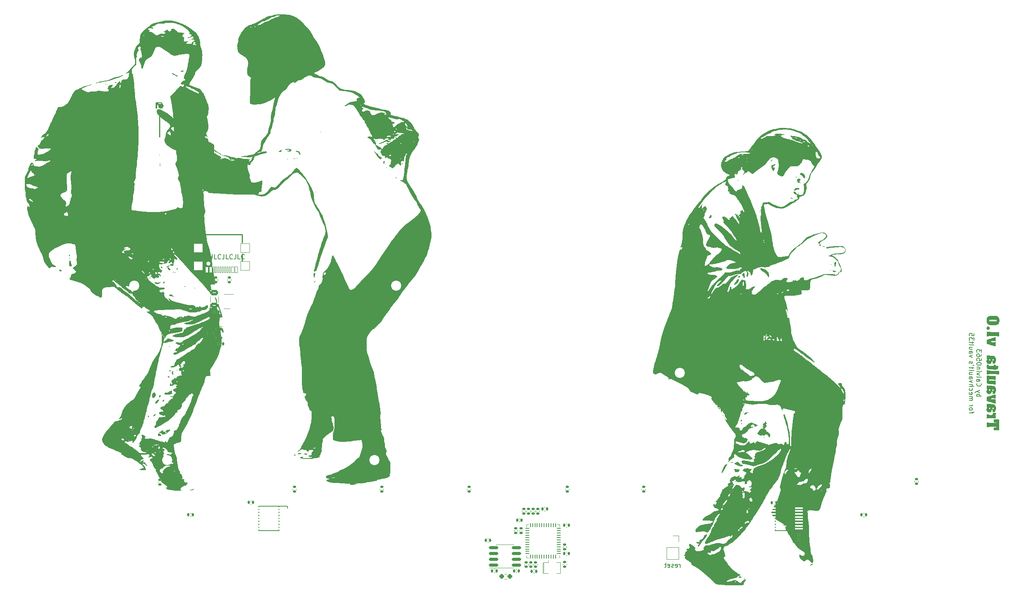
<source format=gbr>
%TF.GenerationSoftware,KiCad,Pcbnew,(7.0.0)*%
%TF.CreationDate,2023-08-01T20:02:33+02:00*%
%TF.ProjectId,travaulta,74726176-6175-46c7-9461-2e6b69636164,rev?*%
%TF.SameCoordinates,Original*%
%TF.FileFunction,Legend,Bot*%
%TF.FilePolarity,Positive*%
%FSLAX46Y46*%
G04 Gerber Fmt 4.6, Leading zero omitted, Abs format (unit mm)*
G04 Created by KiCad (PCBNEW (7.0.0)) date 2023-08-01 20:02:33*
%MOMM*%
%LPD*%
G01*
G04 APERTURE LIST*
G04 Aperture macros list*
%AMRoundRect*
0 Rectangle with rounded corners*
0 $1 Rounding radius*
0 $2 $3 $4 $5 $6 $7 $8 $9 X,Y pos of 4 corners*
0 Add a 4 corners polygon primitive as box body*
4,1,4,$2,$3,$4,$5,$6,$7,$8,$9,$2,$3,0*
0 Add four circle primitives for the rounded corners*
1,1,$1+$1,$2,$3*
1,1,$1+$1,$4,$5*
1,1,$1+$1,$6,$7*
1,1,$1+$1,$8,$9*
0 Add four rect primitives between the rounded corners*
20,1,$1+$1,$2,$3,$4,$5,0*
20,1,$1+$1,$4,$5,$6,$7,0*
20,1,$1+$1,$6,$7,$8,$9,0*
20,1,$1+$1,$8,$9,$2,$3,0*%
G04 Aperture macros list end*
%ADD10C,0.150000*%
%ADD11C,0.120000*%
%ADD12C,0.170180*%
%ADD13C,0.002540*%
%ADD14C,0.254000*%
%ADD15C,2.200000*%
%ADD16R,0.400000X1.900000*%
%ADD17RoundRect,0.140000X0.140000X0.170000X-0.140000X0.170000X-0.140000X-0.170000X0.140000X-0.170000X0*%
%ADD18RoundRect,0.140000X-0.140000X-0.170000X0.140000X-0.170000X0.140000X0.170000X-0.140000X0.170000X0*%
%ADD19RoundRect,0.140000X-0.170000X0.140000X-0.170000X-0.140000X0.170000X-0.140000X0.170000X0.140000X0*%
%ADD20RoundRect,0.150000X-0.825000X-0.150000X0.825000X-0.150000X0.825000X0.150000X-0.825000X0.150000X0*%
%ADD21RoundRect,0.135000X-0.185000X0.135000X-0.185000X-0.135000X0.185000X-0.135000X0.185000X0.135000X0*%
%ADD22RoundRect,0.135000X0.185000X-0.135000X0.185000X0.135000X-0.185000X0.135000X-0.185000X-0.135000X0*%
%ADD23RoundRect,0.135000X-0.135000X-0.185000X0.135000X-0.185000X0.135000X0.185000X-0.135000X0.185000X0*%
%ADD24RoundRect,0.062500X0.062500X-0.375000X0.062500X0.375000X-0.062500X0.375000X-0.062500X-0.375000X0*%
%ADD25RoundRect,0.062500X0.375000X-0.062500X0.375000X0.062500X-0.375000X0.062500X-0.375000X-0.062500X0*%
%ADD26R,5.600000X5.600000*%
%ADD27RoundRect,0.135000X0.135000X0.185000X-0.135000X0.185000X-0.135000X-0.185000X0.135000X-0.185000X0*%
%ADD28R,1.778000X0.419100*%
%ADD29RoundRect,0.250000X-0.625000X0.375000X-0.625000X-0.375000X0.625000X-0.375000X0.625000X0.375000X0*%
%ADD30R,0.700000X1.000000*%
%ADD31R,0.700000X0.600000*%
%ADD32RoundRect,0.140000X0.170000X-0.140000X0.170000X0.140000X-0.170000X0.140000X-0.170000X-0.140000X0*%
%ADD33R,1.700000X1.700000*%
%ADD34O,1.700000X1.700000*%
%ADD35RoundRect,0.150000X0.587500X0.150000X-0.587500X0.150000X-0.587500X-0.150000X0.587500X-0.150000X0*%
%ADD36RoundRect,0.237500X0.250000X0.237500X-0.250000X0.237500X-0.250000X-0.237500X0.250000X-0.237500X0*%
%ADD37C,0.900000*%
%ADD38RoundRect,0.050000X-0.300000X-0.650000X0.300000X-0.650000X0.300000X0.650000X-0.300000X0.650000X0*%
%ADD39RoundRect,0.050000X-0.150000X-0.650000X0.150000X-0.650000X0.150000X0.650000X-0.150000X0.650000X0*%
%ADD40RoundRect,0.050000X-1.000000X-1.000000X1.000000X-1.000000X1.000000X1.000000X-1.000000X1.000000X0*%
G04 APERTURE END LIST*
D10*
X77930951Y-50294380D02*
X77930951Y-51008666D01*
X77930951Y-51008666D02*
X77883332Y-51151523D01*
X77883332Y-51151523D02*
X77788094Y-51246761D01*
X77788094Y-51246761D02*
X77645237Y-51294380D01*
X77645237Y-51294380D02*
X77549999Y-51294380D01*
X78883332Y-51294380D02*
X78407142Y-51294380D01*
X78407142Y-51294380D02*
X78407142Y-50294380D01*
X79788094Y-51199142D02*
X79740475Y-51246761D01*
X79740475Y-51246761D02*
X79597618Y-51294380D01*
X79597618Y-51294380D02*
X79502380Y-51294380D01*
X79502380Y-51294380D02*
X79359523Y-51246761D01*
X79359523Y-51246761D02*
X79264285Y-51151523D01*
X79264285Y-51151523D02*
X79216666Y-51056285D01*
X79216666Y-51056285D02*
X79169047Y-50865809D01*
X79169047Y-50865809D02*
X79169047Y-50722952D01*
X79169047Y-50722952D02*
X79216666Y-50532476D01*
X79216666Y-50532476D02*
X79264285Y-50437238D01*
X79264285Y-50437238D02*
X79359523Y-50342000D01*
X79359523Y-50342000D02*
X79502380Y-50294380D01*
X79502380Y-50294380D02*
X79597618Y-50294380D01*
X79597618Y-50294380D02*
X79740475Y-50342000D01*
X79740475Y-50342000D02*
X79788094Y-50389619D01*
X80502380Y-50294380D02*
X80502380Y-51008666D01*
X80502380Y-51008666D02*
X80454761Y-51151523D01*
X80454761Y-51151523D02*
X80359523Y-51246761D01*
X80359523Y-51246761D02*
X80216666Y-51294380D01*
X80216666Y-51294380D02*
X80121428Y-51294380D01*
X81454761Y-51294380D02*
X80978571Y-51294380D01*
X80978571Y-51294380D02*
X80978571Y-50294380D01*
X82359523Y-51199142D02*
X82311904Y-51246761D01*
X82311904Y-51246761D02*
X82169047Y-51294380D01*
X82169047Y-51294380D02*
X82073809Y-51294380D01*
X82073809Y-51294380D02*
X81930952Y-51246761D01*
X81930952Y-51246761D02*
X81835714Y-51151523D01*
X81835714Y-51151523D02*
X81788095Y-51056285D01*
X81788095Y-51056285D02*
X81740476Y-50865809D01*
X81740476Y-50865809D02*
X81740476Y-50722952D01*
X81740476Y-50722952D02*
X81788095Y-50532476D01*
X81788095Y-50532476D02*
X81835714Y-50437238D01*
X81835714Y-50437238D02*
X81930952Y-50342000D01*
X81930952Y-50342000D02*
X82073809Y-50294380D01*
X82073809Y-50294380D02*
X82169047Y-50294380D01*
X82169047Y-50294380D02*
X82311904Y-50342000D01*
X82311904Y-50342000D02*
X82359523Y-50389619D01*
X83073809Y-50294380D02*
X83073809Y-51008666D01*
X83073809Y-51008666D02*
X83026190Y-51151523D01*
X83026190Y-51151523D02*
X82930952Y-51246761D01*
X82930952Y-51246761D02*
X82788095Y-51294380D01*
X82788095Y-51294380D02*
X82692857Y-51294380D01*
X84026190Y-51294380D02*
X83550000Y-51294380D01*
X83550000Y-51294380D02*
X83550000Y-50294380D01*
X84930952Y-51199142D02*
X84883333Y-51246761D01*
X84883333Y-51246761D02*
X84740476Y-51294380D01*
X84740476Y-51294380D02*
X84645238Y-51294380D01*
X84645238Y-51294380D02*
X84502381Y-51246761D01*
X84502381Y-51246761D02*
X84407143Y-51151523D01*
X84407143Y-51151523D02*
X84359524Y-51056285D01*
X84359524Y-51056285D02*
X84311905Y-50865809D01*
X84311905Y-50865809D02*
X84311905Y-50722952D01*
X84311905Y-50722952D02*
X84359524Y-50532476D01*
X84359524Y-50532476D02*
X84407143Y-50437238D01*
X84407143Y-50437238D02*
X84502381Y-50342000D01*
X84502381Y-50342000D02*
X84645238Y-50294380D01*
X84645238Y-50294380D02*
X84740476Y-50294380D01*
X84740476Y-50294380D02*
X84883333Y-50342000D01*
X84883333Y-50342000D02*
X84930952Y-50389619D01*
X85645238Y-50294380D02*
X85645238Y-51008666D01*
X85645238Y-51008666D02*
X85597619Y-51151523D01*
X85597619Y-51151523D02*
X85502381Y-51246761D01*
X85502381Y-51246761D02*
X85359524Y-51294380D01*
X85359524Y-51294380D02*
X85264286Y-51294380D01*
X86597619Y-51294380D02*
X86121429Y-51294380D01*
X86121429Y-51294380D02*
X86121429Y-50294380D01*
X87502381Y-51199142D02*
X87454762Y-51246761D01*
X87454762Y-51246761D02*
X87311905Y-51294380D01*
X87311905Y-51294380D02*
X87216667Y-51294380D01*
X87216667Y-51294380D02*
X87073810Y-51246761D01*
X87073810Y-51246761D02*
X86978572Y-51151523D01*
X86978572Y-51151523D02*
X86930953Y-51056285D01*
X86930953Y-51056285D02*
X86883334Y-50865809D01*
X86883334Y-50865809D02*
X86883334Y-50722952D01*
X86883334Y-50722952D02*
X86930953Y-50532476D01*
X86930953Y-50532476D02*
X86978572Y-50437238D01*
X86978572Y-50437238D02*
X87073810Y-50342000D01*
X87073810Y-50342000D02*
X87216667Y-50294380D01*
X87216667Y-50294380D02*
X87311905Y-50294380D01*
X87311905Y-50294380D02*
X87454762Y-50342000D01*
X87454762Y-50342000D02*
X87502381Y-50389619D01*
X247298869Y-81285714D02*
X248298869Y-81285714D01*
X247917916Y-81285714D02*
X247965535Y-81190476D01*
X247965535Y-81190476D02*
X247965535Y-81000000D01*
X247965535Y-81000000D02*
X247917916Y-80904762D01*
X247917916Y-80904762D02*
X247870297Y-80857143D01*
X247870297Y-80857143D02*
X247775059Y-80809524D01*
X247775059Y-80809524D02*
X247489345Y-80809524D01*
X247489345Y-80809524D02*
X247394107Y-80857143D01*
X247394107Y-80857143D02*
X247346488Y-80904762D01*
X247346488Y-80904762D02*
X247298869Y-81000000D01*
X247298869Y-81000000D02*
X247298869Y-81190476D01*
X247298869Y-81190476D02*
X247346488Y-81285714D01*
X247965535Y-80476190D02*
X247298869Y-80238095D01*
X247965535Y-80000000D02*
X247298869Y-80238095D01*
X247298869Y-80238095D02*
X247060773Y-80333333D01*
X247060773Y-80333333D02*
X247013154Y-80380952D01*
X247013154Y-80380952D02*
X246965535Y-80476190D01*
X247394107Y-78447619D02*
X247346488Y-78495238D01*
X247346488Y-78495238D02*
X247298869Y-78638095D01*
X247298869Y-78638095D02*
X247298869Y-78733333D01*
X247298869Y-78733333D02*
X247346488Y-78876190D01*
X247346488Y-78876190D02*
X247441726Y-78971428D01*
X247441726Y-78971428D02*
X247536964Y-79019047D01*
X247536964Y-79019047D02*
X247727440Y-79066666D01*
X247727440Y-79066666D02*
X247870297Y-79066666D01*
X247870297Y-79066666D02*
X248060773Y-79019047D01*
X248060773Y-79019047D02*
X248156011Y-78971428D01*
X248156011Y-78971428D02*
X248251250Y-78876190D01*
X248251250Y-78876190D02*
X248298869Y-78733333D01*
X248298869Y-78733333D02*
X248298869Y-78638095D01*
X248298869Y-78638095D02*
X248251250Y-78495238D01*
X248251250Y-78495238D02*
X248203630Y-78447619D01*
X247298869Y-77590476D02*
X247822678Y-77590476D01*
X247822678Y-77590476D02*
X247917916Y-77638095D01*
X247917916Y-77638095D02*
X247965535Y-77733333D01*
X247965535Y-77733333D02*
X247965535Y-77923809D01*
X247965535Y-77923809D02*
X247917916Y-78019047D01*
X247346488Y-77590476D02*
X247298869Y-77685714D01*
X247298869Y-77685714D02*
X247298869Y-77923809D01*
X247298869Y-77923809D02*
X247346488Y-78019047D01*
X247346488Y-78019047D02*
X247441726Y-78066666D01*
X247441726Y-78066666D02*
X247536964Y-78066666D01*
X247536964Y-78066666D02*
X247632202Y-78019047D01*
X247632202Y-78019047D02*
X247679821Y-77923809D01*
X247679821Y-77923809D02*
X247679821Y-77685714D01*
X247679821Y-77685714D02*
X247727440Y-77590476D01*
X247298869Y-76971428D02*
X247346488Y-77066666D01*
X247346488Y-77066666D02*
X247441726Y-77114285D01*
X247441726Y-77114285D02*
X248298869Y-77114285D01*
X247965535Y-76685713D02*
X247298869Y-76447618D01*
X247298869Y-76447618D02*
X247965535Y-76209523D01*
X247298869Y-75828570D02*
X247965535Y-75828570D01*
X248298869Y-75828570D02*
X248251250Y-75876189D01*
X248251250Y-75876189D02*
X248203630Y-75828570D01*
X248203630Y-75828570D02*
X248251250Y-75780951D01*
X248251250Y-75780951D02*
X248298869Y-75828570D01*
X248298869Y-75828570D02*
X248203630Y-75828570D01*
X247965535Y-75352380D02*
X247298869Y-75352380D01*
X247870297Y-75352380D02*
X247917916Y-75304761D01*
X247917916Y-75304761D02*
X247965535Y-75209523D01*
X247965535Y-75209523D02*
X247965535Y-75066666D01*
X247965535Y-75066666D02*
X247917916Y-74971428D01*
X247917916Y-74971428D02*
X247822678Y-74923809D01*
X247822678Y-74923809D02*
X247298869Y-74923809D01*
X248298869Y-74257142D02*
X248298869Y-74161904D01*
X248298869Y-74161904D02*
X248251250Y-74066666D01*
X248251250Y-74066666D02*
X248203630Y-74019047D01*
X248203630Y-74019047D02*
X248108392Y-73971428D01*
X248108392Y-73971428D02*
X247917916Y-73923809D01*
X247917916Y-73923809D02*
X247679821Y-73923809D01*
X247679821Y-73923809D02*
X247489345Y-73971428D01*
X247489345Y-73971428D02*
X247394107Y-74019047D01*
X247394107Y-74019047D02*
X247346488Y-74066666D01*
X247346488Y-74066666D02*
X247298869Y-74161904D01*
X247298869Y-74161904D02*
X247298869Y-74257142D01*
X247298869Y-74257142D02*
X247346488Y-74352380D01*
X247346488Y-74352380D02*
X247394107Y-74399999D01*
X247394107Y-74399999D02*
X247489345Y-74447618D01*
X247489345Y-74447618D02*
X247679821Y-74495237D01*
X247679821Y-74495237D02*
X247917916Y-74495237D01*
X247917916Y-74495237D02*
X248108392Y-74447618D01*
X248108392Y-74447618D02*
X248203630Y-74399999D01*
X248203630Y-74399999D02*
X248251250Y-74352380D01*
X248251250Y-74352380D02*
X248298869Y-74257142D01*
X248298869Y-73019047D02*
X248298869Y-73495237D01*
X248298869Y-73495237D02*
X247822678Y-73542856D01*
X247822678Y-73542856D02*
X247870297Y-73495237D01*
X247870297Y-73495237D02*
X247917916Y-73399999D01*
X247917916Y-73399999D02*
X247917916Y-73161904D01*
X247917916Y-73161904D02*
X247870297Y-73066666D01*
X247870297Y-73066666D02*
X247822678Y-73019047D01*
X247822678Y-73019047D02*
X247727440Y-72971428D01*
X247727440Y-72971428D02*
X247489345Y-72971428D01*
X247489345Y-72971428D02*
X247394107Y-73019047D01*
X247394107Y-73019047D02*
X247346488Y-73066666D01*
X247346488Y-73066666D02*
X247298869Y-73161904D01*
X247298869Y-73161904D02*
X247298869Y-73399999D01*
X247298869Y-73399999D02*
X247346488Y-73495237D01*
X247346488Y-73495237D02*
X247394107Y-73542856D01*
X248298869Y-72114285D02*
X248298869Y-72304761D01*
X248298869Y-72304761D02*
X248251250Y-72399999D01*
X248251250Y-72399999D02*
X248203630Y-72447618D01*
X248203630Y-72447618D02*
X248060773Y-72542856D01*
X248060773Y-72542856D02*
X247870297Y-72590475D01*
X247870297Y-72590475D02*
X247489345Y-72590475D01*
X247489345Y-72590475D02*
X247394107Y-72542856D01*
X247394107Y-72542856D02*
X247346488Y-72495237D01*
X247346488Y-72495237D02*
X247298869Y-72399999D01*
X247298869Y-72399999D02*
X247298869Y-72209523D01*
X247298869Y-72209523D02*
X247346488Y-72114285D01*
X247346488Y-72114285D02*
X247394107Y-72066666D01*
X247394107Y-72066666D02*
X247489345Y-72019047D01*
X247489345Y-72019047D02*
X247727440Y-72019047D01*
X247727440Y-72019047D02*
X247822678Y-72066666D01*
X247822678Y-72066666D02*
X247870297Y-72114285D01*
X247870297Y-72114285D02*
X247917916Y-72209523D01*
X247917916Y-72209523D02*
X247917916Y-72399999D01*
X247917916Y-72399999D02*
X247870297Y-72495237D01*
X247870297Y-72495237D02*
X247822678Y-72542856D01*
X247822678Y-72542856D02*
X247727440Y-72590475D01*
X248298869Y-71685713D02*
X248298869Y-71066666D01*
X248298869Y-71066666D02*
X247917916Y-71399999D01*
X247917916Y-71399999D02*
X247917916Y-71257142D01*
X247917916Y-71257142D02*
X247870297Y-71161904D01*
X247870297Y-71161904D02*
X247822678Y-71114285D01*
X247822678Y-71114285D02*
X247727440Y-71066666D01*
X247727440Y-71066666D02*
X247489345Y-71066666D01*
X247489345Y-71066666D02*
X247394107Y-71114285D01*
X247394107Y-71114285D02*
X247346488Y-71161904D01*
X247346488Y-71161904D02*
X247298869Y-71257142D01*
X247298869Y-71257142D02*
X247298869Y-71542856D01*
X247298869Y-71542856D02*
X247346488Y-71638094D01*
X247346488Y-71638094D02*
X247394107Y-71685713D01*
X246345535Y-84990477D02*
X246345535Y-84609525D01*
X245678869Y-84847620D02*
X246536011Y-84847620D01*
X246536011Y-84847620D02*
X246631250Y-84800001D01*
X246631250Y-84800001D02*
X246678869Y-84704763D01*
X246678869Y-84704763D02*
X246678869Y-84609525D01*
X245678869Y-84133334D02*
X245726488Y-84228572D01*
X245726488Y-84228572D02*
X245774107Y-84276191D01*
X245774107Y-84276191D02*
X245869345Y-84323810D01*
X245869345Y-84323810D02*
X246155059Y-84323810D01*
X246155059Y-84323810D02*
X246250297Y-84276191D01*
X246250297Y-84276191D02*
X246297916Y-84228572D01*
X246297916Y-84228572D02*
X246345535Y-84133334D01*
X246345535Y-84133334D02*
X246345535Y-83990477D01*
X246345535Y-83990477D02*
X246297916Y-83895239D01*
X246297916Y-83895239D02*
X246250297Y-83847620D01*
X246250297Y-83847620D02*
X246155059Y-83800001D01*
X246155059Y-83800001D02*
X245869345Y-83800001D01*
X245869345Y-83800001D02*
X245774107Y-83847620D01*
X245774107Y-83847620D02*
X245726488Y-83895239D01*
X245726488Y-83895239D02*
X245678869Y-83990477D01*
X245678869Y-83990477D02*
X245678869Y-84133334D01*
X245678869Y-83371429D02*
X246345535Y-83371429D01*
X246155059Y-83371429D02*
X246250297Y-83323810D01*
X246250297Y-83323810D02*
X246297916Y-83276191D01*
X246297916Y-83276191D02*
X246345535Y-83180953D01*
X246345535Y-83180953D02*
X246345535Y-83085715D01*
X245678869Y-82152381D02*
X246345535Y-82152381D01*
X246250297Y-82152381D02*
X246297916Y-82104762D01*
X246297916Y-82104762D02*
X246345535Y-82009524D01*
X246345535Y-82009524D02*
X246345535Y-81866667D01*
X246345535Y-81866667D02*
X246297916Y-81771429D01*
X246297916Y-81771429D02*
X246202678Y-81723810D01*
X246202678Y-81723810D02*
X245678869Y-81723810D01*
X246202678Y-81723810D02*
X246297916Y-81676191D01*
X246297916Y-81676191D02*
X246345535Y-81580953D01*
X246345535Y-81580953D02*
X246345535Y-81438096D01*
X246345535Y-81438096D02*
X246297916Y-81342857D01*
X246297916Y-81342857D02*
X246202678Y-81295238D01*
X246202678Y-81295238D02*
X245678869Y-81295238D01*
X245726488Y-80438096D02*
X245678869Y-80533334D01*
X245678869Y-80533334D02*
X245678869Y-80723810D01*
X245678869Y-80723810D02*
X245726488Y-80819048D01*
X245726488Y-80819048D02*
X245821726Y-80866667D01*
X245821726Y-80866667D02*
X246202678Y-80866667D01*
X246202678Y-80866667D02*
X246297916Y-80819048D01*
X246297916Y-80819048D02*
X246345535Y-80723810D01*
X246345535Y-80723810D02*
X246345535Y-80533334D01*
X246345535Y-80533334D02*
X246297916Y-80438096D01*
X246297916Y-80438096D02*
X246202678Y-80390477D01*
X246202678Y-80390477D02*
X246107440Y-80390477D01*
X246107440Y-80390477D02*
X246012202Y-80866667D01*
X245726488Y-79533334D02*
X245678869Y-79628572D01*
X245678869Y-79628572D02*
X245678869Y-79819048D01*
X245678869Y-79819048D02*
X245726488Y-79914286D01*
X245726488Y-79914286D02*
X245774107Y-79961905D01*
X245774107Y-79961905D02*
X245869345Y-80009524D01*
X245869345Y-80009524D02*
X246155059Y-80009524D01*
X246155059Y-80009524D02*
X246250297Y-79961905D01*
X246250297Y-79961905D02*
X246297916Y-79914286D01*
X246297916Y-79914286D02*
X246345535Y-79819048D01*
X246345535Y-79819048D02*
X246345535Y-79628572D01*
X246345535Y-79628572D02*
X246297916Y-79533334D01*
X245678869Y-79104762D02*
X246678869Y-79104762D01*
X245678869Y-78676191D02*
X246202678Y-78676191D01*
X246202678Y-78676191D02*
X246297916Y-78723810D01*
X246297916Y-78723810D02*
X246345535Y-78819048D01*
X246345535Y-78819048D02*
X246345535Y-78961905D01*
X246345535Y-78961905D02*
X246297916Y-79057143D01*
X246297916Y-79057143D02*
X246250297Y-79104762D01*
X246345535Y-78295238D02*
X245678869Y-78057143D01*
X245678869Y-78057143D02*
X246345535Y-77819048D01*
X245678869Y-77009524D02*
X246202678Y-77009524D01*
X246202678Y-77009524D02*
X246297916Y-77057143D01*
X246297916Y-77057143D02*
X246345535Y-77152381D01*
X246345535Y-77152381D02*
X246345535Y-77342857D01*
X246345535Y-77342857D02*
X246297916Y-77438095D01*
X245726488Y-77009524D02*
X245678869Y-77104762D01*
X245678869Y-77104762D02*
X245678869Y-77342857D01*
X245678869Y-77342857D02*
X245726488Y-77438095D01*
X245726488Y-77438095D02*
X245821726Y-77485714D01*
X245821726Y-77485714D02*
X245916964Y-77485714D01*
X245916964Y-77485714D02*
X246012202Y-77438095D01*
X246012202Y-77438095D02*
X246059821Y-77342857D01*
X246059821Y-77342857D02*
X246059821Y-77104762D01*
X246059821Y-77104762D02*
X246107440Y-77009524D01*
X246345535Y-76104762D02*
X245678869Y-76104762D01*
X246345535Y-76533333D02*
X245821726Y-76533333D01*
X245821726Y-76533333D02*
X245726488Y-76485714D01*
X245726488Y-76485714D02*
X245678869Y-76390476D01*
X245678869Y-76390476D02*
X245678869Y-76247619D01*
X245678869Y-76247619D02*
X245726488Y-76152381D01*
X245726488Y-76152381D02*
X245774107Y-76104762D01*
X245678869Y-75485714D02*
X245726488Y-75580952D01*
X245726488Y-75580952D02*
X245821726Y-75628571D01*
X245821726Y-75628571D02*
X246678869Y-75628571D01*
X246345535Y-75247618D02*
X246345535Y-74866666D01*
X246678869Y-75104761D02*
X245821726Y-75104761D01*
X245821726Y-75104761D02*
X245726488Y-75057142D01*
X245726488Y-75057142D02*
X245678869Y-74961904D01*
X245678869Y-74961904D02*
X245678869Y-74866666D01*
X246678869Y-74485713D02*
X246488392Y-74580951D01*
X245726488Y-74104761D02*
X245678869Y-74009523D01*
X245678869Y-74009523D02*
X245678869Y-73819047D01*
X245678869Y-73819047D02*
X245726488Y-73723809D01*
X245726488Y-73723809D02*
X245821726Y-73676190D01*
X245821726Y-73676190D02*
X245869345Y-73676190D01*
X245869345Y-73676190D02*
X245964583Y-73723809D01*
X245964583Y-73723809D02*
X246012202Y-73819047D01*
X246012202Y-73819047D02*
X246012202Y-73961904D01*
X246012202Y-73961904D02*
X246059821Y-74057142D01*
X246059821Y-74057142D02*
X246155059Y-74104761D01*
X246155059Y-74104761D02*
X246202678Y-74104761D01*
X246202678Y-74104761D02*
X246297916Y-74057142D01*
X246297916Y-74057142D02*
X246345535Y-73961904D01*
X246345535Y-73961904D02*
X246345535Y-73819047D01*
X246345535Y-73819047D02*
X246297916Y-73723809D01*
X246345535Y-72742856D02*
X245678869Y-72504761D01*
X245678869Y-72504761D02*
X246345535Y-72266666D01*
X245678869Y-71457142D02*
X246202678Y-71457142D01*
X246202678Y-71457142D02*
X246297916Y-71504761D01*
X246297916Y-71504761D02*
X246345535Y-71599999D01*
X246345535Y-71599999D02*
X246345535Y-71790475D01*
X246345535Y-71790475D02*
X246297916Y-71885713D01*
X245726488Y-71457142D02*
X245678869Y-71552380D01*
X245678869Y-71552380D02*
X245678869Y-71790475D01*
X245678869Y-71790475D02*
X245726488Y-71885713D01*
X245726488Y-71885713D02*
X245821726Y-71933332D01*
X245821726Y-71933332D02*
X245916964Y-71933332D01*
X245916964Y-71933332D02*
X246012202Y-71885713D01*
X246012202Y-71885713D02*
X246059821Y-71790475D01*
X246059821Y-71790475D02*
X246059821Y-71552380D01*
X246059821Y-71552380D02*
X246107440Y-71457142D01*
X246345535Y-70552380D02*
X245678869Y-70552380D01*
X246345535Y-70980951D02*
X245821726Y-70980951D01*
X245821726Y-70980951D02*
X245726488Y-70933332D01*
X245726488Y-70933332D02*
X245678869Y-70838094D01*
X245678869Y-70838094D02*
X245678869Y-70695237D01*
X245678869Y-70695237D02*
X245726488Y-70599999D01*
X245726488Y-70599999D02*
X245774107Y-70552380D01*
X245678869Y-69933332D02*
X245726488Y-70028570D01*
X245726488Y-70028570D02*
X245821726Y-70076189D01*
X245821726Y-70076189D02*
X246678869Y-70076189D01*
X246345535Y-69695236D02*
X246345535Y-69314284D01*
X246678869Y-69552379D02*
X245821726Y-69552379D01*
X245821726Y-69552379D02*
X245726488Y-69504760D01*
X245726488Y-69504760D02*
X245678869Y-69409522D01*
X245678869Y-69409522D02*
X245678869Y-69314284D01*
X246678869Y-69076188D02*
X246678869Y-68457141D01*
X246678869Y-68457141D02*
X246297916Y-68790474D01*
X246297916Y-68790474D02*
X246297916Y-68647617D01*
X246297916Y-68647617D02*
X246250297Y-68552379D01*
X246250297Y-68552379D02*
X246202678Y-68504760D01*
X246202678Y-68504760D02*
X246107440Y-68457141D01*
X246107440Y-68457141D02*
X245869345Y-68457141D01*
X245869345Y-68457141D02*
X245774107Y-68504760D01*
X245774107Y-68504760D02*
X245726488Y-68552379D01*
X245726488Y-68552379D02*
X245678869Y-68647617D01*
X245678869Y-68647617D02*
X245678869Y-68933331D01*
X245678869Y-68933331D02*
X245726488Y-69028569D01*
X245726488Y-69028569D02*
X245774107Y-69076188D01*
X246678869Y-67552379D02*
X246678869Y-68028569D01*
X246678869Y-68028569D02*
X246202678Y-68076188D01*
X246202678Y-68076188D02*
X246250297Y-68028569D01*
X246250297Y-68028569D02*
X246297916Y-67933331D01*
X246297916Y-67933331D02*
X246297916Y-67695236D01*
X246297916Y-67695236D02*
X246250297Y-67599998D01*
X246250297Y-67599998D02*
X246202678Y-67552379D01*
X246202678Y-67552379D02*
X246107440Y-67504760D01*
X246107440Y-67504760D02*
X245869345Y-67504760D01*
X245869345Y-67504760D02*
X245774107Y-67552379D01*
X245774107Y-67552379D02*
X245726488Y-67599998D01*
X245726488Y-67599998D02*
X245678869Y-67695236D01*
X245678869Y-67695236D02*
X245678869Y-67933331D01*
X245678869Y-67933331D02*
X245726488Y-68028569D01*
X245726488Y-68028569D02*
X245774107Y-68076188D01*
X182594047Y-118636130D02*
X182594047Y-117969464D01*
X182594047Y-118159940D02*
X182546428Y-118064702D01*
X182546428Y-118064702D02*
X182498809Y-118017083D01*
X182498809Y-118017083D02*
X182403571Y-117969464D01*
X182403571Y-117969464D02*
X182308333Y-117969464D01*
X181594047Y-118588511D02*
X181689285Y-118636130D01*
X181689285Y-118636130D02*
X181879761Y-118636130D01*
X181879761Y-118636130D02*
X181974999Y-118588511D01*
X181974999Y-118588511D02*
X182022618Y-118493273D01*
X182022618Y-118493273D02*
X182022618Y-118112321D01*
X182022618Y-118112321D02*
X181974999Y-118017083D01*
X181974999Y-118017083D02*
X181879761Y-117969464D01*
X181879761Y-117969464D02*
X181689285Y-117969464D01*
X181689285Y-117969464D02*
X181594047Y-118017083D01*
X181594047Y-118017083D02*
X181546428Y-118112321D01*
X181546428Y-118112321D02*
X181546428Y-118207559D01*
X181546428Y-118207559D02*
X182022618Y-118302797D01*
X181165475Y-118588511D02*
X181070237Y-118636130D01*
X181070237Y-118636130D02*
X180879761Y-118636130D01*
X180879761Y-118636130D02*
X180784523Y-118588511D01*
X180784523Y-118588511D02*
X180736904Y-118493273D01*
X180736904Y-118493273D02*
X180736904Y-118445654D01*
X180736904Y-118445654D02*
X180784523Y-118350416D01*
X180784523Y-118350416D02*
X180879761Y-118302797D01*
X180879761Y-118302797D02*
X181022618Y-118302797D01*
X181022618Y-118302797D02*
X181117856Y-118255178D01*
X181117856Y-118255178D02*
X181165475Y-118159940D01*
X181165475Y-118159940D02*
X181165475Y-118112321D01*
X181165475Y-118112321D02*
X181117856Y-118017083D01*
X181117856Y-118017083D02*
X181022618Y-117969464D01*
X181022618Y-117969464D02*
X180879761Y-117969464D01*
X180879761Y-117969464D02*
X180784523Y-118017083D01*
X179927380Y-118588511D02*
X180022618Y-118636130D01*
X180022618Y-118636130D02*
X180213094Y-118636130D01*
X180213094Y-118636130D02*
X180308332Y-118588511D01*
X180308332Y-118588511D02*
X180355951Y-118493273D01*
X180355951Y-118493273D02*
X180355951Y-118112321D01*
X180355951Y-118112321D02*
X180308332Y-118017083D01*
X180308332Y-118017083D02*
X180213094Y-117969464D01*
X180213094Y-117969464D02*
X180022618Y-117969464D01*
X180022618Y-117969464D02*
X179927380Y-118017083D01*
X179927380Y-118017083D02*
X179879761Y-118112321D01*
X179879761Y-118112321D02*
X179879761Y-118207559D01*
X179879761Y-118207559D02*
X180355951Y-118302797D01*
X179594046Y-117969464D02*
X179213094Y-117969464D01*
X179451189Y-117636130D02*
X179451189Y-118493273D01*
X179451189Y-118493273D02*
X179403570Y-118588511D01*
X179403570Y-118588511D02*
X179308332Y-118636130D01*
X179308332Y-118636130D02*
X179213094Y-118636130D01*
D11*
%TO.C,Y1*%
X152616000Y-117945000D02*
X152616000Y-117545000D01*
X152616000Y-119945000D02*
X152616000Y-117945000D01*
X152816000Y-117945000D02*
X152816000Y-117545000D01*
X152816000Y-117945000D02*
X152816000Y-119945000D01*
X152816000Y-119945000D02*
X153816000Y-119945000D01*
X153816000Y-117545000D02*
X152816000Y-117545000D01*
X153816000Y-117545000D02*
X153816000Y-117145000D01*
X155616000Y-119945000D02*
X156416000Y-119945000D01*
X156416000Y-117545000D02*
X155616000Y-117545000D01*
X156416000Y-117945000D02*
X156416000Y-117545000D01*
X156416000Y-119945000D02*
X156416000Y-117945000D01*
%TO.C,C7*%
X147611836Y-108691000D02*
X147396164Y-108691000D01*
X147611836Y-107971000D02*
X147396164Y-107971000D01*
%TO.C,C12*%
X202981600Y-104174305D02*
X203197272Y-104174305D01*
X202981600Y-104894305D02*
X203197272Y-104894305D01*
%TO.C,C15*%
X149391000Y-117912164D02*
X149391000Y-118127836D01*
X148671000Y-117912164D02*
X148671000Y-118127836D01*
%TO.C,G\u002A\u002A\u002A*%
G36*
X99737333Y-28913667D02*
G01*
X99695000Y-28956000D01*
X99652666Y-28913667D01*
X99695000Y-28871334D01*
X99737333Y-28913667D01*
G37*
G36*
X73152000Y-52197000D02*
G01*
X73109666Y-52239334D01*
X73067333Y-52197000D01*
X73109666Y-52154667D01*
X73152000Y-52197000D01*
G37*
G36*
X72898000Y-59817000D02*
G01*
X72855666Y-59859334D01*
X72813333Y-59817000D01*
X72855666Y-59774667D01*
X72898000Y-59817000D01*
G37*
G36*
X72728666Y-75141667D02*
G01*
X72686333Y-75184000D01*
X72644000Y-75141667D01*
X72686333Y-75099334D01*
X72728666Y-75141667D01*
G37*
G36*
X72728666Y-54059667D02*
G01*
X72686333Y-54102000D01*
X72644000Y-54059667D01*
X72686333Y-54017334D01*
X72728666Y-54059667D01*
G37*
G36*
X72136000Y-53043667D02*
G01*
X72093666Y-53086000D01*
X72051333Y-53043667D01*
X72093666Y-53001334D01*
X72136000Y-53043667D01*
G37*
G36*
X70866000Y-52197000D02*
G01*
X70823666Y-52239334D01*
X70781333Y-52197000D01*
X70823666Y-52154667D01*
X70866000Y-52197000D01*
G37*
G36*
X70781333Y-59647667D02*
G01*
X70739000Y-59690000D01*
X70696666Y-59647667D01*
X70739000Y-59605334D01*
X70781333Y-59647667D01*
G37*
G36*
X70696666Y-14012334D02*
G01*
X70654333Y-14054667D01*
X70612000Y-14012334D01*
X70654333Y-13970000D01*
X70696666Y-14012334D01*
G37*
G36*
X69850000Y-97070334D02*
G01*
X69807666Y-97112667D01*
X69765333Y-97070334D01*
X69807666Y-97028000D01*
X69850000Y-97070334D01*
G37*
G36*
X61468000Y-10879667D02*
G01*
X61425666Y-10922000D01*
X61383333Y-10879667D01*
X61425666Y-10837334D01*
X61468000Y-10879667D01*
G37*
G36*
X54864000Y-12996334D02*
G01*
X54821666Y-13038667D01*
X54779333Y-12996334D01*
X54821666Y-12954000D01*
X54864000Y-12996334D01*
G37*
G36*
X54356000Y-13165667D02*
G01*
X54313666Y-13208000D01*
X54271333Y-13165667D01*
X54313666Y-13123334D01*
X54356000Y-13165667D01*
G37*
G36*
X43010666Y-25273000D02*
G01*
X42968333Y-25315334D01*
X42926000Y-25273000D01*
X42968333Y-25230667D01*
X43010666Y-25273000D01*
G37*
G36*
X78881111Y-79191556D02*
G01*
X78894357Y-79217022D01*
X78824666Y-79248000D01*
X78779844Y-79241890D01*
X78768222Y-79191556D01*
X78780631Y-79181423D01*
X78881111Y-79191556D01*
G37*
G36*
X73208444Y-10357556D02*
G01*
X73221690Y-10383022D01*
X73152000Y-10414000D01*
X73107178Y-10407890D01*
X73095555Y-10357556D01*
X73107965Y-10347423D01*
X73208444Y-10357556D01*
G37*
G36*
X70668444Y-58617556D02*
G01*
X70681690Y-58643022D01*
X70612000Y-58674000D01*
X70567178Y-58667890D01*
X70555555Y-58617556D01*
X70567965Y-58607423D01*
X70668444Y-58617556D01*
G37*
G36*
X69357875Y-10271497D02*
G01*
X69397064Y-10301972D01*
X69306722Y-10322649D01*
X69220848Y-10316663D01*
X69195597Y-10278181D01*
X69225551Y-10261403D01*
X69357875Y-10271497D01*
G37*
G36*
X69074631Y-28532667D02*
G01*
X69062829Y-28649136D01*
X69031927Y-28638500D01*
X69020744Y-28600176D01*
X69031927Y-28426834D01*
X69061326Y-28412471D01*
X69074631Y-28532667D01*
G37*
G36*
X54581778Y-13066889D02*
G01*
X54595023Y-13092355D01*
X54525333Y-13123334D01*
X54480511Y-13117223D01*
X54468889Y-13066889D01*
X54481298Y-13056756D01*
X54581778Y-13066889D01*
G37*
G36*
X49516631Y-38100000D02*
G01*
X49504829Y-38216470D01*
X49473927Y-38205834D01*
X49462744Y-38167509D01*
X49473927Y-37994167D01*
X49503326Y-37979805D01*
X49516631Y-38100000D01*
G37*
G36*
X76749480Y-57656619D02*
G01*
X76757866Y-57701010D01*
X76670663Y-57742667D01*
X76627916Y-57741011D01*
X76542409Y-57701016D01*
X76617483Y-57619283D01*
X76648011Y-57607777D01*
X76749480Y-57656619D01*
G37*
G36*
X72848771Y-75459199D02*
G01*
X72898000Y-75557945D01*
X72880576Y-75623830D01*
X72763944Y-75692000D01*
X72671434Y-75643129D01*
X72685650Y-75541676D01*
X72797458Y-75457403D01*
X72848771Y-75459199D01*
G37*
G36*
X72116041Y-54062217D02*
G01*
X72096294Y-54182415D01*
X72068123Y-54213339D01*
X71953439Y-54220825D01*
X71916201Y-54183020D01*
X71957878Y-54076922D01*
X72034139Y-54029844D01*
X72116041Y-54062217D01*
G37*
G36*
X71932418Y-88294252D02*
G01*
X71906282Y-88331863D01*
X71834670Y-88392000D01*
X71822834Y-88391176D01*
X71804188Y-88342166D01*
X71895082Y-88256915D01*
X71942397Y-88236315D01*
X71932418Y-88294252D01*
G37*
G36*
X69999757Y-55050032D02*
G01*
X69934666Y-55118000D01*
X69857970Y-55165470D01*
X69777866Y-55194150D01*
X69807666Y-55118000D01*
X69825790Y-55094941D01*
X69960830Y-55034630D01*
X69999757Y-55050032D01*
G37*
G36*
X69138418Y-52818918D02*
G01*
X69112282Y-52856530D01*
X69040670Y-52916667D01*
X69028834Y-52915843D01*
X69010188Y-52866832D01*
X69101082Y-52781582D01*
X69148397Y-52760981D01*
X69138418Y-52818918D01*
G37*
G36*
X57315081Y-12993706D02*
G01*
X57346006Y-13021877D01*
X57353491Y-13136561D01*
X57315686Y-13173799D01*
X57209588Y-13132122D01*
X57162511Y-13055861D01*
X57194883Y-12973959D01*
X57315081Y-12993706D01*
G37*
G36*
X96959084Y-29389696D02*
G01*
X97028000Y-29464000D01*
X97025719Y-29484088D01*
X96948330Y-29548667D01*
X96924576Y-29545437D01*
X96816333Y-29464000D01*
X96808368Y-29420379D01*
X96896003Y-29379334D01*
X96959084Y-29389696D01*
G37*
G36*
X75759769Y-3404246D02*
G01*
X75692000Y-3471334D01*
X75619472Y-3511251D01*
X75480333Y-3553407D01*
X75454897Y-3538421D01*
X75522666Y-3471334D01*
X75595194Y-3431416D01*
X75734333Y-3389260D01*
X75759769Y-3404246D01*
G37*
G36*
X74607423Y-57244219D02*
G01*
X74676000Y-57319334D01*
X74661672Y-57358283D01*
X74549000Y-57404000D01*
X74490576Y-57394448D01*
X74422000Y-57319334D01*
X74436328Y-57280384D01*
X74549000Y-57234667D01*
X74607423Y-57244219D01*
G37*
G36*
X71155620Y-70364648D02*
G01*
X71162333Y-70442667D01*
X71144956Y-70468005D01*
X71072670Y-70527334D01*
X71064220Y-70525132D01*
X71035333Y-70442667D01*
X71038779Y-70419461D01*
X71124997Y-70358000D01*
X71155620Y-70364648D01*
G37*
G36*
X69313778Y-18739556D02*
G01*
X69326013Y-18761013D01*
X69303148Y-18875034D01*
X69248388Y-18933706D01*
X69141272Y-18960203D01*
X69088000Y-18885664D01*
X69113541Y-18813882D01*
X69214750Y-18733172D01*
X69313778Y-18739556D01*
G37*
G36*
X66994473Y-55384184D02*
G01*
X67013666Y-55456667D01*
X66996337Y-55479789D01*
X66881670Y-55541334D01*
X66862767Y-55538910D01*
X66802000Y-55456667D01*
X66818154Y-55416205D01*
X66933997Y-55372000D01*
X66994473Y-55384184D01*
G37*
G36*
X49401129Y-51070155D02*
G01*
X49445333Y-51185997D01*
X49433150Y-51246473D01*
X49360666Y-51265667D01*
X49337544Y-51248337D01*
X49276000Y-51133670D01*
X49278423Y-51114768D01*
X49360666Y-51054000D01*
X49401129Y-51070155D01*
G37*
G36*
X99245755Y-29226733D02*
G01*
X99273684Y-29246082D01*
X99144666Y-29294667D01*
X98947951Y-29346406D01*
X98807800Y-29364199D01*
X98762849Y-29346953D01*
X98848333Y-29294667D01*
X98964613Y-29256323D01*
X99187000Y-29224391D01*
X99245755Y-29226733D01*
G37*
G36*
X72942398Y-53320567D02*
G01*
X72952426Y-53460493D01*
X72948271Y-53510440D01*
X72905419Y-53612434D01*
X72792166Y-53582637D01*
X72682776Y-53514415D01*
X72665401Y-53438454D01*
X72804260Y-53344856D01*
X72860902Y-53317064D01*
X72942398Y-53320567D01*
G37*
G36*
X71323680Y-75610260D02*
G01*
X71413005Y-75706625D01*
X71401487Y-75805624D01*
X71401206Y-75805905D01*
X71272683Y-75855093D01*
X71128206Y-75744221D01*
X71077107Y-75648518D01*
X71153982Y-75579920D01*
X71193731Y-75571443D01*
X71323680Y-75610260D01*
G37*
G36*
X71057364Y-76894919D02*
G01*
X71175220Y-76990972D01*
X71162333Y-77131334D01*
X71152401Y-77146431D01*
X71036556Y-77210741D01*
X70882933Y-77114400D01*
X70809644Y-77024932D01*
X70801863Y-76915989D01*
X70945670Y-76877334D01*
X71057364Y-76894919D01*
G37*
G36*
X69474833Y-53007080D02*
G01*
X69557704Y-53128127D01*
X69558244Y-53247927D01*
X69519087Y-53282034D01*
X69381622Y-53284911D01*
X69303990Y-53228638D01*
X69259748Y-53087716D01*
X69332407Y-52964929D01*
X69365474Y-52954765D01*
X69474833Y-53007080D01*
G37*
G36*
X66701759Y-85578951D02*
G01*
X66685160Y-85729055D01*
X66654426Y-85784518D01*
X66550657Y-85852000D01*
X66491691Y-85825045D01*
X66470497Y-85699883D01*
X66538713Y-85525461D01*
X66569312Y-85488855D01*
X66651478Y-85482668D01*
X66701759Y-85578951D01*
G37*
G36*
X49445333Y-50440167D02*
G01*
X49436663Y-50534991D01*
X49388889Y-50658889D01*
X49319294Y-50708713D01*
X49225203Y-50685069D01*
X49206611Y-50531465D01*
X49234933Y-50431446D01*
X49319089Y-50326059D01*
X49405589Y-50322707D01*
X49445333Y-50440167D01*
G37*
G36*
X98569772Y-29309325D02*
G01*
X98636666Y-29379334D01*
X98635875Y-29385761D01*
X98548765Y-29440816D01*
X98361500Y-29462704D01*
X98258864Y-29459781D01*
X98163845Y-29435551D01*
X98213333Y-29379334D01*
X98236335Y-29365458D01*
X98413916Y-29304700D01*
X98569772Y-29309325D01*
G37*
G36*
X72332352Y-54173957D02*
G01*
X72403628Y-54214978D01*
X72517197Y-54207099D01*
X72543845Y-54189986D01*
X72525577Y-54250167D01*
X72482204Y-54309619D01*
X72367825Y-54344411D01*
X72270120Y-54217025D01*
X72268741Y-54213416D01*
X72251500Y-54125671D01*
X72332352Y-54173957D01*
G37*
G36*
X70187370Y-56282167D02*
G01*
X70186881Y-56291852D01*
X70105463Y-56457938D01*
X69934666Y-56575546D01*
X69793230Y-56599870D01*
X69741953Y-56535467D01*
X69829823Y-56385067D01*
X69858300Y-56354221D01*
X70006183Y-56247340D01*
X70134130Y-56218068D01*
X70187370Y-56282167D01*
G37*
G36*
X69985470Y-82075876D02*
G01*
X69997611Y-82167458D01*
X69934545Y-82338480D01*
X69863658Y-82400362D01*
X69755740Y-82417071D01*
X69701332Y-82358040D01*
X69695829Y-82201848D01*
X69806665Y-82042832D01*
X69807757Y-82041927D01*
X69918591Y-81985820D01*
X69985470Y-82075876D01*
G37*
G36*
X69140524Y-30394938D02*
G01*
X69144201Y-30649334D01*
X69143715Y-30752938D01*
X69137658Y-30964113D01*
X69126133Y-31041301D01*
X69110990Y-30966834D01*
X69097290Y-30649751D01*
X69110990Y-30331834D01*
X69116651Y-30287004D01*
X69130725Y-30268272D01*
X69140524Y-30394938D01*
G37*
G36*
X69109562Y-81026349D02*
G01*
X69205709Y-81101408D01*
X69231200Y-81254326D01*
X69171772Y-81408078D01*
X69098653Y-81483827D01*
X68975588Y-81521685D01*
X68883931Y-81396269D01*
X68880664Y-81255079D01*
X68965634Y-81096965D01*
X69101024Y-81026000D01*
X69109562Y-81026349D01*
G37*
G36*
X59581794Y-12653163D02*
G01*
X59599726Y-12660192D01*
X59679484Y-12716125D01*
X59602960Y-12787925D01*
X59562509Y-12811539D01*
X59360406Y-12863775D01*
X59223964Y-12784069D01*
X59212052Y-12751042D01*
X59266669Y-12668838D01*
X59409953Y-12628881D01*
X59581794Y-12653163D01*
G37*
G36*
X47414087Y-53649400D02*
G01*
X47573109Y-53741019D01*
X47662388Y-53851025D01*
X47610889Y-53960889D01*
X47511931Y-54013354D01*
X47331855Y-53985511D01*
X47176831Y-53844556D01*
X47138306Y-53775847D01*
X47108475Y-53625730D01*
X47204733Y-53580019D01*
X47414087Y-53649400D01*
G37*
G36*
X82845925Y-66505105D02*
G01*
X82892705Y-66663712D01*
X82937946Y-66963454D01*
X82998266Y-67418170D01*
X82727985Y-67218342D01*
X82628078Y-67131137D01*
X82493801Y-66909383D01*
X82500325Y-66692087D01*
X82651772Y-66517201D01*
X82677371Y-66501548D01*
X82780012Y-66460196D01*
X82845925Y-66505105D01*
G37*
G36*
X68065148Y-85178167D02*
G01*
X68144729Y-85222309D01*
X68100506Y-85333050D01*
X67928625Y-85530425D01*
X67892549Y-85566570D01*
X67728639Y-85688249D01*
X67624409Y-85692276D01*
X67610707Y-85673446D01*
X67616888Y-85539895D01*
X67710434Y-85374619D01*
X67850707Y-85234062D01*
X67997071Y-85174667D01*
X68065148Y-85178167D01*
G37*
G36*
X74252666Y-10186220D02*
G01*
X74242103Y-10246496D01*
X74146833Y-10357927D01*
X74113770Y-10369556D01*
X73833532Y-10395305D01*
X73490666Y-10336649D01*
X73445900Y-10323421D01*
X73367378Y-10287395D01*
X73423719Y-10256972D01*
X73631432Y-10218271D01*
X73703567Y-10205840D01*
X73951563Y-10154954D01*
X74118265Y-10108791D01*
X74199545Y-10096960D01*
X74252666Y-10186220D01*
G37*
G36*
X71994459Y-75862875D02*
G01*
X71972803Y-76019200D01*
X71942563Y-76102397D01*
X71971278Y-76289229D01*
X72008057Y-76355455D01*
X72050037Y-76481375D01*
X72027329Y-76514505D01*
X71904455Y-76522797D01*
X71825212Y-76471226D01*
X71736873Y-76308380D01*
X71688494Y-76099319D01*
X71692942Y-75909451D01*
X71763084Y-75804182D01*
X71892112Y-75785995D01*
X71994459Y-75862875D01*
G37*
G36*
X95588666Y-27509742D02*
G01*
X95593510Y-27555922D01*
X95637805Y-27715537D01*
X95647153Y-27750945D01*
X95597273Y-27832717D01*
X95404972Y-27878245D01*
X95400443Y-27878801D01*
X95166365Y-27905926D01*
X94996000Y-27923009D01*
X94970371Y-27911453D01*
X95015987Y-27825796D01*
X95162135Y-27682559D01*
X95192810Y-27656542D01*
X95419672Y-27484871D01*
X95548153Y-27437344D01*
X95588666Y-27509742D01*
G37*
G36*
X76507091Y-101554877D02*
G01*
X76431901Y-101667582D01*
X76291200Y-101736975D01*
X76073000Y-101791489D01*
X75813318Y-101818803D01*
X75522666Y-101834114D01*
X75412326Y-101834874D01*
X75343894Y-101825172D01*
X75419474Y-101794800D01*
X75649666Y-101735529D01*
X75791708Y-101697824D01*
X76066738Y-101610445D01*
X76258362Y-101530834D01*
X76312004Y-101505993D01*
X76453790Y-101490506D01*
X76507091Y-101554877D01*
G37*
G36*
X68901165Y-89414658D02*
G01*
X69118142Y-89543124D01*
X69129883Y-89551124D01*
X69314791Y-89692340D01*
X69374461Y-89791735D01*
X69331757Y-89886009D01*
X69247648Y-89948838D01*
X69051581Y-89965376D01*
X68936731Y-89939124D01*
X68770500Y-89917156D01*
X68730713Y-89902309D01*
X68675136Y-89782990D01*
X68674246Y-89602285D01*
X68733429Y-89430834D01*
X68776433Y-89394579D01*
X68901165Y-89414658D01*
G37*
G36*
X68918666Y-82045934D02*
G01*
X68916390Y-82081585D01*
X68840434Y-82303267D01*
X68688893Y-82540853D01*
X68505508Y-82735732D01*
X68334024Y-82829292D01*
X68176785Y-82854606D01*
X68058188Y-82875981D01*
X68031859Y-82844164D01*
X68065189Y-82715675D01*
X68147671Y-82535329D01*
X68256106Y-82352587D01*
X68367296Y-82216913D01*
X68515980Y-82104730D01*
X68707526Y-82011572D01*
X68857839Y-81986985D01*
X68918666Y-82045934D01*
G37*
G36*
X67871859Y-80442728D02*
G01*
X68019125Y-80605580D01*
X68173623Y-80809977D01*
X68224888Y-80974710D01*
X68162629Y-81147155D01*
X67984314Y-81383894D01*
X67876564Y-81505378D01*
X67700482Y-81634039D01*
X67554408Y-81612912D01*
X67411515Y-81444850D01*
X67359888Y-81269028D01*
X67381028Y-80990561D01*
X67479087Y-80706363D01*
X67637768Y-80485529D01*
X67678584Y-80449611D01*
X67776057Y-80396314D01*
X67871859Y-80442728D01*
G37*
G36*
X71712666Y-59091628D02*
G01*
X71745169Y-59148321D01*
X71882000Y-59224334D01*
X71980363Y-59286196D01*
X72051333Y-59441706D01*
X72036237Y-59534677D01*
X71966666Y-59605334D01*
X71925703Y-59588530D01*
X71882000Y-59471606D01*
X71881065Y-59450818D01*
X71823162Y-59374475D01*
X71649166Y-59385005D01*
X71454691Y-59388521D01*
X71204666Y-59313445D01*
X70993000Y-59194759D01*
X71231345Y-59103713D01*
X71450917Y-59034953D01*
X71643348Y-59021036D01*
X71712666Y-59091628D01*
G37*
G36*
X69222768Y-56326741D02*
G01*
X69191988Y-56422552D01*
X69072431Y-56570766D01*
X69018079Y-56621887D01*
X68809412Y-56735585D01*
X68519733Y-56761662D01*
X68491968Y-56760703D01*
X68189236Y-56710091D01*
X67980473Y-56600547D01*
X67902666Y-56450708D01*
X67943442Y-56416390D01*
X68129123Y-56395607D01*
X68446350Y-56408458D01*
X68672622Y-56419995D01*
X68941091Y-56407972D01*
X69079939Y-56362195D01*
X69126735Y-56326474D01*
X69219187Y-56321632D01*
X69222768Y-56326741D01*
G37*
G36*
X49552184Y-51699432D02*
G01*
X49569934Y-51733826D01*
X49643659Y-51910792D01*
X49652512Y-52003933D01*
X49646893Y-52021543D01*
X49671354Y-52155018D01*
X49745821Y-52363217D01*
X49771361Y-52428804D01*
X49832178Y-52651643D01*
X49834256Y-52799550D01*
X49810060Y-52843184D01*
X49656430Y-52913723D01*
X49409925Y-52865275D01*
X49334758Y-52783801D01*
X49284834Y-52554799D01*
X49289032Y-52209623D01*
X49348773Y-51773667D01*
X49411788Y-51435000D01*
X49552184Y-51699432D01*
G37*
G36*
X99060000Y-27695875D02*
G01*
X99091987Y-27743512D01*
X99223511Y-27747657D01*
X99334917Y-27743819D01*
X99529046Y-27842284D01*
X99677903Y-28036971D01*
X99737333Y-28281965D01*
X99725888Y-28415219D01*
X99664003Y-28521164D01*
X99570262Y-28474523D01*
X99469670Y-28275865D01*
X99408815Y-28144122D01*
X99266586Y-28013230D01*
X99011850Y-27920559D01*
X98812254Y-27858051D01*
X98712660Y-27790546D01*
X98735143Y-27711694D01*
X98735590Y-27711156D01*
X98869563Y-27618638D01*
X99000827Y-27612418D01*
X99060000Y-27695875D01*
G37*
G36*
X71988925Y-10711520D02*
G01*
X72207617Y-10867165D01*
X72221525Y-10880141D01*
X72460311Y-11044628D01*
X72710563Y-11142746D01*
X72877941Y-11187527D01*
X72978069Y-11266588D01*
X72926222Y-11373556D01*
X72880765Y-11407351D01*
X72700688Y-11409395D01*
X72451563Y-11260667D01*
X72444354Y-11255026D01*
X72275434Y-11138650D01*
X72164979Y-11089451D01*
X72164340Y-11089428D01*
X72051775Y-11039996D01*
X71882552Y-10925371D01*
X71760875Y-10824545D01*
X71732847Y-10755725D01*
X71824107Y-10704589D01*
X71988925Y-10711520D01*
G37*
G36*
X71711659Y-80065281D02*
G01*
X71687995Y-80239193D01*
X71677983Y-80438379D01*
X71732775Y-80588909D01*
X71746254Y-80603000D01*
X71787258Y-80702526D01*
X71691092Y-80781882D01*
X71441796Y-80855702D01*
X71264471Y-80882157D01*
X70951036Y-80902860D01*
X70612000Y-80904997D01*
X70542298Y-80903042D01*
X70274748Y-80889390D01*
X70130915Y-80858427D01*
X70072615Y-80794747D01*
X70061666Y-80682943D01*
X70062183Y-80645131D01*
X70088437Y-80534288D01*
X70188643Y-80494495D01*
X70409774Y-80501234D01*
X70513310Y-80505823D01*
X70774384Y-80464835D01*
X71008129Y-80316232D01*
X71029868Y-80298434D01*
X71269058Y-80142359D01*
X71498597Y-80045371D01*
X71656427Y-80015530D01*
X71711659Y-80065281D01*
G37*
G36*
X97320272Y-27268917D02*
G01*
X97604036Y-27302829D01*
X97750989Y-27375994D01*
X97779142Y-27499343D01*
X97706508Y-27683805D01*
X97618220Y-27794829D01*
X97474172Y-27841379D01*
X97219773Y-27838588D01*
X97147172Y-27832416D01*
X96901416Y-27780061D01*
X96790422Y-27694245D01*
X96784532Y-27642218D01*
X96856587Y-27605678D01*
X97058970Y-27625422D01*
X97218443Y-27640032D01*
X97350171Y-27607816D01*
X97329746Y-27525747D01*
X97148727Y-27413736D01*
X97142800Y-27411053D01*
X96937854Y-27357609D01*
X96757000Y-27422968D01*
X96722593Y-27443649D01*
X96579432Y-27484758D01*
X96448797Y-27397083D01*
X96411745Y-27356229D01*
X96399900Y-27305903D01*
X96478573Y-27277708D01*
X96674024Y-27265384D01*
X97012514Y-27262667D01*
X97320272Y-27268917D01*
G37*
G36*
X68982817Y-19005476D02*
G01*
X69032518Y-19075136D01*
X69072502Y-19212307D01*
X69103651Y-19431529D01*
X69126850Y-19747343D01*
X69142982Y-20174289D01*
X69152931Y-20726909D01*
X69157580Y-21419743D01*
X69157813Y-22267334D01*
X69156768Y-22636043D01*
X69153234Y-23245990D01*
X69147835Y-23780185D01*
X69140896Y-24219914D01*
X69132742Y-24546458D01*
X69123698Y-24741103D01*
X69114089Y-24785130D01*
X69078773Y-24709907D01*
X68996925Y-24684294D01*
X68979794Y-24694315D01*
X68958388Y-24697129D01*
X68941157Y-24671654D01*
X68927552Y-24602217D01*
X68917022Y-24473147D01*
X68909019Y-24268774D01*
X68902993Y-23973425D01*
X68898394Y-23571430D01*
X68894673Y-23047117D01*
X68891280Y-22384815D01*
X68887665Y-21568852D01*
X68886563Y-20915721D01*
X68890377Y-20235190D01*
X68899707Y-19695541D01*
X68914355Y-19303870D01*
X68934126Y-19067274D01*
X68958824Y-18992849D01*
X68982817Y-19005476D01*
G37*
G36*
X71340739Y-53467000D02*
G01*
X71374926Y-53513527D01*
X71401159Y-53645347D01*
X71365292Y-53704872D01*
X71227237Y-53761740D01*
X71063990Y-53706670D01*
X70935261Y-53551667D01*
X70885935Y-53467000D01*
X71035333Y-53467000D01*
X71077666Y-53509334D01*
X71120000Y-53467000D01*
X71077666Y-53424667D01*
X71035333Y-53467000D01*
X70885935Y-53467000D01*
X70851718Y-53408267D01*
X70770400Y-53340000D01*
X70742482Y-53322344D01*
X70750715Y-53213000D01*
X70752341Y-53124823D01*
X70626055Y-53086000D01*
X70518459Y-53069102D01*
X70392248Y-52988252D01*
X70371510Y-52938095D01*
X70437634Y-52955890D01*
X70440726Y-52957693D01*
X70583185Y-52952692D01*
X70779812Y-52846512D01*
X70927853Y-52753641D01*
X71071159Y-52731294D01*
X71120000Y-52846111D01*
X71105776Y-52878457D01*
X70993000Y-52916667D01*
X70933773Y-52931418D01*
X70866000Y-53043667D01*
X70877434Y-53102354D01*
X70966376Y-53170667D01*
X71098268Y-53218904D01*
X71256357Y-53352159D01*
X71340739Y-53467000D01*
G37*
G36*
X92317476Y-27803435D02*
G01*
X92371333Y-27942657D01*
X92352046Y-28046717D01*
X92265500Y-28144111D01*
X92254571Y-28147035D01*
X92102976Y-28183614D01*
X91843241Y-28243558D01*
X91524666Y-28315465D01*
X91516847Y-28317219D01*
X91154960Y-28410487D01*
X90813611Y-28518341D01*
X90565729Y-28617789D01*
X90516716Y-28640800D01*
X90195001Y-28757458D01*
X89869957Y-28833982D01*
X89772410Y-28851420D01*
X89546099Y-28915211D01*
X89418078Y-28986371D01*
X89308328Y-29022418D01*
X89064709Y-29047377D01*
X88724500Y-29060267D01*
X88324257Y-29061031D01*
X87900533Y-29049610D01*
X87489885Y-29025947D01*
X87128867Y-28989984D01*
X86989179Y-28967299D01*
X86851966Y-28920401D01*
X86860459Y-28872648D01*
X86999524Y-28830411D01*
X87254027Y-28800059D01*
X87608833Y-28787963D01*
X87650262Y-28787703D01*
X87940213Y-28775144D01*
X88145040Y-28747672D01*
X88222666Y-28710593D01*
X88224132Y-28705184D01*
X88320821Y-28659773D01*
X88538923Y-28612922D01*
X88836500Y-28573967D01*
X89171887Y-28526803D01*
X89561780Y-28444471D01*
X89873666Y-28350411D01*
X90102112Y-28271172D01*
X90459833Y-28163288D01*
X90870310Y-28050811D01*
X91290596Y-27944531D01*
X91677744Y-27855239D01*
X91988805Y-27793724D01*
X92180833Y-27770776D01*
X92317476Y-27803435D01*
G37*
G36*
X70772272Y-89181720D02*
G01*
X70729270Y-89224817D01*
X70728035Y-89226308D01*
X70517563Y-89409224D01*
X70263603Y-89545448D01*
X70185664Y-89572390D01*
X69836249Y-89651608D01*
X69599963Y-89624807D01*
X69486801Y-89492667D01*
X69428111Y-89388589D01*
X69244093Y-89322037D01*
X69104619Y-89306271D01*
X68920052Y-89241315D01*
X68877715Y-89199045D01*
X70243756Y-89199045D01*
X70273649Y-89256201D01*
X70362061Y-89323334D01*
X70436058Y-89298300D01*
X70500416Y-89181720D01*
X70459600Y-89052400D01*
X70351182Y-89003139D01*
X70250437Y-89060371D01*
X70243756Y-89199045D01*
X68877715Y-89199045D01*
X68870891Y-89192232D01*
X68916177Y-89124263D01*
X69104763Y-89032228D01*
X69161619Y-89007409D01*
X69361263Y-88901922D01*
X69469061Y-88815235D01*
X69493267Y-88787515D01*
X69601850Y-88776616D01*
X69629640Y-88788003D01*
X69680666Y-88735664D01*
X69684153Y-88710944D01*
X69770330Y-88646000D01*
X69798048Y-88650644D01*
X69812389Y-88723026D01*
X69790743Y-88851921D01*
X69869389Y-89001652D01*
X70018025Y-89069334D01*
X70116287Y-89048287D01*
X70277966Y-88936751D01*
X70455230Y-88782382D01*
X70706191Y-88651620D01*
X70968399Y-88574186D01*
X71191701Y-88564440D01*
X71325943Y-88636739D01*
X71328793Y-88642828D01*
X71285915Y-88739041D01*
X71140440Y-88860001D01*
X70937010Y-89016619D01*
X70772272Y-89181720D01*
G37*
G36*
X69768624Y-17550640D02*
G01*
X69822699Y-17640519D01*
X69904652Y-17871133D01*
X69876544Y-18020026D01*
X69737952Y-18064079D01*
X69723051Y-18062965D01*
X69637978Y-18080507D01*
X69693419Y-18176365D01*
X69751716Y-18287405D01*
X69675222Y-18377823D01*
X69530171Y-18433759D01*
X69269655Y-18424001D01*
X69016709Y-18317883D01*
X68824961Y-18141769D01*
X68748037Y-17922022D01*
X68746625Y-17873706D01*
X68703529Y-17665414D01*
X68615094Y-17582169D01*
X68501089Y-17646064D01*
X68438506Y-17806880D01*
X68453691Y-18122758D01*
X68469781Y-18221445D01*
X68482645Y-18388847D01*
X68436741Y-18448589D01*
X68313461Y-18443186D01*
X68259126Y-18433328D01*
X68181903Y-18394709D01*
X68138939Y-18305697D01*
X68126148Y-18136796D01*
X68139446Y-17858507D01*
X68174751Y-17441334D01*
X68183739Y-17342055D01*
X68735896Y-17342055D01*
X68750338Y-17381377D01*
X68906283Y-17376544D01*
X69117482Y-17378698D01*
X69353443Y-17445471D01*
X69553666Y-17550640D01*
X69388037Y-17364191D01*
X69217019Y-17233075D01*
X69007037Y-17230862D01*
X68848266Y-17279822D01*
X68735896Y-17342055D01*
X68183739Y-17342055D01*
X68209245Y-17060334D01*
X68860289Y-17035605D01*
X68934276Y-17033289D01*
X69227695Y-17035072D01*
X69433632Y-17054150D01*
X69511333Y-17087290D01*
X69520074Y-17121654D01*
X69596928Y-17274240D01*
X69727272Y-17481907D01*
X69768624Y-17550640D01*
G37*
G36*
X60999421Y-11175937D02*
G01*
X60872111Y-11287877D01*
X60654967Y-11419343D01*
X60384923Y-11548395D01*
X60098913Y-11653095D01*
X59854720Y-11729424D01*
X59467731Y-11855854D01*
X59097333Y-11981865D01*
X58538513Y-12169085D01*
X57820265Y-12377522D01*
X57125679Y-12534587D01*
X56381784Y-12658459D01*
X56016161Y-12714817D01*
X55667437Y-12777255D01*
X55409577Y-12833165D01*
X55281117Y-12874967D01*
X55216447Y-12909735D01*
X55075666Y-12949703D01*
X55050232Y-12923700D01*
X55135571Y-12863006D01*
X55285475Y-12790654D01*
X55452175Y-12729650D01*
X55587900Y-12703000D01*
X55696130Y-12688420D01*
X55841900Y-12621237D01*
X55912109Y-12589588D01*
X56124671Y-12533177D01*
X56437337Y-12468745D01*
X56811333Y-12404944D01*
X57092582Y-12361533D01*
X57440446Y-12306996D01*
X57673463Y-12266482D01*
X57824179Y-12231911D01*
X57925139Y-12195205D01*
X58008889Y-12148283D01*
X58107974Y-12083068D01*
X58108972Y-12082415D01*
X58284664Y-11980399D01*
X58397108Y-11938000D01*
X58414873Y-11935267D01*
X58555021Y-11881847D01*
X58759920Y-11781701D01*
X58831839Y-11745489D01*
X59086575Y-11646005D01*
X59412815Y-11563212D01*
X59859333Y-11483899D01*
X59940731Y-11468154D01*
X60191027Y-11401828D01*
X60469871Y-11312161D01*
X60713016Y-11220729D01*
X60856213Y-11149111D01*
X60913726Y-11115310D01*
X61009254Y-11112365D01*
X60999421Y-11175937D01*
G37*
G36*
X77802235Y-3608700D02*
G01*
X77807948Y-3630414D01*
X77843812Y-3896928D01*
X77867245Y-4221339D01*
X77869175Y-4261960D01*
X77887343Y-4492521D01*
X77893905Y-4575788D01*
X77902746Y-4636425D01*
X77929548Y-4820240D01*
X77944743Y-4868334D01*
X77969077Y-4945353D01*
X77975708Y-4954435D01*
X78043725Y-5108894D01*
X78105860Y-5334000D01*
X78113040Y-5365875D01*
X78181356Y-5572003D01*
X78256460Y-5686207D01*
X78290828Y-5779940D01*
X78318845Y-6006973D01*
X78337333Y-6326773D01*
X78345469Y-6700007D01*
X78343365Y-6968409D01*
X78342433Y-7087345D01*
X78327400Y-7449453D01*
X78299550Y-7747000D01*
X78277457Y-7911787D01*
X78233742Y-8248068D01*
X78190046Y-8593667D01*
X78170708Y-8737159D01*
X78122263Y-8960899D01*
X78036704Y-9141848D01*
X77884808Y-9332425D01*
X77637351Y-9585050D01*
X77362252Y-9865958D01*
X77051469Y-10218873D01*
X76858781Y-10491484D01*
X76792667Y-10672871D01*
X76757020Y-10809865D01*
X76664063Y-11040800D01*
X76537948Y-11314692D01*
X76402838Y-11581555D01*
X76282893Y-11791406D01*
X76202275Y-11894261D01*
X76168317Y-11925892D01*
X76058898Y-12080339D01*
X75933416Y-12303578D01*
X75876733Y-12411052D01*
X75760613Y-12605956D01*
X75681901Y-12704209D01*
X75680996Y-12704812D01*
X75615106Y-12815448D01*
X75557396Y-13013186D01*
X75538054Y-13140740D01*
X75568751Y-13268318D01*
X75704288Y-13337888D01*
X75839986Y-13389086D01*
X75946000Y-13452245D01*
X75955368Y-13459808D01*
X76082408Y-13518632D01*
X76319085Y-13608305D01*
X76623333Y-13712654D01*
X76691837Y-13735360D01*
X76993444Y-13841085D01*
X77224210Y-13931055D01*
X77338767Y-13987821D01*
X77383832Y-14015359D01*
X77552731Y-14054667D01*
X77561836Y-14055041D01*
X77727656Y-14127900D01*
X77940492Y-14299502D01*
X78157393Y-14530056D01*
X78335408Y-14779769D01*
X78368098Y-14835394D01*
X78515892Y-15080003D01*
X78604426Y-15226532D01*
X78842440Y-15596405D01*
X78947496Y-15811295D01*
X78994000Y-16024723D01*
X79017805Y-16172904D01*
X79118307Y-16387985D01*
X79195132Y-16512974D01*
X79245307Y-16666538D01*
X79247790Y-16690777D01*
X79295366Y-16862954D01*
X79383632Y-17089871D01*
X79499273Y-17357384D01*
X79624614Y-17680620D01*
X79696545Y-17951993D01*
X79723458Y-18226509D01*
X79713745Y-18559176D01*
X79675798Y-19005003D01*
X79618424Y-19474749D01*
X79545752Y-19804580D01*
X79457609Y-19983607D01*
X79406015Y-20048461D01*
X79359829Y-20199571D01*
X79404970Y-20419800D01*
X79513989Y-20854204D01*
X79604870Y-21410277D01*
X79654238Y-21966228D01*
X79652438Y-22443103D01*
X79651295Y-22458314D01*
X79616601Y-22787007D01*
X79556397Y-23050694D01*
X79449053Y-23318773D01*
X79272939Y-23660640D01*
X79232052Y-23738799D01*
X79184360Y-23883688D01*
X79213580Y-24026344D01*
X79326431Y-24239491D01*
X79405790Y-24386305D01*
X79470437Y-24564685D01*
X79424446Y-24617245D01*
X79267460Y-24545838D01*
X79138232Y-24495705D01*
X78947364Y-24500935D01*
X78858744Y-24542367D01*
X78851349Y-24605282D01*
X78963825Y-24730122D01*
X79121360Y-24845106D01*
X79320975Y-24914399D01*
X79453188Y-24960870D01*
X79553158Y-25143074D01*
X79639820Y-25453749D01*
X79767259Y-25669292D01*
X79956645Y-25803128D01*
X80143790Y-25891082D01*
X80389571Y-26006209D01*
X80428537Y-26024633D01*
X80658599Y-26153418D01*
X80807864Y-26300288D01*
X80893378Y-26502937D01*
X80932185Y-26799060D01*
X80941333Y-27226351D01*
X80936512Y-27515143D01*
X80894722Y-28009622D01*
X80810362Y-28343563D01*
X80784440Y-28410160D01*
X80737480Y-28597025D01*
X80759929Y-28683865D01*
X80769390Y-28687654D01*
X80895056Y-28768648D01*
X81070307Y-28908207D01*
X81300147Y-29105703D01*
X81067357Y-29061202D01*
X81025786Y-29053878D01*
X80887152Y-29055696D01*
X80873304Y-29134518D01*
X80877999Y-29145294D01*
X80995864Y-29229612D01*
X81201853Y-29278239D01*
X81217632Y-29279820D01*
X81441962Y-29336478D01*
X81588849Y-29430757D01*
X81620656Y-29465635D01*
X81701518Y-29504927D01*
X81840447Y-29509797D01*
X82073196Y-29479507D01*
X82435515Y-29413323D01*
X82697199Y-29364557D01*
X83105979Y-29301941D01*
X83410644Y-29285519D01*
X83650962Y-29318440D01*
X83866699Y-29403852D01*
X84097624Y-29544903D01*
X84324111Y-29678629D01*
X84367491Y-29697758D01*
X84601091Y-29800768D01*
X84846886Y-29870995D01*
X85022766Y-29878818D01*
X85090000Y-29813745D01*
X85053684Y-29756099D01*
X84911028Y-29718000D01*
X84869587Y-29715325D01*
X84680945Y-29665118D01*
X84472272Y-29571128D01*
X84288138Y-29459367D01*
X84173113Y-29355844D01*
X84171767Y-29286571D01*
X84292367Y-29273745D01*
X84501506Y-29356620D01*
X84732940Y-29527500D01*
X84806813Y-29577930D01*
X85004325Y-29633334D01*
X85092485Y-29648681D01*
X85193774Y-29732990D01*
X85223000Y-29774518D01*
X85336869Y-29764740D01*
X85403263Y-29701497D01*
X85334324Y-29627354D01*
X85296383Y-29602932D01*
X85258227Y-29558084D01*
X85301759Y-29508804D01*
X85452193Y-29435699D01*
X85734743Y-29319375D01*
X85924974Y-29246009D01*
X86138906Y-29191788D01*
X86343375Y-29199739D01*
X86623743Y-29264604D01*
X86718557Y-29286996D01*
X87060040Y-29347035D01*
X87475278Y-29400056D01*
X87894823Y-29436658D01*
X88709979Y-29488319D01*
X88451270Y-30005326D01*
X88366471Y-30181542D01*
X88257844Y-30469536D01*
X88210217Y-30752268D01*
X88204354Y-31116283D01*
X88216255Y-31355567D01*
X88352759Y-32081353D01*
X88639739Y-32732070D01*
X88733640Y-32945955D01*
X88722605Y-33114812D01*
X88689190Y-33178342D01*
X88656425Y-33454261D01*
X88763073Y-33811538D01*
X88871154Y-34067607D01*
X88985012Y-34353500D01*
X88996231Y-34382482D01*
X89082523Y-34545103D01*
X89208840Y-34613837D01*
X89439438Y-34627415D01*
X89570291Y-34621119D01*
X89875586Y-34583071D01*
X90219875Y-34520257D01*
X90551375Y-34443914D01*
X90818309Y-34365275D01*
X90968895Y-34295575D01*
X91071826Y-34243049D01*
X91270666Y-34192428D01*
X91350085Y-34181402D01*
X91420362Y-34187254D01*
X91455715Y-34243462D01*
X91460762Y-34379571D01*
X91440122Y-34625125D01*
X91398413Y-35009667D01*
X91378371Y-35190908D01*
X91342289Y-35493120D01*
X91313258Y-35680915D01*
X91284781Y-35791736D01*
X91250362Y-35863024D01*
X91249634Y-35864232D01*
X91224174Y-36005967D01*
X91238094Y-36220147D01*
X91239331Y-36280470D01*
X91242814Y-36450405D01*
X91193465Y-36638278D01*
X91138384Y-36708383D01*
X91103908Y-36681834D01*
X91102316Y-36662531D01*
X91031559Y-36582502D01*
X90890722Y-36609893D01*
X90727272Y-36737666D01*
X90650511Y-36828100D01*
X90631508Y-36912059D01*
X90735317Y-36989091D01*
X90747362Y-36996240D01*
X90802165Y-37048849D01*
X90729579Y-37077670D01*
X90508666Y-37092231D01*
X90422293Y-37096068D01*
X90135124Y-37118172D01*
X89916000Y-37147719D01*
X89777328Y-37166763D01*
X89450539Y-37190672D01*
X89004996Y-37209409D01*
X88470804Y-37222776D01*
X87878070Y-37230578D01*
X87256900Y-37232617D01*
X86637402Y-37228697D01*
X86049681Y-37218622D01*
X85523845Y-37202195D01*
X85090000Y-37179219D01*
X85033276Y-37175310D01*
X84516678Y-37142253D01*
X83888095Y-37105472D01*
X83198107Y-37067745D01*
X82497298Y-37031849D01*
X81836249Y-37000560D01*
X81446251Y-36982178D01*
X80843717Y-36948663D01*
X80388395Y-36914817D01*
X80065906Y-36879231D01*
X79861872Y-36840494D01*
X79761915Y-36797197D01*
X79679835Y-36732554D01*
X79415341Y-36574276D01*
X79132984Y-36454261D01*
X78907490Y-36406667D01*
X78805678Y-36419286D01*
X78630443Y-36506062D01*
X78533025Y-36637890D01*
X78556304Y-36770362D01*
X78576503Y-36827512D01*
X78607988Y-37037334D01*
X78637070Y-37367696D01*
X78661324Y-37788797D01*
X78678327Y-38270834D01*
X78700398Y-38887132D01*
X78740745Y-39471294D01*
X78800299Y-39952378D01*
X78882496Y-40365630D01*
X78956804Y-40691744D01*
X78995944Y-40933997D01*
X78990701Y-41077197D01*
X78973408Y-41105667D01*
X78943657Y-41154647D01*
X78856908Y-41278531D01*
X78782448Y-41486144D01*
X78781872Y-41490915D01*
X78771219Y-41579206D01*
X78769334Y-41594831D01*
X78764101Y-41886800D01*
X78776456Y-42292768D01*
X78803811Y-42779376D01*
X78843575Y-43313260D01*
X78893159Y-43861060D01*
X78949974Y-44389413D01*
X79011429Y-44864958D01*
X79074936Y-45254334D01*
X79103434Y-45409693D01*
X79189548Y-45931018D01*
X79271105Y-46490120D01*
X79333648Y-46990000D01*
X79345877Y-47096839D01*
X79425614Y-47620065D01*
X79533284Y-48044049D01*
X79683303Y-48428087D01*
X79735628Y-48549690D01*
X79908066Y-49076671D01*
X79954782Y-49312767D01*
X80015875Y-49621528D01*
X80016838Y-49629141D01*
X80053539Y-49841686D01*
X80080309Y-49996718D01*
X80134347Y-50210312D01*
X80168141Y-50343888D01*
X80261628Y-50596442D01*
X80312309Y-50693475D01*
X80396077Y-50827639D01*
X80431256Y-50842334D01*
X80445821Y-50818405D01*
X80504035Y-50867311D01*
X80569453Y-50975752D01*
X80601370Y-51085534D01*
X80571520Y-51106206D01*
X80463484Y-51043890D01*
X80392574Y-50996071D01*
X80355617Y-51023101D01*
X80353729Y-51159986D01*
X80380796Y-51435689D01*
X80384520Y-51469148D01*
X80423708Y-51821964D01*
X80470927Y-52248075D01*
X80516777Y-52662667D01*
X80524864Y-52734098D01*
X80575201Y-53126982D01*
X80630595Y-53493812D01*
X80680452Y-53763334D01*
X80702609Y-53864833D01*
X80777989Y-54221197D01*
X80848569Y-54567667D01*
X80874449Y-54692535D01*
X80949789Y-55018320D01*
X81021187Y-55285392D01*
X81029092Y-55312814D01*
X81072202Y-55546977D01*
X81065977Y-55718092D01*
X81082411Y-55872784D01*
X81186450Y-56058700D01*
X81253907Y-56144480D01*
X81305704Y-56254566D01*
X81278252Y-56379137D01*
X81169397Y-56584591D01*
X81076090Y-56742327D01*
X80968900Y-56853874D01*
X80818644Y-56889846D01*
X80562486Y-56880924D01*
X80450645Y-56873025D01*
X80281115Y-56867510D01*
X80191188Y-56903210D01*
X80167165Y-57011699D01*
X80195346Y-57224549D01*
X80262030Y-57573334D01*
X80269304Y-57611203D01*
X80342983Y-57939083D01*
X80419292Y-58133570D01*
X80516795Y-58226739D01*
X80654058Y-58250667D01*
X80673750Y-58250952D01*
X80830043Y-58291062D01*
X80833519Y-58370132D01*
X80678924Y-58446731D01*
X80660775Y-58451690D01*
X80561132Y-58505015D01*
X80532899Y-58619000D01*
X80560700Y-58845505D01*
X80581397Y-59010109D01*
X80568387Y-59131789D01*
X80503053Y-59152277D01*
X80375835Y-59064500D01*
X80177173Y-58861385D01*
X79897507Y-58535857D01*
X79527276Y-58080843D01*
X79333316Y-57844737D01*
X78968089Y-57416961D01*
X78532037Y-56920579D01*
X78053193Y-56387042D01*
X77559588Y-55847799D01*
X77079254Y-55334301D01*
X76662075Y-54893913D01*
X76242975Y-54451414D01*
X75863616Y-54050793D01*
X75543180Y-53712309D01*
X75300849Y-53456222D01*
X75155806Y-53302792D01*
X75104505Y-53247915D01*
X74897702Y-53022259D01*
X74619746Y-52714897D01*
X74300661Y-52359127D01*
X73970472Y-51988246D01*
X73811922Y-51810114D01*
X73331213Y-51279823D01*
X72933008Y-50856780D01*
X72623323Y-50547071D01*
X72408174Y-50356782D01*
X72293578Y-50292000D01*
X72224860Y-50318582D01*
X72223820Y-50419373D01*
X72311946Y-50551926D01*
X72467614Y-50669353D01*
X72633392Y-50810161D01*
X72785240Y-51036527D01*
X72816998Y-51117738D01*
X72879918Y-51278636D01*
X72883643Y-51471356D01*
X72865931Y-51485914D01*
X72739019Y-51472254D01*
X72538166Y-51393305D01*
X72220667Y-51238041D01*
X72220667Y-51281222D01*
X72220666Y-51574920D01*
X72219816Y-51620443D01*
X72186900Y-51889747D01*
X72120984Y-52096733D01*
X72053742Y-52282026D01*
X72015151Y-52535667D01*
X72011189Y-52606672D01*
X71955794Y-52759540D01*
X71804985Y-52818493D01*
X71669852Y-52812823D01*
X71522984Y-52707965D01*
X71440630Y-52618703D01*
X71324832Y-52668339D01*
X71241046Y-52721694D01*
X71204666Y-52673034D01*
X71208810Y-52643730D01*
X71289333Y-52578000D01*
X71323172Y-52568583D01*
X71374000Y-52465664D01*
X71431429Y-52391279D01*
X71628000Y-52390607D01*
X71726718Y-52401500D01*
X71858086Y-52379525D01*
X71847025Y-52281083D01*
X71696162Y-52094765D01*
X71510324Y-51896950D01*
X71398213Y-52027667D01*
X71309038Y-52131642D01*
X71266914Y-52179732D01*
X71172741Y-52274440D01*
X71161206Y-52260500D01*
X71171633Y-52203282D01*
X71082663Y-52154667D01*
X71018830Y-52138724D01*
X70950666Y-52027667D01*
X71204666Y-52027667D01*
X71247000Y-52070000D01*
X71289333Y-52027667D01*
X71247000Y-51985334D01*
X71204666Y-52027667D01*
X70950666Y-52027667D01*
X70959155Y-51969376D01*
X71026275Y-51900667D01*
X71036902Y-51899835D01*
X71128022Y-51819004D01*
X71171638Y-51670663D01*
X71138587Y-51546721D01*
X71127232Y-51538346D01*
X71020622Y-51561162D01*
X70882169Y-51679193D01*
X70798499Y-51790060D01*
X70755428Y-51847131D01*
X70713465Y-51948426D01*
X70683952Y-52019668D01*
X70678949Y-52042063D01*
X70600787Y-52158196D01*
X70505040Y-52197000D01*
X70420157Y-52231401D01*
X70193600Y-52263603D01*
X70103898Y-52276353D01*
X69932877Y-52310413D01*
X69692092Y-52402552D01*
X69467632Y-52468172D01*
X69205361Y-52476139D01*
X69174441Y-52472806D01*
X68989234Y-52466700D01*
X68907749Y-52489168D01*
X68883548Y-52662250D01*
X68908087Y-52947908D01*
X69005811Y-53153821D01*
X69046126Y-53213000D01*
X69083848Y-53268374D01*
X69108731Y-53404806D01*
X69139417Y-53494696D01*
X69237024Y-53558219D01*
X69281237Y-53586993D01*
X69316585Y-53601395D01*
X69455212Y-53706889D01*
X69509968Y-53748558D01*
X69542367Y-53940969D01*
X69410059Y-54162011D01*
X69288271Y-54280666D01*
X69199718Y-54307894D01*
X69117726Y-54226076D01*
X69092522Y-54195805D01*
X68928834Y-54116368D01*
X68768959Y-54168595D01*
X68679945Y-54335698D01*
X68675174Y-54430407D01*
X68735987Y-54507477D01*
X68778816Y-54511637D01*
X68919833Y-54525334D01*
X69107612Y-54550648D01*
X69137705Y-54610000D01*
X69148437Y-54631167D01*
X69148725Y-54638222D01*
X69152371Y-54727685D01*
X69239640Y-54885686D01*
X69311649Y-54989696D01*
X69325377Y-55078179D01*
X69301561Y-55093067D01*
X69185613Y-55085084D01*
X69075294Y-55020106D01*
X69051519Y-54939197D01*
X69059650Y-54910419D01*
X68999669Y-54832091D01*
X68876600Y-54789062D01*
X68769300Y-54815811D01*
X68754101Y-54844919D01*
X68806823Y-54932104D01*
X68821201Y-54948667D01*
X68901442Y-55041099D01*
X68933038Y-55183944D01*
X68875759Y-55274516D01*
X68805332Y-55303798D01*
X68638088Y-55386225D01*
X68535373Y-55421988D01*
X68360439Y-55365449D01*
X68305562Y-55328804D01*
X68190746Y-55332038D01*
X68030333Y-55456041D01*
X68029745Y-55456593D01*
X67879145Y-55581840D01*
X67765899Y-55595890D01*
X67609482Y-55508849D01*
X67458627Y-55386037D01*
X67394666Y-55285382D01*
X67362927Y-55237314D01*
X67225333Y-55202667D01*
X67092664Y-55171592D01*
X67069647Y-55078924D01*
X67194887Y-54964023D01*
X67201615Y-54960127D01*
X67242015Y-54904632D01*
X67836089Y-54904632D01*
X67846222Y-55005111D01*
X67871688Y-55018357D01*
X67902666Y-54948667D01*
X67896556Y-54903845D01*
X67846222Y-54892222D01*
X67836089Y-54904632D01*
X67242015Y-54904632D01*
X67281903Y-54849840D01*
X67229959Y-54743137D01*
X67072170Y-54697360D01*
X67064060Y-54697632D01*
X66870636Y-54758057D01*
X66703719Y-54886607D01*
X66632666Y-55030679D01*
X66595822Y-55091303D01*
X66434162Y-55086536D01*
X66397601Y-55077565D01*
X66292079Y-55068135D01*
X66274648Y-55139815D01*
X66328181Y-55332323D01*
X66340036Y-55367267D01*
X66446578Y-55568070D01*
X66512908Y-55626000D01*
X66569019Y-55675005D01*
X66650331Y-55727777D01*
X66717333Y-55885706D01*
X66717972Y-55889994D01*
X66731175Y-55978612D01*
X66795086Y-56049334D01*
X66796177Y-56049368D01*
X66876131Y-56091667D01*
X66897908Y-56103188D01*
X67085503Y-56239813D01*
X67319193Y-56430334D01*
X67563723Y-56621323D01*
X67779922Y-56758851D01*
X67918773Y-56811334D01*
X68002170Y-56828441D01*
X68072784Y-56917167D01*
X68073335Y-56922151D01*
X68153226Y-57018435D01*
X68342068Y-57161754D01*
X68601950Y-57323028D01*
X68717047Y-57387092D01*
X68999722Y-57523722D01*
X69209501Y-57579368D01*
X69394198Y-57568867D01*
X69657448Y-57539877D01*
X69919527Y-57556664D01*
X70113121Y-57614517D01*
X70188666Y-57704946D01*
X70157560Y-57814878D01*
X70020571Y-57899484D01*
X69745963Y-57947872D01*
X69509416Y-57978425D01*
X69185867Y-58060454D01*
X69026487Y-58175216D01*
X69029675Y-58324337D01*
X69075162Y-58375629D01*
X69193833Y-58509445D01*
X69274790Y-58570081D01*
X69285492Y-58578097D01*
X69456040Y-58660438D01*
X69561391Y-58651291D01*
X69565382Y-58547000D01*
X69565050Y-58546129D01*
X69576256Y-58448822D01*
X69727753Y-58420000D01*
X69865351Y-58459310D01*
X70008733Y-58603115D01*
X70073159Y-58792878D01*
X70023936Y-58964787D01*
X70006590Y-59089593D01*
X70063422Y-59298672D01*
X70171165Y-59531553D01*
X70303276Y-59731389D01*
X70433213Y-59841333D01*
X70505236Y-59882723D01*
X70684447Y-60022897D01*
X70893042Y-60214862D01*
X71024420Y-60342045D01*
X71178905Y-60482186D01*
X71253706Y-60536667D01*
X71292046Y-60504409D01*
X71248582Y-60384458D01*
X71113934Y-60210995D01*
X71011270Y-60088107D01*
X70956071Y-59966303D01*
X71017351Y-59936371D01*
X71177601Y-60001059D01*
X71419311Y-60163110D01*
X71480672Y-60208638D01*
X71794141Y-60399128D01*
X72179995Y-60563128D01*
X72315623Y-60605643D01*
X72686333Y-60721849D01*
X72935660Y-60789523D01*
X73194074Y-60854167D01*
X73285301Y-60876988D01*
X73560999Y-60937034D01*
X73718503Y-60959472D01*
X73837641Y-60974467D01*
X73950217Y-61034771D01*
X74016778Y-61072449D01*
X74213081Y-61125310D01*
X74484381Y-61169931D01*
X74695578Y-61201729D01*
X74933330Y-61253684D01*
X75061535Y-61303391D01*
X75062331Y-61304023D01*
X75189101Y-61335940D01*
X75431899Y-61350147D01*
X75738869Y-61343569D01*
X75753200Y-61342795D01*
X76222165Y-61352875D01*
X76575995Y-61433625D01*
X76799460Y-61579157D01*
X76877333Y-61783587D01*
X76907026Y-61945313D01*
X76990193Y-61951118D01*
X77116661Y-61798698D01*
X77171309Y-61717519D01*
X77255888Y-61670702D01*
X77376527Y-61756364D01*
X77519751Y-61866091D01*
X77612328Y-61865310D01*
X77639333Y-61722000D01*
X77641947Y-61681324D01*
X77711219Y-61568596D01*
X77841671Y-61580576D01*
X77988840Y-61717799D01*
X78040708Y-61783491D01*
X78132885Y-61837827D01*
X78282646Y-61835039D01*
X78542815Y-61781171D01*
X78692879Y-61738263D01*
X78986306Y-61614304D01*
X79200103Y-61473227D01*
X79289142Y-61399635D01*
X79460531Y-61338503D01*
X79569592Y-61432986D01*
X79607833Y-61678804D01*
X79566362Y-61890719D01*
X79385762Y-62143669D01*
X79256926Y-62223153D01*
X79088775Y-62326892D01*
X78704779Y-62416392D01*
X78324896Y-62488241D01*
X77988403Y-62645926D01*
X77937942Y-62679821D01*
X77741041Y-62777464D01*
X77603944Y-62794714D01*
X77556211Y-62787745D01*
X77366014Y-62812383D01*
X77120116Y-62883082D01*
X76821682Y-62957249D01*
X76385198Y-62999472D01*
X75926147Y-62990737D01*
X75506408Y-62932824D01*
X75187861Y-62827513D01*
X75184654Y-62825851D01*
X74847633Y-62677471D01*
X74438861Y-62535767D01*
X74003966Y-62412387D01*
X73588578Y-62318981D01*
X73238326Y-62267196D01*
X72998839Y-62268683D01*
X72869432Y-62283812D01*
X72580363Y-62304492D01*
X72170759Y-62326669D01*
X71667246Y-62349066D01*
X71096451Y-62370402D01*
X70485000Y-62389400D01*
X70445961Y-62390496D01*
X69718178Y-62413585D01*
X69142614Y-62437990D01*
X68702937Y-62464936D01*
X68382816Y-62495649D01*
X68165921Y-62531356D01*
X68035918Y-62573283D01*
X67881066Y-62661771D01*
X67768631Y-62787597D01*
X67824248Y-62894910D01*
X68047973Y-62985530D01*
X68090174Y-62997535D01*
X68347379Y-63093497D01*
X68540283Y-63199242D01*
X68728853Y-63286535D01*
X68976655Y-63327974D01*
X69194169Y-63344510D01*
X69453570Y-63410095D01*
X69617727Y-63510158D01*
X69649597Y-63628177D01*
X69641673Y-63717388D01*
X69710046Y-63751076D01*
X69807666Y-63669334D01*
X69855576Y-63626993D01*
X70055396Y-63588808D01*
X70365991Y-63614264D01*
X70759024Y-63696704D01*
X71206157Y-63829473D01*
X71679052Y-64005913D01*
X71683650Y-64008000D01*
X72149369Y-64219369D01*
X72543739Y-64416513D01*
X72739790Y-64207827D01*
X72753300Y-64193657D01*
X72775823Y-64177334D01*
X73490666Y-64177334D01*
X73524726Y-64227457D01*
X73664997Y-64262000D01*
X73761076Y-64243974D01*
X73787000Y-64177334D01*
X73756819Y-64144267D01*
X73612670Y-64092667D01*
X73558881Y-64101394D01*
X73490666Y-64177334D01*
X72775823Y-64177334D01*
X72945850Y-64054110D01*
X73149753Y-64048476D01*
X73167619Y-64052510D01*
X73284860Y-64066125D01*
X73246743Y-64019888D01*
X73212989Y-63983831D01*
X73271003Y-63931173D01*
X73484865Y-63881980D01*
X73605603Y-63864864D01*
X73832498Y-63871257D01*
X73989456Y-63957331D01*
X74001440Y-63967986D01*
X74176070Y-64076672D01*
X74293502Y-64068405D01*
X74319878Y-63944500D01*
X74315934Y-63909637D01*
X74359489Y-63826499D01*
X74526290Y-63820463D01*
X74721764Y-63805133D01*
X74958026Y-63713256D01*
X74990646Y-63692908D01*
X75089212Y-63649518D01*
X75213837Y-63632783D01*
X75392075Y-63645938D01*
X75651480Y-63692219D01*
X76019605Y-63774860D01*
X76524004Y-63897095D01*
X76687312Y-63898991D01*
X76947337Y-63778884D01*
X76994584Y-63747632D01*
X77252121Y-63630501D01*
X77541890Y-63553762D01*
X77629710Y-63537019D01*
X77875907Y-63461329D01*
X78034771Y-63370658D01*
X78137659Y-63300521D01*
X78347145Y-63246000D01*
X78396130Y-63241911D01*
X78616270Y-63183092D01*
X78867000Y-63076667D01*
X78954135Y-63033784D01*
X79164112Y-62943354D01*
X79291626Y-62907334D01*
X79334947Y-62892580D01*
X79481699Y-62788137D01*
X79666030Y-62616472D01*
X79725618Y-62552634D01*
X79881602Y-62328986D01*
X79902232Y-62150805D01*
X79890424Y-62043681D01*
X79933260Y-61976000D01*
X79964702Y-61966931D01*
X80007338Y-61864889D01*
X79985483Y-61706106D01*
X79904166Y-61562141D01*
X79887190Y-61536628D01*
X79951187Y-61551179D01*
X80117244Y-61639070D01*
X80295272Y-61733420D01*
X80448691Y-61771313D01*
X80560743Y-61721660D01*
X80670384Y-61665729D01*
X80737723Y-61754798D01*
X80831254Y-61847961D01*
X81056225Y-61892630D01*
X81267833Y-61911589D01*
X81407238Y-61956130D01*
X81495684Y-62045638D01*
X81642697Y-62241047D01*
X81793944Y-62474420D01*
X81913043Y-62688798D01*
X81963612Y-62827218D01*
X81969765Y-62866768D01*
X82028174Y-63051997D01*
X82126666Y-63288334D01*
X82283441Y-63627000D01*
X82289721Y-63311433D01*
X82282747Y-63209313D01*
X82227598Y-62930053D01*
X82132864Y-62589861D01*
X82016807Y-62245469D01*
X81897693Y-61953608D01*
X81793787Y-61771008D01*
X81774008Y-61739063D01*
X81697841Y-61567645D01*
X81592118Y-61293415D01*
X81469543Y-60953717D01*
X81342818Y-60585893D01*
X81224648Y-60227285D01*
X81127735Y-59915235D01*
X81064783Y-59687086D01*
X81048496Y-59580180D01*
X81098640Y-59571540D01*
X81193087Y-59675773D01*
X81307203Y-59855916D01*
X81417631Y-60070665D01*
X81501015Y-60278716D01*
X81534000Y-60438767D01*
X81534104Y-60447099D01*
X81590925Y-60686433D01*
X81720680Y-60920490D01*
X81823249Y-61093250D01*
X81948315Y-61387364D01*
X82052162Y-61715075D01*
X82127872Y-61985556D01*
X82255441Y-62391196D01*
X82378987Y-62738000D01*
X82382821Y-62747827D01*
X82512957Y-63104371D01*
X82622294Y-63445092D01*
X82701090Y-63734336D01*
X82739605Y-63936450D01*
X82728097Y-64015780D01*
X82620979Y-64024987D01*
X82424437Y-64036947D01*
X82326645Y-64045976D01*
X82215288Y-64094338D01*
X82184822Y-64152877D01*
X82148762Y-64222166D01*
X82093576Y-64473667D01*
X82075892Y-64578052D01*
X82026524Y-65086498D01*
X82025833Y-65609947D01*
X82071763Y-66088761D01*
X82081675Y-66129785D01*
X82162253Y-66463300D01*
X82206399Y-66598340D01*
X82293085Y-66956461D01*
X82347352Y-67309967D01*
X82380367Y-67613732D01*
X82431028Y-68017290D01*
X82486074Y-68410667D01*
X82511113Y-68587126D01*
X82554405Y-69011599D01*
X82558834Y-69397261D01*
X82520566Y-69793919D01*
X82435765Y-70251384D01*
X82300596Y-70819464D01*
X82145077Y-71404229D01*
X81933386Y-72088106D01*
X81710819Y-72666658D01*
X81462800Y-73176584D01*
X81174757Y-73654583D01*
X81114122Y-73746986D01*
X80998206Y-73927463D01*
X80903179Y-74075418D01*
X80717998Y-74373404D01*
X80592954Y-74585916D01*
X80572653Y-74622128D01*
X80397913Y-74908774D01*
X80212063Y-75184000D01*
X80192369Y-75211413D01*
X80088117Y-75377796D01*
X80037304Y-75538249D01*
X80033378Y-75648045D01*
X80029708Y-75750681D01*
X80055103Y-76073000D01*
X80056097Y-76083240D01*
X80086344Y-76389100D01*
X80110998Y-76628479D01*
X80124807Y-76750334D01*
X80107516Y-76777702D01*
X79965634Y-76808945D01*
X79711162Y-76807712D01*
X79626362Y-76803724D01*
X79395108Y-76819807D01*
X79218833Y-76896759D01*
X79083647Y-77056151D01*
X78975658Y-77319550D01*
X78880975Y-77708525D01*
X78824986Y-78023603D01*
X78785707Y-78244644D01*
X78758128Y-78378801D01*
X78586891Y-78853850D01*
X78314392Y-79332667D01*
X78204081Y-79523094D01*
X78106220Y-79756000D01*
X78093723Y-79794910D01*
X78016542Y-80007036D01*
X77899616Y-80307674D01*
X77762957Y-80645000D01*
X77625277Y-80984739D01*
X77404541Y-81547316D01*
X77162718Y-82179432D01*
X76916739Y-82835790D01*
X76683533Y-83471092D01*
X76480031Y-84040039D01*
X76323163Y-84497334D01*
X76168706Y-84926635D01*
X75847701Y-85692187D01*
X75447318Y-86533616D01*
X74984145Y-87416730D01*
X74474771Y-88307334D01*
X73792629Y-89450334D01*
X73758615Y-90280456D01*
X73739896Y-90651887D01*
X73699050Y-90952242D01*
X73609966Y-91153792D01*
X73443918Y-91292584D01*
X73172181Y-91404667D01*
X72766032Y-91526088D01*
X72751934Y-91530141D01*
X72460443Y-91624199D01*
X72239089Y-91713992D01*
X72134809Y-91780593D01*
X72121194Y-91827965D01*
X72120845Y-91868444D01*
X72119578Y-92015464D01*
X72145853Y-92224269D01*
X72151491Y-92269069D01*
X72159459Y-92314889D01*
X72182353Y-92446530D01*
X72241956Y-92813954D01*
X72296501Y-93175667D01*
X72328138Y-93373683D01*
X72410977Y-93706447D01*
X72473946Y-93959396D01*
X72595540Y-94255471D01*
X72711835Y-94538641D01*
X72711910Y-94538798D01*
X72787994Y-94791754D01*
X72793893Y-95031626D01*
X72788872Y-95079027D01*
X72799362Y-95309207D01*
X72842641Y-95631058D01*
X72892863Y-95891138D01*
X72912030Y-95990394D01*
X72942429Y-96131602D01*
X73002749Y-96450516D01*
X73006057Y-96474008D01*
X73036799Y-96692333D01*
X73037884Y-96813288D01*
X73038455Y-96900487D01*
X73113270Y-97060943D01*
X73171179Y-97173842D01*
X73181951Y-97326070D01*
X73198488Y-97422894D01*
X73323204Y-97537001D01*
X73370612Y-97578334D01*
X73450345Y-97647850D01*
X73468075Y-97842112D01*
X73461214Y-97891129D01*
X73501630Y-98061076D01*
X73674465Y-98223634D01*
X73717740Y-98255654D01*
X73860375Y-98410778D01*
X73867196Y-98566084D01*
X73857795Y-98684997D01*
X73950838Y-98884595D01*
X74005914Y-98948839D01*
X74041884Y-99048221D01*
X73954462Y-99146220D01*
X73927659Y-99171098D01*
X73891151Y-99283469D01*
X73999645Y-99364910D01*
X74233113Y-99397370D01*
X74289983Y-99399789D01*
X74386600Y-99449412D01*
X74374369Y-99601295D01*
X74361654Y-99711384D01*
X74438256Y-99938086D01*
X74635400Y-100099297D01*
X74919605Y-100160667D01*
X74924012Y-100160668D01*
X75108822Y-100168849D01*
X75152591Y-100209872D01*
X75082991Y-100308834D01*
X75001903Y-100418544D01*
X74903193Y-100605167D01*
X74856932Y-100683906D01*
X74731526Y-100753334D01*
X74639192Y-100772090D01*
X74424109Y-100845344D01*
X74157368Y-100955029D01*
X73921335Y-101072499D01*
X73717176Y-101229521D01*
X73604991Y-101417685D01*
X73554749Y-101574005D01*
X73568380Y-101677096D01*
X73679678Y-101733246D01*
X73704209Y-101741318D01*
X73795457Y-101796854D01*
X73734687Y-101868432D01*
X73611274Y-101899455D01*
X73337859Y-101911128D01*
X72946883Y-101899817D01*
X72464653Y-101866907D01*
X71917479Y-101813784D01*
X71331666Y-101741834D01*
X71168203Y-101718464D01*
X70825449Y-101655493D01*
X70631054Y-101591459D01*
X70569666Y-101521931D01*
X70543351Y-101448165D01*
X70413479Y-101350611D01*
X70337336Y-101318303D01*
X70334672Y-101270909D01*
X70476979Y-101195727D01*
X70628273Y-101108076D01*
X70696666Y-101027965D01*
X70694160Y-101011525D01*
X70596098Y-100880971D01*
X70369312Y-100693589D01*
X70032917Y-100465575D01*
X69958639Y-100415023D01*
X69686457Y-100186339D01*
X69452305Y-99934691D01*
X69391112Y-99848236D01*
X69244972Y-99610235D01*
X69069197Y-99298249D01*
X68882783Y-98949082D01*
X68704727Y-98599536D01*
X68554024Y-98286415D01*
X68449672Y-98046521D01*
X68410666Y-97916657D01*
X68410656Y-97915852D01*
X68356548Y-97806944D01*
X68228650Y-97649500D01*
X68126591Y-97532504D01*
X69063272Y-97532504D01*
X69093144Y-97671220D01*
X69230777Y-97862566D01*
X69431484Y-98048064D01*
X69667546Y-98128667D01*
X69720481Y-98127699D01*
X69822499Y-98101682D01*
X69782266Y-98027067D01*
X69708091Y-97918975D01*
X69702187Y-97706660D01*
X69761864Y-97620667D01*
X72093666Y-97620667D01*
X72098600Y-97672740D01*
X72215670Y-97705334D01*
X72318874Y-97688792D01*
X72390000Y-97620667D01*
X72377424Y-97583339D01*
X72365855Y-97578334D01*
X72644000Y-97578334D01*
X72686333Y-97620667D01*
X72728666Y-97578334D01*
X72686333Y-97536000D01*
X72644000Y-97578334D01*
X72365855Y-97578334D01*
X72267997Y-97536000D01*
X72216169Y-97542763D01*
X72093666Y-97620667D01*
X69761864Y-97620667D01*
X69850000Y-97493667D01*
X69961301Y-97364708D01*
X70019333Y-97226545D01*
X70024843Y-97180574D01*
X70083698Y-97112667D01*
X70091624Y-97111562D01*
X70203061Y-97046171D01*
X70365699Y-96910864D01*
X70402231Y-96879997D01*
X70651835Y-96737970D01*
X70935890Y-96649497D01*
X70967654Y-96643881D01*
X71230338Y-96569432D01*
X71359363Y-96474008D01*
X71336913Y-96370025D01*
X71331781Y-96366045D01*
X71212222Y-96362585D01*
X71017424Y-96416177D01*
X70824860Y-96467590D01*
X70651341Y-96432850D01*
X70630501Y-96420022D01*
X70467549Y-96417537D01*
X70241502Y-96494577D01*
X70004857Y-96623579D01*
X69810112Y-96776980D01*
X69709763Y-96927217D01*
X69653686Y-97044766D01*
X69560840Y-97084802D01*
X69441139Y-97088090D01*
X69263540Y-97205129D01*
X69105327Y-97418066D01*
X69063272Y-97532504D01*
X68126591Y-97532504D01*
X68124217Y-97529782D01*
X68103434Y-97451258D01*
X68192263Y-97399870D01*
X68262607Y-97364085D01*
X68256970Y-97303699D01*
X68116418Y-97198701D01*
X67991314Y-97094526D01*
X67781360Y-96824677D01*
X67625201Y-96510282D01*
X67564000Y-96223974D01*
X67543350Y-96084475D01*
X67480946Y-96012000D01*
X67426557Y-95963679D01*
X71511402Y-95963679D01*
X71590430Y-96044446D01*
X71698428Y-96084213D01*
X71775046Y-96077318D01*
X71903166Y-96005218D01*
X72033075Y-95891138D01*
X72017547Y-95796279D01*
X71850033Y-95758000D01*
X71695093Y-95783456D01*
X71557707Y-95864084D01*
X71511402Y-95963679D01*
X67426557Y-95963679D01*
X67408408Y-95947555D01*
X67342526Y-95779167D01*
X67244357Y-95568778D01*
X67072659Y-95369372D01*
X66992808Y-95293716D01*
X66907111Y-95117640D01*
X66983760Y-94975550D01*
X67218056Y-94883156D01*
X67231798Y-94880320D01*
X67422502Y-94800924D01*
X67479333Y-94659450D01*
X67476338Y-94611951D01*
X67410263Y-94514064D01*
X67224184Y-94488000D01*
X67011370Y-94514436D01*
X66804702Y-94590628D01*
X66727770Y-94628968D01*
X66597997Y-94637249D01*
X66560604Y-94565901D01*
X66653966Y-94450577D01*
X66748217Y-94355126D01*
X66793160Y-94164732D01*
X66681462Y-93985364D01*
X66625941Y-93950249D01*
X66465348Y-93929242D01*
X66204288Y-93981359D01*
X66154663Y-93993437D01*
X65799852Y-94035138D01*
X65436197Y-94020802D01*
X65288239Y-94005847D01*
X65044240Y-94026591D01*
X64951145Y-94122921D01*
X65010703Y-94290668D01*
X65224661Y-94525660D01*
X65329279Y-94624544D01*
X65474866Y-94776288D01*
X65532000Y-94858116D01*
X65529877Y-94865326D01*
X65439419Y-94934848D01*
X65256833Y-95024082D01*
X65249049Y-95027377D01*
X65021462Y-95153773D01*
X64854666Y-95295471D01*
X64794564Y-95386855D01*
X64833500Y-95388256D01*
X64884620Y-95368771D01*
X64939333Y-95414337D01*
X64936080Y-95438912D01*
X64854666Y-95504000D01*
X64823454Y-95511596D01*
X64772817Y-95609834D01*
X64773023Y-95613569D01*
X64822721Y-95628475D01*
X64932150Y-95528136D01*
X65126295Y-95381093D01*
X65373834Y-95290605D01*
X65509539Y-95270572D01*
X65593959Y-95280982D01*
X65553166Y-95346903D01*
X65503499Y-95414729D01*
X65447333Y-95605600D01*
X65448629Y-95631415D01*
X65514795Y-95729869D01*
X65707039Y-95758000D01*
X65832286Y-95763313D01*
X65925558Y-95808715D01*
X65913021Y-95927268D01*
X65906528Y-95949705D01*
X65921928Y-96084935D01*
X66076649Y-96179172D01*
X66169238Y-96220308D01*
X66288514Y-96334635D01*
X66239095Y-96462016D01*
X66157380Y-96449721D01*
X66028674Y-96337608D01*
X65900107Y-96209287D01*
X65673654Y-96053001D01*
X65467335Y-95981795D01*
X65327045Y-96016663D01*
X65302620Y-96074134D01*
X65365180Y-96201700D01*
X65560826Y-96394569D01*
X65655201Y-96487328D01*
X65837841Y-96736971D01*
X65961883Y-97003047D01*
X66008629Y-97238553D01*
X65995081Y-97282000D01*
X65959382Y-97396484D01*
X65942862Y-97407549D01*
X65782539Y-97432775D01*
X65506739Y-97424343D01*
X65155785Y-97384938D01*
X64770000Y-97317247D01*
X64473666Y-97255710D01*
X64522621Y-97237965D01*
X65888756Y-97237965D01*
X65898889Y-97338445D01*
X65924355Y-97351690D01*
X65955333Y-97282000D01*
X65949223Y-97237178D01*
X65898889Y-97225556D01*
X65888756Y-97237965D01*
X64522621Y-97237965D01*
X64770000Y-97148296D01*
X64784816Y-97143019D01*
X65056271Y-97068711D01*
X65299166Y-97034441D01*
X65451898Y-96998007D01*
X65532480Y-96876702D01*
X65483686Y-96699925D01*
X65305173Y-96498274D01*
X65239702Y-96443036D01*
X65007564Y-96243938D01*
X64765745Y-96033167D01*
X64657478Y-95941985D01*
X64477719Y-95809912D01*
X64370694Y-95758000D01*
X64277151Y-95715087D01*
X64135000Y-95588667D01*
X64010351Y-95476484D01*
X63889044Y-95418512D01*
X63819872Y-95392923D01*
X63645010Y-95285241D01*
X63424585Y-95122178D01*
X63172485Y-94943987D01*
X62938702Y-94850451D01*
X62662585Y-94825392D01*
X62596122Y-94824057D01*
X62169494Y-94767928D01*
X61780112Y-94643591D01*
X61492777Y-94470693D01*
X61420927Y-94416273D01*
X61203014Y-94283848D01*
X60939427Y-94148925D01*
X60737281Y-94039569D01*
X60605538Y-93922416D01*
X60615538Y-93841091D01*
X60774497Y-93810406D01*
X60789388Y-93806966D01*
X60753075Y-93762035D01*
X67302671Y-93762035D01*
X67328154Y-93926484D01*
X67485478Y-94180249D01*
X67620979Y-94325934D01*
X67788729Y-94396106D01*
X67974416Y-94328442D01*
X68015812Y-94261340D01*
X67957282Y-94142154D01*
X67779083Y-93946728D01*
X67570741Y-93775447D01*
X67792798Y-93775447D01*
X67850766Y-93793106D01*
X68049423Y-93723883D01*
X68163208Y-93651469D01*
X68188531Y-93517583D01*
X68165978Y-93459317D01*
X68124758Y-93401750D01*
X68056669Y-93443967D01*
X67918495Y-93599000D01*
X67865622Y-93661464D01*
X67792798Y-93775447D01*
X67570741Y-93775447D01*
X67562380Y-93768573D01*
X67387817Y-93703774D01*
X67302671Y-93762035D01*
X60753075Y-93762035D01*
X60746678Y-93754120D01*
X60584909Y-93650764D01*
X60329854Y-93514073D01*
X60285447Y-93491979D01*
X59978687Y-93353113D01*
X59714784Y-93255115D01*
X59546687Y-93218000D01*
X59423298Y-93200140D01*
X59351333Y-93139039D01*
X59308615Y-93076336D01*
X59160833Y-93002025D01*
X59029213Y-92949473D01*
X58843333Y-92836203D01*
X58809331Y-92812644D01*
X58614136Y-92731441D01*
X58359371Y-92669928D01*
X58149315Y-92607124D01*
X57855192Y-92472292D01*
X57540477Y-92295288D01*
X57249283Y-92103203D01*
X57025721Y-91923131D01*
X56913905Y-91782164D01*
X56886883Y-91718359D01*
X56817509Y-91609334D01*
X56795521Y-91582445D01*
X56704571Y-91439003D01*
X56583311Y-91225367D01*
X56562837Y-91181937D01*
X61370206Y-91181937D01*
X61425181Y-91300943D01*
X61550859Y-91442058D01*
X61703709Y-91559961D01*
X61840199Y-91609334D01*
X61913589Y-91624871D01*
X62030049Y-91736334D01*
X62064019Y-91795445D01*
X62176359Y-91863334D01*
X62255561Y-91896121D01*
X62374929Y-92025053D01*
X62511188Y-92149967D01*
X62726789Y-92241871D01*
X62744070Y-92246023D01*
X62985343Y-92349416D01*
X63217659Y-92510175D01*
X63242134Y-92531592D01*
X63491459Y-92730479D01*
X63754000Y-92916433D01*
X63817189Y-92959610D01*
X64083496Y-93169018D01*
X64330476Y-93396576D01*
X64460892Y-93524405D01*
X64589269Y-93614933D01*
X64744722Y-93663328D01*
X64974669Y-93683535D01*
X65326530Y-93689501D01*
X65450471Y-93689926D01*
X65760304Y-93685300D01*
X65984510Y-93673557D01*
X66081253Y-93656525D01*
X66088719Y-93648437D01*
X66089109Y-93561405D01*
X65954774Y-93496318D01*
X65717503Y-93469518D01*
X65621125Y-93462723D01*
X65343591Y-93373720D01*
X69013061Y-93373720D01*
X69071066Y-93488934D01*
X69091751Y-93508382D01*
X69135179Y-93517583D01*
X69155592Y-93521908D01*
X69172666Y-93387334D01*
X69172049Y-93346583D01*
X69146891Y-93244057D01*
X69071066Y-93285734D01*
X69013061Y-93373720D01*
X65343591Y-93373720D01*
X65322197Y-93366859D01*
X65076392Y-93185508D01*
X65024707Y-93108073D01*
X66221749Y-93108073D01*
X66242207Y-93180701D01*
X66368991Y-93139313D01*
X66421501Y-93093329D01*
X66393556Y-93015536D01*
X66355681Y-93001787D01*
X66249039Y-93052919D01*
X66221749Y-93108073D01*
X65024707Y-93108073D01*
X64922005Y-92954205D01*
X64897333Y-92708484D01*
X64902654Y-92668032D01*
X68739216Y-92668032D01*
X68825722Y-92761556D01*
X68968678Y-92723333D01*
X69014340Y-92657907D01*
X69014374Y-92657755D01*
X69629201Y-92657755D01*
X69718320Y-92729390D01*
X69798000Y-92759979D01*
X69935935Y-92751550D01*
X69979772Y-92742366D01*
X70058360Y-92811100D01*
X70093304Y-92934763D01*
X70052837Y-93036045D01*
X69988893Y-93093329D01*
X69895178Y-93177283D01*
X69815287Y-93371747D01*
X69820828Y-93387334D01*
X69891269Y-93585494D01*
X69968251Y-93741458D01*
X69939267Y-93850157D01*
X69896304Y-93895382D01*
X69853138Y-94069936D01*
X69876881Y-94261340D01*
X69879408Y-94281708D01*
X69970952Y-94451714D01*
X70086759Y-94549891D01*
X70161189Y-94542889D01*
X70166502Y-94385637D01*
X70166875Y-94382185D01*
X71637221Y-94382185D01*
X71679769Y-94384223D01*
X71839666Y-94318667D01*
X71878334Y-94301615D01*
X71948460Y-94255471D01*
X71865830Y-94239951D01*
X71790693Y-94247543D01*
X71670333Y-94318667D01*
X71637221Y-94382185D01*
X70166875Y-94382185D01*
X70180375Y-94257257D01*
X70309679Y-94164839D01*
X70405307Y-94132911D01*
X70590893Y-94013202D01*
X70627671Y-93980036D01*
X70848598Y-93899901D01*
X71119330Y-93979641D01*
X71130593Y-93985424D01*
X71306357Y-94010621D01*
X71536562Y-93916141D01*
X71567543Y-93898070D01*
X71730220Y-93785308D01*
X71796798Y-93706447D01*
X71766829Y-93665728D01*
X71611503Y-93601057D01*
X71367567Y-93549134D01*
X71084803Y-93522800D01*
X70994698Y-93516420D01*
X70850188Y-93457059D01*
X70794450Y-93302667D01*
X70684896Y-93044140D01*
X70404173Y-92767807D01*
X69954755Y-92492182D01*
X69871883Y-92480156D01*
X69814003Y-92504695D01*
X69716572Y-92546002D01*
X69681033Y-92576369D01*
X69629201Y-92657755D01*
X69014374Y-92657755D01*
X69048861Y-92504695D01*
X69041605Y-92354432D01*
X69030654Y-92340355D01*
X69187643Y-92340355D01*
X69257333Y-92371334D01*
X69302155Y-92365223D01*
X69313778Y-92314889D01*
X69301368Y-92304756D01*
X69200889Y-92314889D01*
X69187643Y-92340355D01*
X69030654Y-92340355D01*
X68988889Y-92286667D01*
X68861258Y-92265500D01*
X68804749Y-92314044D01*
X68743096Y-92471500D01*
X68741252Y-92478588D01*
X68739216Y-92668032D01*
X64902654Y-92668032D01*
X64916309Y-92564215D01*
X64863509Y-92430684D01*
X64726422Y-92329000D01*
X67394666Y-92329000D01*
X67398199Y-92386855D01*
X67426633Y-92456000D01*
X67462549Y-92434225D01*
X67564000Y-92329000D01*
X67574086Y-92316692D01*
X67621877Y-92224269D01*
X67532033Y-92202000D01*
X67463222Y-92219198D01*
X67394666Y-92329000D01*
X64726422Y-92329000D01*
X64689245Y-92301424D01*
X64622093Y-92257744D01*
X64508778Y-92135386D01*
X64556905Y-92029225D01*
X64692660Y-91961383D01*
X67607353Y-91961383D01*
X67624323Y-92008421D01*
X67779900Y-92017406D01*
X67917856Y-92008728D01*
X68346744Y-91976563D01*
X68629919Y-91944223D01*
X68786099Y-91909065D01*
X68834000Y-91868444D01*
X68825253Y-91855712D01*
X68705955Y-91832801D01*
X68486238Y-91830820D01*
X68216471Y-91846074D01*
X67947024Y-91874863D01*
X67728266Y-91913491D01*
X67610566Y-91958259D01*
X67607353Y-91961383D01*
X64692660Y-91961383D01*
X64770000Y-91922733D01*
X64787273Y-91915789D01*
X64825682Y-91869343D01*
X64706500Y-91816824D01*
X64598051Y-91771936D01*
X64519322Y-91672390D01*
X64600666Y-91567000D01*
X64646009Y-91513556D01*
X64685333Y-91352289D01*
X64740905Y-91205349D01*
X64891891Y-91054562D01*
X65021933Y-90931514D01*
X65051752Y-90797532D01*
X65040447Y-90728549D01*
X65095233Y-90567187D01*
X65124704Y-90519213D01*
X65168031Y-90329434D01*
X65155695Y-90125142D01*
X65088694Y-89993898D01*
X65066426Y-89971706D01*
X65057062Y-89849368D01*
X65134965Y-89721272D01*
X65261341Y-89662000D01*
X65315767Y-89672237D01*
X65502155Y-89754276D01*
X65727194Y-89891588D01*
X65858868Y-89984528D01*
X65975500Y-90085080D01*
X65977013Y-90146049D01*
X65879911Y-90200860D01*
X65738026Y-90299127D01*
X65723992Y-90404736D01*
X65826967Y-90496974D01*
X66020129Y-90562050D01*
X66276656Y-90586172D01*
X66569726Y-90555549D01*
X66830436Y-90511095D01*
X67075718Y-90505695D01*
X67339649Y-90552984D01*
X67691000Y-90659325D01*
X67771377Y-90685650D01*
X68145158Y-90804136D01*
X68562236Y-90931456D01*
X68988449Y-91057747D01*
X69389636Y-91173145D01*
X69731633Y-91267785D01*
X69980280Y-91331802D01*
X70101415Y-91355334D01*
X70152712Y-91325306D01*
X70148272Y-91228334D01*
X70273333Y-91228334D01*
X70315666Y-91270667D01*
X70358000Y-91228334D01*
X70315666Y-91186000D01*
X70273333Y-91228334D01*
X70148272Y-91228334D01*
X70146333Y-91186000D01*
X70134288Y-91060920D01*
X70233221Y-91016667D01*
X70323055Y-91048273D01*
X70418134Y-91186000D01*
X70419495Y-91191047D01*
X70445342Y-91228334D01*
X70515929Y-91330164D01*
X70648451Y-91336916D01*
X70751859Y-91207167D01*
X70825294Y-91002944D01*
X71013597Y-90607132D01*
X71229140Y-90340270D01*
X71492497Y-90173645D01*
X71701689Y-90062598D01*
X71881684Y-89884533D01*
X72040570Y-89600313D01*
X72051111Y-89577695D01*
X72158638Y-89314716D01*
X72186498Y-89139383D01*
X72143717Y-88999087D01*
X72111329Y-88930819D01*
X72112691Y-88845508D01*
X72215835Y-88779913D01*
X72452109Y-88704043D01*
X72684484Y-88623344D01*
X72829335Y-88522619D01*
X72884032Y-88383576D01*
X72885111Y-88376556D01*
X72966696Y-88171850D01*
X73116670Y-87964238D01*
X73162677Y-87913569D01*
X73258765Y-87759344D01*
X73226597Y-87653797D01*
X73217976Y-87644618D01*
X73194114Y-87532960D01*
X73305663Y-87373315D01*
X73334310Y-87338822D01*
X73457515Y-87109701D01*
X73537276Y-86837090D01*
X73551009Y-86767347D01*
X73647867Y-86466478D01*
X73795131Y-86155139D01*
X73970430Y-85866982D01*
X74151391Y-85635659D01*
X74315639Y-85494819D01*
X74440801Y-85478116D01*
X74487640Y-85500493D01*
X74488001Y-85472965D01*
X74482827Y-85465228D01*
X74497553Y-85346479D01*
X74593835Y-85171154D01*
X74597804Y-85165532D01*
X74712964Y-84953456D01*
X74760666Y-84769797D01*
X74777417Y-84667972D01*
X74871812Y-84510491D01*
X74884292Y-84498175D01*
X74981767Y-84355383D01*
X75123702Y-84105066D01*
X75289579Y-83786360D01*
X75458881Y-83438403D01*
X75611088Y-83100334D01*
X75712793Y-82831550D01*
X75824654Y-82491053D01*
X75922814Y-82155547D01*
X75983522Y-81901479D01*
X75999359Y-81834401D01*
X76087839Y-81584410D01*
X76212621Y-81315990D01*
X76399392Y-80963923D01*
X76225936Y-80743409D01*
X76206124Y-80718260D01*
X76091282Y-80589815D01*
X76010386Y-80583737D01*
X75901451Y-80689781D01*
X75776581Y-80798893D01*
X75643740Y-80856667D01*
X75576886Y-80883567D01*
X75415271Y-81015928D01*
X75323738Y-81110667D01*
X75214062Y-81224185D01*
X75007437Y-81469405D01*
X74829576Y-81712654D01*
X74714657Y-81915000D01*
X74621215Y-82075456D01*
X74434632Y-82321181D01*
X74208805Y-82571820D01*
X74071286Y-82715168D01*
X73916594Y-82905900D01*
X73855715Y-83051389D01*
X73866015Y-83192626D01*
X73873248Y-83319607D01*
X73796964Y-83587571D01*
X73637987Y-83862367D01*
X73432703Y-84087185D01*
X73217497Y-84205210D01*
X73031653Y-84267640D01*
X72905636Y-84406253D01*
X72864037Y-84658120D01*
X72861109Y-84704146D01*
X72805227Y-84843002D01*
X72644000Y-84878334D01*
X72589816Y-84880420D01*
X72457518Y-84939440D01*
X72405060Y-85116167D01*
X72348875Y-85291017D01*
X72235727Y-85406197D01*
X72206987Y-85420856D01*
X72054706Y-85535716D01*
X71835208Y-85730611D01*
X71585666Y-85973123D01*
X71442658Y-86116963D01*
X71121307Y-86427224D01*
X70869342Y-86644170D01*
X70656131Y-86792772D01*
X70451042Y-86897997D01*
X70255993Y-86997135D01*
X70017823Y-87146023D01*
X69789831Y-87305949D01*
X69456356Y-87522960D01*
X69204128Y-87664227D01*
X69058586Y-87714667D01*
X68997273Y-87731841D01*
X68819809Y-87826091D01*
X68597882Y-87975107D01*
X68511456Y-88034807D01*
X68236220Y-88167226D01*
X68033096Y-88180562D01*
X67923032Y-88088066D01*
X67926979Y-87902990D01*
X68065886Y-87638586D01*
X68073196Y-87628131D01*
X68192192Y-87393363D01*
X68241333Y-87171697D01*
X68251601Y-87094133D01*
X68338003Y-86862318D01*
X68483633Y-86616715D01*
X68547275Y-86525331D01*
X68715620Y-86253483D01*
X68834400Y-86020367D01*
X68848418Y-85987735D01*
X68956436Y-85825736D01*
X69078934Y-85811525D01*
X69111525Y-85824233D01*
X69217005Y-85859956D01*
X69321040Y-85870317D01*
X69479985Y-85855748D01*
X69750190Y-85816682D01*
X69904537Y-85787964D01*
X70137843Y-85713317D01*
X70247483Y-85627909D01*
X70264803Y-85500661D01*
X70181990Y-85438239D01*
X70012401Y-85498014D01*
X69980632Y-85516935D01*
X69828032Y-85556485D01*
X69658746Y-85473642D01*
X69506038Y-85391020D01*
X69323161Y-85344000D01*
X69178474Y-85299875D01*
X69001393Y-85172726D01*
X68881400Y-84984502D01*
X68909706Y-84821042D01*
X69078458Y-84708539D01*
X69373201Y-84666667D01*
X69466181Y-84665146D01*
X69677643Y-84648508D01*
X69784347Y-84619431D01*
X69808334Y-84584992D01*
X69797356Y-84438589D01*
X69672538Y-84272557D01*
X69462403Y-84130239D01*
X69414823Y-84105985D01*
X69242396Y-83984862D01*
X69172666Y-83876826D01*
X69190145Y-83798684D01*
X69308196Y-83641164D01*
X69480990Y-83528554D01*
X69641256Y-83513073D01*
X69725410Y-83514352D01*
X69915039Y-83438168D01*
X70122404Y-83301671D01*
X70289420Y-83145580D01*
X70358000Y-83010615D01*
X70364082Y-82961912D01*
X70480617Y-82828565D01*
X70729346Y-82770721D01*
X70852531Y-82731846D01*
X70910932Y-82577185D01*
X70911386Y-82563261D01*
X71004499Y-82310384D01*
X71243581Y-82070091D01*
X71606833Y-81864704D01*
X71676940Y-81832625D01*
X71893236Y-81694329D01*
X71966231Y-81571285D01*
X71892929Y-81483087D01*
X71670333Y-81449334D01*
X71631532Y-81448683D01*
X71448457Y-81423708D01*
X71374000Y-81373725D01*
X71417786Y-81292651D01*
X71556864Y-81244720D01*
X71712769Y-81280063D01*
X71749690Y-81296814D01*
X71918082Y-81280902D01*
X72069964Y-81167824D01*
X72110500Y-81066632D01*
X72238756Y-81066632D01*
X72248889Y-81167111D01*
X72274355Y-81180357D01*
X72305333Y-81110667D01*
X72299223Y-81065845D01*
X72248889Y-81054222D01*
X72238756Y-81066632D01*
X72110500Y-81066632D01*
X72136000Y-81002977D01*
X72158532Y-80914815D01*
X72284166Y-80798533D01*
X72474932Y-80712262D01*
X72586553Y-80585443D01*
X72554575Y-80424443D01*
X72476897Y-80331800D01*
X72316661Y-80264000D01*
X72179326Y-80203075D01*
X72046778Y-80043823D01*
X71989634Y-79925247D01*
X71984691Y-79807847D01*
X72090987Y-79705156D01*
X72220166Y-79637131D01*
X72451173Y-79586667D01*
X72478845Y-79585550D01*
X72647338Y-79515289D01*
X72716847Y-79376270D01*
X72655242Y-79225376D01*
X72592650Y-79152470D01*
X72579430Y-79042098D01*
X72728666Y-78969468D01*
X72850331Y-78922068D01*
X72889750Y-78844586D01*
X72781741Y-78769927D01*
X72538166Y-78714000D01*
X72362435Y-78697846D01*
X72158678Y-78726556D01*
X71994101Y-78838723D01*
X71839871Y-78945076D01*
X71724785Y-78959156D01*
X71691894Y-78946274D01*
X71586520Y-78992619D01*
X71514004Y-79059102D01*
X71367377Y-79061721D01*
X71256134Y-78944939D01*
X71234389Y-78850633D01*
X71248632Y-78646980D01*
X71319500Y-78474235D01*
X71425512Y-78401334D01*
X71494246Y-78433349D01*
X71543333Y-78570667D01*
X71562111Y-78673859D01*
X71645956Y-78739984D01*
X71749428Y-78664349D01*
X71757150Y-78636180D01*
X71740550Y-78476125D01*
X71676490Y-78249450D01*
X71645362Y-78159356D01*
X71644766Y-78156927D01*
X72692262Y-78156927D01*
X72698387Y-78166221D01*
X72819610Y-78228665D01*
X72940333Y-78147334D01*
X72966915Y-78023603D01*
X72893094Y-77945498D01*
X72764394Y-77983482D01*
X72708027Y-78048169D01*
X72692262Y-78156927D01*
X71644766Y-78156927D01*
X71600442Y-77976406D01*
X71630878Y-77857282D01*
X71746022Y-77732435D01*
X71918560Y-77609880D01*
X72087015Y-77554667D01*
X72174437Y-77534710D01*
X72191089Y-77430378D01*
X72186721Y-77417797D01*
X72199592Y-77289722D01*
X72288445Y-77235359D01*
X72388445Y-77298150D01*
X72441478Y-77355619D01*
X72583414Y-77381114D01*
X72713821Y-77296774D01*
X72771000Y-77129757D01*
X72775123Y-77057056D01*
X72840797Y-76939465D01*
X73025000Y-76891008D01*
X73226346Y-76848525D01*
X73380770Y-76778180D01*
X73466013Y-76740261D01*
X73648812Y-76746782D01*
X73715814Y-76760003D01*
X73848350Y-76724844D01*
X73889860Y-76629683D01*
X73804007Y-76526176D01*
X73738730Y-76465688D01*
X73699424Y-76304492D01*
X73715183Y-76225931D01*
X73746664Y-76073000D01*
X73766937Y-75892435D01*
X73727278Y-75786260D01*
X74046929Y-75786260D01*
X74057280Y-75800834D01*
X74163938Y-75861334D01*
X74168353Y-75861104D01*
X74252778Y-75787264D01*
X74310021Y-75648045D01*
X74299039Y-75540817D01*
X74262751Y-75528722D01*
X74156642Y-75581914D01*
X74063054Y-75688835D01*
X74046929Y-75786260D01*
X73727278Y-75786260D01*
X73712614Y-75747000D01*
X73564763Y-75737688D01*
X73416301Y-75747538D01*
X73288562Y-75652925D01*
X73240977Y-75475877D01*
X73282168Y-75258098D01*
X73420758Y-75041290D01*
X73604850Y-74845334D01*
X73411580Y-74845334D01*
X73352824Y-74843205D01*
X73256732Y-74794195D01*
X73269219Y-74642494D01*
X73278480Y-74519567D01*
X73220093Y-74419507D01*
X73550268Y-74419507D01*
X73664377Y-74553660D01*
X73707944Y-74602578D01*
X73788715Y-74764524D01*
X73749522Y-74959562D01*
X73695438Y-75114158D01*
X73683262Y-75177124D01*
X73875087Y-75098689D01*
X74140730Y-74925942D01*
X74265831Y-74719264D01*
X74289904Y-74615483D01*
X74275962Y-74524589D01*
X74169301Y-74530859D01*
X74123947Y-74540327D01*
X74039944Y-74521647D01*
X74063581Y-74446303D01*
X74172444Y-74348635D01*
X74344121Y-74262987D01*
X74412590Y-74236489D01*
X74554848Y-74124117D01*
X74591333Y-73927463D01*
X74561166Y-73748793D01*
X74456694Y-73626451D01*
X74443300Y-73622194D01*
X74274149Y-73637490D01*
X74071234Y-73726048D01*
X73900859Y-73850984D01*
X73829333Y-73975417D01*
X73789176Y-74080745D01*
X73661617Y-74228594D01*
X73551868Y-74333979D01*
X73550268Y-74419507D01*
X73220093Y-74419507D01*
X73203859Y-74391686D01*
X73061226Y-74376131D01*
X72901479Y-74493520D01*
X72777600Y-74606694D01*
X72559333Y-74719331D01*
X72401300Y-74782200D01*
X72208153Y-74902972D01*
X72047520Y-74976853D01*
X71820717Y-75005353D01*
X71587414Y-74990409D01*
X71405201Y-74935807D01*
X71331666Y-74845334D01*
X71333087Y-74828426D01*
X71425351Y-74737543D01*
X71670333Y-74690915D01*
X71727241Y-74685017D01*
X72027799Y-74601772D01*
X72226058Y-74453607D01*
X72289054Y-74263303D01*
X72285320Y-74071370D01*
X72339034Y-73880627D01*
X72478205Y-73785877D01*
X72583836Y-73725262D01*
X72604008Y-73582710D01*
X72598210Y-73559310D01*
X72642525Y-73382747D01*
X72813882Y-73221152D01*
X73076774Y-73110028D01*
X73151923Y-73083814D01*
X73379910Y-72961311D01*
X73618656Y-72790452D01*
X73726251Y-72706830D01*
X73932729Y-72572452D01*
X74074882Y-72514138D01*
X74194888Y-72458500D01*
X74395635Y-72314476D01*
X74628399Y-72114854D01*
X74853070Y-71926912D01*
X75097951Y-71761753D01*
X75281476Y-71680472D01*
X75318238Y-71670860D01*
X75537348Y-71556635D01*
X75745239Y-71376735D01*
X75957673Y-71196164D01*
X76193103Y-71120000D01*
X76231930Y-71116470D01*
X76431208Y-71033247D01*
X76642128Y-70875324D01*
X76809300Y-70690680D01*
X76877333Y-70527298D01*
X76888469Y-70481086D01*
X76971895Y-70313338D01*
X77110166Y-70098169D01*
X77199850Y-69980131D01*
X77382948Y-69815991D01*
X77575833Y-69767141D01*
X77735577Y-69742363D01*
X77808666Y-69679471D01*
X77808887Y-69676271D01*
X77865080Y-69565388D01*
X78001282Y-69368434D01*
X78189666Y-69125843D01*
X78334715Y-68942087D01*
X78512992Y-68680088D01*
X78567617Y-68524233D01*
X78499594Y-68469376D01*
X78309930Y-68510369D01*
X78302938Y-68512842D01*
X78110079Y-68610316D01*
X78004873Y-68716758D01*
X77994722Y-68735082D01*
X77881489Y-68859867D01*
X77677694Y-69045097D01*
X77418943Y-69257889D01*
X77150486Y-69485359D01*
X76948243Y-69701748D01*
X76877333Y-69851429D01*
X76875453Y-69888360D01*
X76868149Y-69900260D01*
X76812259Y-69991318D01*
X76628330Y-70019334D01*
X76440778Y-70044396D01*
X76323772Y-70109223D01*
X76253326Y-70179611D01*
X76085942Y-70279238D01*
X76023671Y-70308073D01*
X75892577Y-70375907D01*
X75707119Y-70480088D01*
X75444801Y-70633661D01*
X75083126Y-70849672D01*
X74599599Y-71141167D01*
X74574261Y-71156426D01*
X74309493Y-71309279D01*
X74102440Y-71417555D01*
X73996039Y-71458667D01*
X73924248Y-71481949D01*
X73737469Y-71567100D01*
X73489017Y-71691278D01*
X73227096Y-71829547D01*
X72999911Y-71956970D01*
X72855666Y-72048608D01*
X72840678Y-72058040D01*
X72683405Y-72113316D01*
X72453620Y-72161243D01*
X72321798Y-72176829D01*
X72150919Y-72157441D01*
X72055416Y-72058962D01*
X72055053Y-72058282D01*
X72030516Y-71881832D01*
X72149949Y-71758848D01*
X72390751Y-71712667D01*
X72561203Y-71687021D01*
X72775984Y-71591714D01*
X72837634Y-71544225D01*
X72888235Y-71470562D01*
X72804799Y-71418170D01*
X72732586Y-71397548D01*
X72550799Y-71390956D01*
X72472175Y-71368065D01*
X72455045Y-71211481D01*
X72505624Y-71009177D01*
X72625263Y-70855052D01*
X72782771Y-70839899D01*
X72906573Y-70813674D01*
X73088956Y-70696816D01*
X73279614Y-70531178D01*
X73429775Y-70359232D01*
X73490666Y-70223450D01*
X73457864Y-70144508D01*
X73284328Y-70040343D01*
X72984442Y-69972345D01*
X72882156Y-69944542D01*
X73914000Y-69944542D01*
X73945691Y-69987974D01*
X74083333Y-70019334D01*
X74182134Y-69996813D01*
X74252666Y-69900260D01*
X74224790Y-69832238D01*
X74083333Y-69825468D01*
X73984462Y-69865492D01*
X73914000Y-69944542D01*
X72882156Y-69944542D01*
X72842276Y-69933702D01*
X72744553Y-69855327D01*
X72695852Y-69803673D01*
X72541911Y-69765334D01*
X72523889Y-69765179D01*
X72422346Y-69739249D01*
X72466198Y-69648537D01*
X72510444Y-69605811D01*
X72735503Y-69502455D01*
X73016467Y-69471101D01*
X73273216Y-69524104D01*
X73331234Y-69546967D01*
X73604168Y-69574800D01*
X73845236Y-69489557D01*
X73995152Y-69308912D01*
X74073354Y-69194767D01*
X74287639Y-69044953D01*
X74648324Y-68880966D01*
X74657197Y-68877422D01*
X74968266Y-68741704D01*
X75233263Y-68606308D01*
X75395666Y-68500041D01*
X75508037Y-68417223D01*
X75748621Y-68272031D01*
X76030666Y-68124652D01*
X76345560Y-67966400D01*
X76912339Y-67635558D01*
X77377592Y-67288834D01*
X77445471Y-67233276D01*
X77623088Y-67106589D01*
X77732591Y-67056000D01*
X77807148Y-67001232D01*
X77893333Y-66844334D01*
X77969568Y-66702752D01*
X78060571Y-66632667D01*
X78101343Y-66617359D01*
X78147333Y-66503010D01*
X78147333Y-66502883D01*
X78096699Y-66362058D01*
X77942156Y-66341842D01*
X77679555Y-66443041D01*
X77304747Y-66666460D01*
X77205724Y-66731385D01*
X76947951Y-66897158D01*
X76760889Y-67012647D01*
X76679609Y-67056000D01*
X76666446Y-67061192D01*
X76546783Y-67132266D01*
X76334002Y-67269229D01*
X76063045Y-67449765D01*
X75693052Y-67682534D01*
X75253932Y-67931944D01*
X74853574Y-68135635D01*
X74616125Y-68244610D01*
X74396645Y-68332307D01*
X74197058Y-68383312D01*
X73970088Y-68405140D01*
X73668462Y-68405305D01*
X73244907Y-68391319D01*
X73177872Y-68388718D01*
X72621301Y-68354670D01*
X72222339Y-68302489D01*
X71970967Y-68229390D01*
X71857168Y-68132589D01*
X71870926Y-68009300D01*
X71967846Y-67923998D01*
X72185015Y-67830203D01*
X72533258Y-67727223D01*
X73024930Y-67611423D01*
X73672385Y-67479167D01*
X73909043Y-67422431D01*
X74131627Y-67311396D01*
X74246334Y-67132675D01*
X74289419Y-66849254D01*
X74357129Y-66714138D01*
X74578826Y-66612218D01*
X74669378Y-66586016D01*
X74790640Y-66518500D01*
X74771850Y-66434475D01*
X74744114Y-66333933D01*
X74794644Y-66285093D01*
X78164725Y-66285093D01*
X78182359Y-66369979D01*
X78279573Y-66353574D01*
X78409438Y-66241901D01*
X78441294Y-66202312D01*
X78471152Y-66129785D01*
X78363321Y-66136068D01*
X78272297Y-66169214D01*
X78168460Y-66272834D01*
X78164725Y-66285093D01*
X74794644Y-66285093D01*
X74855655Y-66226123D01*
X75111641Y-66137586D01*
X75498626Y-66074975D01*
X75701885Y-66043164D01*
X76003653Y-65961655D01*
X76217738Y-65862231D01*
X76219460Y-65861026D01*
X76425581Y-65748200D01*
X76599933Y-65701334D01*
X76702264Y-65686629D01*
X76935870Y-65625125D01*
X77216000Y-65532000D01*
X77418013Y-65462682D01*
X77666143Y-65390615D01*
X77819580Y-65362667D01*
X77892116Y-65347323D01*
X78008618Y-65235667D01*
X78088022Y-65154643D01*
X78266095Y-65108667D01*
X78296815Y-65107469D01*
X78556796Y-65050572D01*
X78891409Y-64926903D01*
X79244929Y-64762041D01*
X79561630Y-64581569D01*
X79785786Y-64411065D01*
X79911023Y-64276087D01*
X79969487Y-64152877D01*
X79923585Y-64048227D01*
X79868701Y-63988904D01*
X79729865Y-63930977D01*
X79571126Y-64029167D01*
X79483277Y-64091093D01*
X79332142Y-64177334D01*
X79251138Y-64223557D01*
X78913221Y-64400328D01*
X78497539Y-64607511D01*
X78032106Y-64831214D01*
X77544934Y-65057543D01*
X77064035Y-65272604D01*
X76780510Y-65393835D01*
X76466121Y-65512146D01*
X76202327Y-65579467D01*
X75929592Y-65609681D01*
X75588380Y-65616667D01*
X75266605Y-65606486D01*
X74911848Y-65569474D01*
X74626033Y-65512459D01*
X74429057Y-65442921D01*
X74340822Y-65368338D01*
X74381225Y-65296190D01*
X74570166Y-65233957D01*
X74854065Y-65172539D01*
X75375394Y-65035968D01*
X75783130Y-64894312D01*
X76049643Y-64756488D01*
X76106473Y-64714675D01*
X76238563Y-64591996D01*
X76229798Y-64541916D01*
X76091836Y-64568783D01*
X75836333Y-64676943D01*
X75800657Y-64693234D01*
X75512605Y-64791780D01*
X75139408Y-64883453D01*
X74752414Y-64950260D01*
X74683319Y-64959592D01*
X74074262Y-65065421D01*
X73480168Y-65206682D01*
X72952461Y-65369638D01*
X72542564Y-65540555D01*
X72489809Y-65565212D01*
X72174508Y-65662085D01*
X71853338Y-65701334D01*
X71716299Y-65702870D01*
X71546207Y-65730081D01*
X71459130Y-65822966D01*
X71397943Y-66021714D01*
X71375771Y-66132453D01*
X71360924Y-66346413D01*
X71378438Y-66520199D01*
X71421655Y-66610909D01*
X71483916Y-66575642D01*
X71485413Y-66573370D01*
X71611664Y-66502418D01*
X71874550Y-66429345D01*
X72242628Y-66360102D01*
X72684454Y-66300637D01*
X73168586Y-66256898D01*
X73396960Y-66243818D01*
X73673165Y-66243906D01*
X73844842Y-66275731D01*
X73951585Y-66343680D01*
X74033644Y-66471084D01*
X73993808Y-66641745D01*
X73951646Y-66764668D01*
X73953063Y-66929250D01*
X73953344Y-66961917D01*
X73955030Y-66967238D01*
X73966183Y-67015829D01*
X73953922Y-67057719D01*
X73900393Y-67097761D01*
X73787740Y-67140808D01*
X73598107Y-67191716D01*
X73313638Y-67255337D01*
X72916479Y-67336525D01*
X72388774Y-67440135D01*
X71712666Y-67571020D01*
X71347623Y-67646781D01*
X71007399Y-67728302D01*
X70759582Y-67799989D01*
X70665268Y-67841548D01*
X70641353Y-67852086D01*
X70611243Y-67886117D01*
X70496392Y-68054731D01*
X70366186Y-68282413D01*
X70347205Y-68316039D01*
X70306398Y-68388332D01*
X70220448Y-68503923D01*
X70185141Y-68494080D01*
X70160816Y-68496184D01*
X70096711Y-68627293D01*
X70007298Y-68860768D01*
X69932321Y-69093990D01*
X69882386Y-69303079D01*
X69882105Y-69402328D01*
X69954379Y-69375911D01*
X70108445Y-69252280D01*
X70308155Y-69058060D01*
X70591462Y-68806945D01*
X70888221Y-68672835D01*
X71205875Y-68684264D01*
X71585667Y-68834000D01*
X71671212Y-68875881D01*
X71888310Y-68967001D01*
X72026902Y-69003334D01*
X72068787Y-69009629D01*
X72136000Y-69085021D01*
X72115820Y-69145507D01*
X71961155Y-69255660D01*
X71675017Y-69342019D01*
X71282531Y-69395444D01*
X71077346Y-69418775D01*
X70738941Y-69483116D01*
X70475317Y-69563169D01*
X70430466Y-69581347D01*
X70204157Y-69641907D01*
X70075925Y-69601792D01*
X70037100Y-69565486D01*
X69963612Y-69525062D01*
X69897763Y-69553441D01*
X69830243Y-69669825D01*
X69751744Y-69893413D01*
X69652958Y-70243405D01*
X69524576Y-70739000D01*
X69442971Y-71051788D01*
X69312556Y-71528058D01*
X69177917Y-71997295D01*
X69050660Y-72420258D01*
X68942389Y-72757710D01*
X68864706Y-72970408D01*
X68853178Y-72998656D01*
X68790660Y-73228310D01*
X68790482Y-73402269D01*
X68790635Y-73402760D01*
X68789264Y-73540384D01*
X68751515Y-73803840D01*
X68683841Y-74155449D01*
X68592692Y-74557528D01*
X68502036Y-74936186D01*
X68399829Y-75375274D01*
X68313675Y-75758119D01*
X68255933Y-76030667D01*
X68253782Y-76041553D01*
X68117811Y-76740488D01*
X67996995Y-77382851D01*
X67896255Y-77941358D01*
X67820516Y-78388725D01*
X67774700Y-78697667D01*
X67741356Y-78880287D01*
X67639803Y-79244174D01*
X67508876Y-79586667D01*
X67392672Y-79849666D01*
X67201424Y-80337524D01*
X67089891Y-80715997D01*
X67063503Y-80968242D01*
X67046572Y-81167618D01*
X66976613Y-81407000D01*
X66911111Y-81600600D01*
X66827235Y-81906448D01*
X66748750Y-82243324D01*
X66676369Y-82552961D01*
X66586587Y-82877620D01*
X66506941Y-83110342D01*
X66468087Y-83219787D01*
X66387433Y-83501259D01*
X66296650Y-83866311D01*
X66208981Y-84263685D01*
X66155402Y-84511266D01*
X66063837Y-84890123D01*
X65976937Y-85202783D01*
X65907987Y-85399129D01*
X65823811Y-85663200D01*
X65786000Y-85953696D01*
X65785855Y-85970890D01*
X65760086Y-86188427D01*
X65703387Y-86324080D01*
X65691484Y-86340569D01*
X65631468Y-86494100D01*
X65558416Y-86756482D01*
X65485516Y-87081846D01*
X65472004Y-87146878D01*
X65385189Y-87491916D01*
X65299954Y-87750127D01*
X65288425Y-87785053D01*
X65200247Y-87968667D01*
X65090313Y-88132962D01*
X65081035Y-88146828D01*
X64854062Y-88601158D01*
X64847529Y-88614235D01*
X64770000Y-89024891D01*
X64764968Y-89146604D01*
X64708920Y-89313198D01*
X64563707Y-89405957D01*
X64477507Y-89457033D01*
X64297202Y-89671651D01*
X64275688Y-89711957D01*
X64098041Y-90044768D01*
X64082485Y-90078461D01*
X63959056Y-90352322D01*
X63871770Y-90557423D01*
X63838666Y-90651563D01*
X63827544Y-90677791D01*
X63740981Y-90798848D01*
X63736847Y-90804629D01*
X63630718Y-90932000D01*
X63584666Y-90987269D01*
X63512878Y-91072376D01*
X63382385Y-91250097D01*
X63330666Y-91358280D01*
X63297563Y-91406296D01*
X63158354Y-91440000D01*
X63095284Y-91437540D01*
X63029995Y-91394199D01*
X63082429Y-91259899D01*
X63084180Y-91256616D01*
X63135246Y-91102116D01*
X63067081Y-91010743D01*
X63008212Y-90986814D01*
X62867839Y-91006259D01*
X62832039Y-91027257D01*
X62656823Y-91102048D01*
X62415502Y-91185951D01*
X62229958Y-91237033D01*
X61996470Y-91255155D01*
X61759829Y-91195900D01*
X61721071Y-91182555D01*
X61515074Y-91133838D01*
X61389342Y-91139953D01*
X61370206Y-91181937D01*
X56562837Y-91181937D01*
X56513232Y-91076713D01*
X56483094Y-90932000D01*
X62230000Y-90932000D01*
X62233445Y-90955206D01*
X62319663Y-91016667D01*
X62350287Y-91010019D01*
X62357000Y-90932000D01*
X62339622Y-90906662D01*
X62267336Y-90847334D01*
X62258887Y-90849535D01*
X62230000Y-90932000D01*
X56483094Y-90932000D01*
X56448005Y-90763513D01*
X56461305Y-90679373D01*
X60651845Y-90679373D01*
X60751581Y-90817844D01*
X60919225Y-90903055D01*
X61120241Y-90926030D01*
X61252115Y-90854159D01*
X61262366Y-90798848D01*
X61190488Y-90670828D01*
X61042977Y-90557505D01*
X60874282Y-90508667D01*
X60873427Y-90508668D01*
X60699009Y-90559813D01*
X60651845Y-90679373D01*
X56461305Y-90679373D01*
X56501823Y-90423031D01*
X56678049Y-90012216D01*
X56710555Y-89953042D01*
X63359996Y-89953042D01*
X63387347Y-90008400D01*
X63517436Y-90057072D01*
X63707680Y-89971718D01*
X63794103Y-89880391D01*
X63810974Y-89711957D01*
X63768671Y-89628449D01*
X63695830Y-89622786D01*
X63546089Y-89720880D01*
X63544030Y-89722385D01*
X63404330Y-89852854D01*
X63359996Y-89953042D01*
X56710555Y-89953042D01*
X56757393Y-89867777D01*
X56955089Y-89546003D01*
X57186402Y-89202757D01*
X57421469Y-88879900D01*
X57609012Y-88646000D01*
X62949666Y-88646000D01*
X62967019Y-88671615D01*
X63034333Y-88730667D01*
X63046580Y-88726683D01*
X63119000Y-88646000D01*
X63125781Y-88601158D01*
X63034333Y-88561334D01*
X62969772Y-88574271D01*
X62949666Y-88646000D01*
X57609012Y-88646000D01*
X57630427Y-88619291D01*
X57783413Y-88462788D01*
X57874478Y-88376652D01*
X63191230Y-88376652D01*
X63196385Y-88460786D01*
X63264571Y-88437918D01*
X63427120Y-88304814D01*
X63627000Y-88132962D01*
X63422997Y-88156648D01*
X63291133Y-88201440D01*
X63197655Y-88328500D01*
X63191230Y-88376652D01*
X57874478Y-88376652D01*
X57883821Y-88367815D01*
X58078291Y-88156150D01*
X58178849Y-88039119D01*
X62363020Y-88039119D01*
X62571677Y-88212743D01*
X62623339Y-88255255D01*
X62781891Y-88365200D01*
X62884446Y-88368552D01*
X62985167Y-88273234D01*
X63039629Y-88177843D01*
X62974367Y-88114484D01*
X62908157Y-88062865D01*
X62970833Y-87962317D01*
X63049980Y-87854513D01*
X63053209Y-87750127D01*
X62952619Y-87714782D01*
X62781134Y-87755368D01*
X62571677Y-87878776D01*
X62363020Y-88039119D01*
X58178849Y-88039119D01*
X58321433Y-87873178D01*
X58582758Y-87553578D01*
X58747477Y-87348638D01*
X58993480Y-87056800D01*
X59180247Y-86867577D01*
X59335061Y-86759276D01*
X59485206Y-86710204D01*
X59657964Y-86698667D01*
X59709078Y-86694885D01*
X59941256Y-86636295D01*
X60198000Y-86529334D01*
X60282147Y-86488258D01*
X60504431Y-86396583D01*
X60651235Y-86360000D01*
X60712797Y-86345556D01*
X60821284Y-86233000D01*
X60822254Y-86169189D01*
X60736133Y-86109064D01*
X60602973Y-86113135D01*
X60494333Y-86190667D01*
X60458195Y-86226689D01*
X60322014Y-86270740D01*
X60179356Y-86260072D01*
X60113333Y-86193965D01*
X60150612Y-86105170D01*
X60269436Y-85961132D01*
X60332751Y-85894532D01*
X60522135Y-85618215D01*
X60696393Y-85229050D01*
X60868845Y-84698990D01*
X60876887Y-84671471D01*
X60980122Y-84364587D01*
X61085258Y-84120579D01*
X61170715Y-83990123D01*
X61239226Y-83916123D01*
X61298666Y-83774390D01*
X61310505Y-83728289D01*
X61420114Y-83558051D01*
X61621119Y-83322512D01*
X61884636Y-83049603D01*
X62181779Y-82767252D01*
X62483662Y-82503388D01*
X62761400Y-82285939D01*
X62986108Y-82142834D01*
X63200599Y-82024923D01*
X63363557Y-81902855D01*
X63502160Y-81741434D01*
X63648775Y-81502807D01*
X63835766Y-81149120D01*
X63921431Y-80984507D01*
X64130388Y-80595630D01*
X64331403Y-80236359D01*
X64490677Y-79967667D01*
X64601767Y-79781556D01*
X64736054Y-79529886D01*
X64810891Y-79353834D01*
X64828638Y-79280097D01*
X64801590Y-79185002D01*
X64646531Y-79163334D01*
X64633792Y-79163325D01*
X64496269Y-79151883D01*
X64475442Y-79086457D01*
X64553084Y-78919483D01*
X64562665Y-78901366D01*
X64713369Y-78660417D01*
X64893925Y-78420428D01*
X64930442Y-78375265D01*
X65057382Y-78183361D01*
X65108666Y-78044037D01*
X65109665Y-78031547D01*
X65180348Y-77887721D01*
X65328390Y-77717592D01*
X65390855Y-77653950D01*
X65582944Y-77417299D01*
X65760026Y-77152061D01*
X65833111Y-77034200D01*
X65976032Y-76835272D01*
X66081121Y-76728728D01*
X66102080Y-76712002D01*
X66210910Y-76570257D01*
X66356480Y-76334373D01*
X66513582Y-76051252D01*
X66657009Y-75767796D01*
X66761551Y-75530907D01*
X66802000Y-75387486D01*
X66813816Y-75303676D01*
X66883697Y-75119351D01*
X66889708Y-75108443D01*
X67016163Y-74850730D01*
X67155556Y-74528463D01*
X67278210Y-74213583D01*
X67354452Y-73978036D01*
X67419912Y-73807366D01*
X67529973Y-73653106D01*
X67590758Y-73591619D01*
X67648666Y-73476871D01*
X67678809Y-73388913D01*
X67810789Y-73172083D01*
X68037621Y-72857645D01*
X68348320Y-72461539D01*
X68493422Y-72260566D01*
X68734800Y-71856939D01*
X68975615Y-71386218D01*
X69187088Y-70906052D01*
X69340442Y-70474090D01*
X69374927Y-70340894D01*
X69444990Y-69948239D01*
X69497034Y-69484406D01*
X69528589Y-68996949D01*
X69537189Y-68533420D01*
X69520515Y-68144852D01*
X69872482Y-68144852D01*
X69915189Y-68288189D01*
X69972632Y-68358393D01*
X70044364Y-68353997D01*
X70057556Y-68316039D01*
X70035907Y-68193447D01*
X69965868Y-68094125D01*
X69889176Y-68089269D01*
X69872482Y-68144852D01*
X69520515Y-68144852D01*
X69520366Y-68141374D01*
X69475653Y-67868364D01*
X69456633Y-67801067D01*
X69596000Y-67801067D01*
X69601540Y-67904979D01*
X69643811Y-67982188D01*
X69727559Y-67895290D01*
X69743138Y-67841548D01*
X69690223Y-67709023D01*
X69688257Y-67707071D01*
X69616743Y-67678234D01*
X69596000Y-67801067D01*
X69456633Y-67801067D01*
X69446146Y-67763959D01*
X69409975Y-67544749D01*
X69452002Y-67456777D01*
X69470453Y-67389958D01*
X69376234Y-67259567D01*
X69343193Y-67223380D01*
X69195036Y-67011628D01*
X69176316Y-66976330D01*
X71035333Y-66976330D01*
X71036918Y-66992134D01*
X71115003Y-67056000D01*
X71186785Y-67030459D01*
X71267495Y-66929250D01*
X71261111Y-66830222D01*
X71202025Y-66813206D01*
X71091578Y-66869465D01*
X71035333Y-66976330D01*
X69176316Y-66976330D01*
X69059924Y-66756859D01*
X69027280Y-66684240D01*
X68914853Y-66443353D01*
X68829898Y-66273982D01*
X68786985Y-66182136D01*
X68749333Y-66039467D01*
X68727632Y-65964779D01*
X68615811Y-65759048D01*
X68405509Y-65433361D01*
X68092971Y-64981667D01*
X68032725Y-64892559D01*
X67861798Y-64604298D01*
X67737702Y-64346667D01*
X67562873Y-64008000D01*
X70188666Y-64008000D01*
X70241218Y-64063684D01*
X70400333Y-64092667D01*
X70539544Y-64071646D01*
X70612000Y-64008000D01*
X70559448Y-63952316D01*
X70400333Y-63923334D01*
X70261123Y-63944354D01*
X70188666Y-64008000D01*
X67562873Y-64008000D01*
X67517776Y-63920640D01*
X67185518Y-63542842D01*
X66718017Y-63204082D01*
X66700933Y-63193670D01*
X66452614Y-63033803D01*
X66276352Y-62904838D01*
X66209333Y-62833841D01*
X66214461Y-62822536D01*
X66322492Y-62779439D01*
X66526666Y-62751238D01*
X66648620Y-62736167D01*
X66826249Y-62690628D01*
X66946891Y-62635202D01*
X66975183Y-62588383D01*
X66875760Y-62568667D01*
X66834358Y-62557848D01*
X66665708Y-62467414D01*
X66420571Y-62305053D01*
X66199394Y-62141378D01*
X75478713Y-62141378D01*
X75483949Y-62235850D01*
X75494570Y-62248290D01*
X75630096Y-62297548D01*
X75837652Y-62312713D01*
X76038022Y-62293390D01*
X76151991Y-62239184D01*
X76154883Y-62223153D01*
X76072287Y-62166477D01*
X75881821Y-62123987D01*
X75621366Y-62106255D01*
X75478713Y-62141378D01*
X66199394Y-62141378D01*
X66136504Y-62094838D01*
X66003608Y-61992437D01*
X65750200Y-61807989D01*
X65583871Y-61712833D01*
X65474727Y-61692387D01*
X65392872Y-61732065D01*
X65316609Y-61810672D01*
X65200696Y-62000888D01*
X65173655Y-62059594D01*
X65113947Y-62089154D01*
X65003844Y-62026130D01*
X64808000Y-61857625D01*
X64676185Y-61742762D01*
X64506196Y-61607981D01*
X64415543Y-61554631D01*
X64343528Y-61509491D01*
X64163251Y-61369865D01*
X63898645Y-61153967D01*
X63572092Y-60880349D01*
X63387210Y-60722400D01*
X64441265Y-60722400D01*
X64507895Y-60823235D01*
X64519200Y-60836466D01*
X64648098Y-60940161D01*
X64740299Y-60948069D01*
X64748873Y-60854167D01*
X64704995Y-60792630D01*
X64554012Y-60717401D01*
X64508384Y-60709417D01*
X64441265Y-60722400D01*
X63387210Y-60722400D01*
X63205973Y-60567565D01*
X62822666Y-60234168D01*
X62647734Y-60081390D01*
X62268787Y-59759596D01*
X61948213Y-59505707D01*
X61640133Y-59284384D01*
X61298666Y-59060287D01*
X61206741Y-59001159D01*
X60884069Y-58783346D01*
X60600827Y-58577896D01*
X60409666Y-58422577D01*
X60366282Y-58383334D01*
X60165800Y-58217894D01*
X60009998Y-58111681D01*
X59904223Y-58038615D01*
X59705782Y-57874371D01*
X59477814Y-57666692D01*
X59407951Y-57600313D01*
X59213974Y-57429190D01*
X59063617Y-57346828D01*
X58895893Y-57330432D01*
X58649816Y-57357205D01*
X58509066Y-57374999D01*
X58115094Y-57418697D01*
X57742666Y-57453305D01*
X57486353Y-57481827D01*
X57033332Y-57582505D01*
X56699632Y-57732302D01*
X56508807Y-57922265D01*
X56458660Y-58072142D01*
X56432576Y-58371633D01*
X56448382Y-58812426D01*
X56468266Y-59121375D01*
X56470928Y-59347616D01*
X56443702Y-59483944D01*
X56377347Y-59572241D01*
X56262624Y-59654389D01*
X56100810Y-59750335D01*
X56006742Y-59753609D01*
X55921704Y-59661124D01*
X55836922Y-59575427D01*
X55656801Y-59482196D01*
X55504791Y-59440395D01*
X55164556Y-59291242D01*
X54810763Y-59078211D01*
X54477045Y-58827893D01*
X54197034Y-58566878D01*
X54004364Y-58321755D01*
X53932666Y-58119114D01*
X53900445Y-58026652D01*
X53747237Y-57836534D01*
X53495055Y-57602600D01*
X53174140Y-57346168D01*
X52814734Y-57088556D01*
X52447079Y-56851081D01*
X52101416Y-56655063D01*
X51807986Y-56521819D01*
X51597032Y-56472667D01*
X51514628Y-56461979D01*
X51328018Y-56395953D01*
X51263609Y-56368613D01*
X51047624Y-56293243D01*
X50737386Y-56194826D01*
X50691557Y-56181197D01*
X58688596Y-56181197D01*
X58822166Y-56278591D01*
X59040315Y-56388910D01*
X59276101Y-56568515D01*
X59451756Y-56763207D01*
X59520666Y-56929544D01*
X59551790Y-57090915D01*
X59654285Y-57303090D01*
X59719760Y-57384266D01*
X59857999Y-57456598D01*
X60076626Y-57439692D01*
X60110345Y-57433713D01*
X60265997Y-57424948D01*
X60412365Y-57470435D01*
X60593431Y-57591003D01*
X60853175Y-57807482D01*
X60980942Y-57916989D01*
X61312118Y-58192563D01*
X61627550Y-58444700D01*
X61899054Y-58651686D01*
X62098445Y-58791802D01*
X62197540Y-58843334D01*
X62204728Y-58845449D01*
X62305536Y-58918834D01*
X62487854Y-59075872D01*
X62718042Y-59287834D01*
X62897211Y-59457259D01*
X63150488Y-59695373D01*
X63336862Y-59866794D01*
X63492516Y-60003817D01*
X63653629Y-60138733D01*
X63856383Y-60303834D01*
X64026075Y-60433687D01*
X64230835Y-60566316D01*
X64367969Y-60626636D01*
X64414304Y-60605643D01*
X64346666Y-60494334D01*
X64275850Y-60425843D01*
X64153352Y-60367334D01*
X64079756Y-60339979D01*
X63930746Y-60213783D01*
X63778270Y-60033833D01*
X63666410Y-59854696D01*
X63639250Y-59730941D01*
X63642681Y-59707845D01*
X63578992Y-59577281D01*
X63421632Y-59427269D01*
X63378628Y-59394129D01*
X63223897Y-59246650D01*
X63161333Y-59136867D01*
X63153014Y-59079395D01*
X63038242Y-58918317D01*
X62838017Y-58814872D01*
X62615770Y-58807368D01*
X62563992Y-58819153D01*
X62414499Y-58814570D01*
X62346971Y-58703723D01*
X62337993Y-58678853D01*
X62238440Y-58550725D01*
X63358889Y-58550725D01*
X63359392Y-58582009D01*
X63384552Y-58669123D01*
X63454051Y-58595184D01*
X63465168Y-58570081D01*
X63430825Y-58471908D01*
X63396252Y-58465812D01*
X63358889Y-58550725D01*
X62238440Y-58550725D01*
X62218681Y-58525294D01*
X62023682Y-58375743D01*
X61811420Y-58242505D01*
X61504156Y-58030842D01*
X61207764Y-57809051D01*
X60954920Y-57602890D01*
X60778295Y-57438120D01*
X60710565Y-57340500D01*
X60703148Y-57301929D01*
X60644443Y-57252787D01*
X61635583Y-57252787D01*
X61698217Y-57392599D01*
X61846908Y-57567870D01*
X62052108Y-57749207D01*
X62284271Y-57907220D01*
X62513847Y-58012517D01*
X62619220Y-58049266D01*
X62816960Y-58163532D01*
X62892055Y-58314167D01*
X62934873Y-58431141D01*
X63073497Y-58504667D01*
X63195081Y-58482445D01*
X63275504Y-58375629D01*
X63229072Y-58206345D01*
X63056754Y-58003539D01*
X63043511Y-57991670D01*
X62886509Y-57833934D01*
X62844972Y-57727386D01*
X62899425Y-57625196D01*
X62929253Y-57587934D01*
X62959056Y-57506554D01*
X62844324Y-57488667D01*
X62750305Y-57475673D01*
X62517741Y-57410607D01*
X62244080Y-57309205D01*
X62066373Y-57243761D01*
X61827202Y-57183278D01*
X61678123Y-57181210D01*
X61635583Y-57252787D01*
X60644443Y-57252787D01*
X60622797Y-57234667D01*
X60609029Y-57232666D01*
X60480260Y-57163547D01*
X60305297Y-57026484D01*
X60082819Y-56832835D01*
X59796075Y-56597743D01*
X59584707Y-56443446D01*
X59472277Y-56388000D01*
X59449830Y-56380072D01*
X59333795Y-56284267D01*
X59177807Y-56114664D01*
X59167126Y-56101908D01*
X59157501Y-56091667D01*
X66463333Y-56091667D01*
X66505666Y-56134000D01*
X66548000Y-56091667D01*
X66505666Y-56049334D01*
X66463333Y-56091667D01*
X59157501Y-56091667D01*
X59016985Y-55942150D01*
X58914092Y-55900165D01*
X58811808Y-55955697D01*
X58720242Y-56047820D01*
X58688596Y-56181197D01*
X50691557Y-56181197D01*
X50376666Y-56087553D01*
X50166540Y-56025914D01*
X49828424Y-55921860D01*
X49565401Y-55834766D01*
X49438181Y-55785340D01*
X59266666Y-55785340D01*
X59269827Y-55810174D01*
X59351333Y-55922334D01*
X59383834Y-55935897D01*
X59436000Y-55889994D01*
X59432839Y-55865159D01*
X59351333Y-55753000D01*
X59318832Y-55739437D01*
X59266666Y-55785340D01*
X49438181Y-55785340D01*
X49421491Y-55778856D01*
X49328280Y-55717500D01*
X49331549Y-55637941D01*
X49340106Y-55626000D01*
X65955333Y-55626000D01*
X65958779Y-55649206D01*
X66044997Y-55710667D01*
X66075620Y-55704019D01*
X66082333Y-55626000D01*
X66064956Y-55600662D01*
X65992670Y-55541334D01*
X65984220Y-55543535D01*
X65955333Y-55626000D01*
X49340106Y-55626000D01*
X49440432Y-55486000D01*
X49446272Y-55478439D01*
X49579572Y-55236872D01*
X49666987Y-54961244D01*
X49673330Y-54927990D01*
X49753365Y-54680565D01*
X49885334Y-54565965D01*
X65888756Y-54565965D01*
X65898889Y-54666445D01*
X65924355Y-54679690D01*
X65931468Y-54663689D01*
X66393643Y-54663689D01*
X66463333Y-54694667D01*
X66508155Y-54688557D01*
X66519778Y-54638222D01*
X66507368Y-54628089D01*
X66406889Y-54638222D01*
X66393643Y-54663689D01*
X65931468Y-54663689D01*
X65955333Y-54610000D01*
X65949223Y-54565178D01*
X65898889Y-54553556D01*
X65888756Y-54565965D01*
X49885334Y-54565965D01*
X49892669Y-54559595D01*
X50132415Y-54526630D01*
X50332972Y-54480357D01*
X50553390Y-54362466D01*
X50728587Y-54212854D01*
X50800000Y-54071451D01*
X50762926Y-53996303D01*
X50663667Y-53882920D01*
X65130191Y-53882920D01*
X65133569Y-53921101D01*
X65222060Y-54050885D01*
X65387246Y-54228447D01*
X65498352Y-54333418D01*
X65657191Y-54471333D01*
X65739470Y-54525334D01*
X65790278Y-54481081D01*
X65756897Y-54382244D01*
X65673285Y-54313667D01*
X66632666Y-54313667D01*
X66661098Y-54392241D01*
X66779286Y-54441207D01*
X66881308Y-54398334D01*
X68029666Y-54398334D01*
X68053139Y-54481081D01*
X68062594Y-54514411D01*
X68217732Y-54577157D01*
X68367676Y-54574358D01*
X68452259Y-54511637D01*
X68432755Y-54346655D01*
X68369421Y-54242885D01*
X68228841Y-54196551D01*
X68091503Y-54251455D01*
X68056560Y-54334454D01*
X68029666Y-54398334D01*
X66881308Y-54398334D01*
X66914889Y-54384222D01*
X66954299Y-54334454D01*
X66949500Y-54229038D01*
X66802000Y-54186667D01*
X66703253Y-54210239D01*
X66632666Y-54313667D01*
X65673285Y-54313667D01*
X65659000Y-54301951D01*
X65600239Y-54266272D01*
X65532000Y-54138254D01*
X65504369Y-54065069D01*
X65385927Y-53951290D01*
X65237706Y-53875644D01*
X65130191Y-53882920D01*
X50663667Y-53882920D01*
X50624591Y-53838283D01*
X50508895Y-53732355D01*
X68679643Y-53732355D01*
X68749333Y-53763334D01*
X68794155Y-53757223D01*
X68805778Y-53706889D01*
X68793368Y-53696756D01*
X68692889Y-53706889D01*
X68679643Y-53732355D01*
X50508895Y-53732355D01*
X50419000Y-53650049D01*
X50306731Y-53551667D01*
X66040000Y-53551667D01*
X66082333Y-53594000D01*
X66124666Y-53551667D01*
X66082333Y-53509334D01*
X66040000Y-53551667D01*
X50306731Y-53551667D01*
X50253588Y-53505097D01*
X50169997Y-53422153D01*
X67438554Y-53422153D01*
X67444781Y-53490732D01*
X67513366Y-53551667D01*
X67556490Y-53589981D01*
X67597098Y-53609568D01*
X67736086Y-53628839D01*
X67762161Y-53558219D01*
X67647115Y-53443347D01*
X67540494Y-53396913D01*
X67438554Y-53422153D01*
X50169997Y-53422153D01*
X50098056Y-53350769D01*
X50038000Y-53264575D01*
X50072763Y-53218685D01*
X50080460Y-53213000D01*
X64685333Y-53213000D01*
X64727666Y-53255334D01*
X64770000Y-53213000D01*
X64727666Y-53170667D01*
X64685333Y-53213000D01*
X50080460Y-53213000D01*
X50221113Y-53109111D01*
X50446463Y-52975265D01*
X50550250Y-52915107D01*
X50853600Y-52667915D01*
X50997065Y-52403593D01*
X50994575Y-52371330D01*
X68410666Y-52371330D01*
X68411491Y-52383166D01*
X68460501Y-52401812D01*
X68545751Y-52310918D01*
X68566352Y-52263603D01*
X68508415Y-52273582D01*
X68470803Y-52299718D01*
X68410666Y-52371330D01*
X50994575Y-52371330D01*
X50981122Y-52197000D01*
X65955333Y-52197000D01*
X65997666Y-52239334D01*
X66040000Y-52197000D01*
X65997666Y-52154667D01*
X65955333Y-52197000D01*
X50981122Y-52197000D01*
X50975927Y-52129677D01*
X50951982Y-52048478D01*
X68952456Y-52048478D01*
X69047583Y-52122651D01*
X69241732Y-52148302D01*
X69420047Y-52154272D01*
X69638333Y-52190815D01*
X69653471Y-52195055D01*
X69852085Y-52194259D01*
X69980772Y-52100878D01*
X69990797Y-51948426D01*
X69933710Y-51873089D01*
X69790939Y-51834878D01*
X69525694Y-51842244D01*
X69391894Y-51855484D01*
X69153347Y-51893449D01*
X69014853Y-51935881D01*
X68987785Y-51955218D01*
X68952456Y-52048478D01*
X50951982Y-52048478D01*
X50922196Y-51947469D01*
X50913598Y-51863330D01*
X66463333Y-51863330D01*
X66472350Y-51917164D01*
X66550657Y-51985334D01*
X66644752Y-51924554D01*
X66707681Y-51790060D01*
X66691092Y-51676871D01*
X66616563Y-51657125D01*
X66512717Y-51729451D01*
X66463333Y-51863330D01*
X50913598Y-51863330D01*
X50874461Y-51480335D01*
X50880350Y-51411229D01*
X69596000Y-51411229D01*
X69605945Y-51440568D01*
X69709550Y-51475991D01*
X69866467Y-51452217D01*
X70002400Y-51375734D01*
X70014611Y-51363324D01*
X70055390Y-51303939D01*
X71204666Y-51303939D01*
X71217113Y-51339939D01*
X71324660Y-51420596D01*
X71343644Y-51426213D01*
X71455633Y-51390144D01*
X71506976Y-51281222D01*
X71454969Y-51178715D01*
X71406927Y-51161180D01*
X71271729Y-51194151D01*
X71244311Y-51239037D01*
X71204666Y-51303939D01*
X70055390Y-51303939D01*
X70099957Y-51239037D01*
X70042676Y-51199012D01*
X69850000Y-51249250D01*
X69837470Y-51254060D01*
X69666507Y-51339022D01*
X69596000Y-51411229D01*
X50880350Y-51411229D01*
X50919557Y-50951164D01*
X50931686Y-50797081D01*
X62230000Y-50797081D01*
X62237250Y-50823975D01*
X62325258Y-50958505D01*
X62481146Y-51135748D01*
X62617762Y-51269147D01*
X62769262Y-51371623D01*
X62890230Y-51356315D01*
X63027079Y-51231350D01*
X63027749Y-51230609D01*
X63115183Y-51117738D01*
X63082865Y-51059042D01*
X62907480Y-51011699D01*
X62901865Y-51010442D01*
X62704330Y-50934302D01*
X62596221Y-50834350D01*
X62556582Y-50780813D01*
X62427435Y-50722914D01*
X62292430Y-50725676D01*
X62230000Y-50797081D01*
X50931686Y-50797081D01*
X50945143Y-50626115D01*
X50892670Y-50146831D01*
X50881372Y-50095850D01*
X50826225Y-49787955D01*
X50821648Y-49756014D01*
X60764419Y-49756014D01*
X60965715Y-49897007D01*
X61130781Y-49992486D01*
X61275172Y-50038000D01*
X61339387Y-50022601D01*
X61353938Y-49989682D01*
X62927429Y-49989682D01*
X62934291Y-50052027D01*
X63040514Y-50163182D01*
X63129081Y-50225249D01*
X63279853Y-50284985D01*
X63330666Y-50210312D01*
X63304664Y-50152381D01*
X63183572Y-50053068D01*
X63032116Y-49984767D01*
X62927429Y-49989682D01*
X61353938Y-49989682D01*
X61379245Y-49932430D01*
X61304669Y-49834238D01*
X71985916Y-49834238D01*
X72035158Y-49971025D01*
X72095488Y-50012556D01*
X72163548Y-49978136D01*
X72175245Y-49841686D01*
X72120271Y-49642938D01*
X72018665Y-49403000D01*
X72013725Y-49439821D01*
X71995949Y-49572334D01*
X71986047Y-49646148D01*
X71985916Y-49834238D01*
X61304669Y-49834238D01*
X61298666Y-49826334D01*
X61253321Y-49772883D01*
X61214000Y-49611611D01*
X61220583Y-49572334D01*
X71458666Y-49572334D01*
X71501000Y-49614667D01*
X71543333Y-49572334D01*
X71501000Y-49530000D01*
X71458666Y-49572334D01*
X61220583Y-49572334D01*
X61227799Y-49529275D01*
X61318229Y-49467797D01*
X61531500Y-49456529D01*
X61658410Y-49454147D01*
X61950008Y-49424452D01*
X62248682Y-49371242D01*
X62495750Y-49306037D01*
X62546824Y-49281513D01*
X71310092Y-49281513D01*
X71331666Y-49360667D01*
X71349061Y-49385730D01*
X71426327Y-49445334D01*
X71437908Y-49439821D01*
X71416333Y-49360667D01*
X71398938Y-49335604D01*
X71321673Y-49276000D01*
X71310092Y-49281513D01*
X62546824Y-49281513D01*
X62632528Y-49240361D01*
X62648522Y-49214930D01*
X62623915Y-49085423D01*
X62512742Y-48942894D01*
X71510251Y-48942894D01*
X71540628Y-49073943D01*
X71627050Y-49214930D01*
X71651510Y-49254834D01*
X71717736Y-49318137D01*
X71829082Y-49361043D01*
X71882000Y-49312767D01*
X71846046Y-49192943D01*
X71728588Y-49019280D01*
X71592330Y-48909273D01*
X71567298Y-48902099D01*
X71510251Y-48942894D01*
X62512742Y-48942894D01*
X62502632Y-48929932D01*
X62320395Y-48798973D01*
X62185506Y-48721285D01*
X62042130Y-48613997D01*
X61941180Y-48575488D01*
X61756647Y-48653822D01*
X61601176Y-48727207D01*
X61475971Y-48730593D01*
X61421415Y-48729123D01*
X61324687Y-48814864D01*
X61258750Y-48946180D01*
X61270444Y-49050222D01*
X61335807Y-49062488D01*
X61486693Y-49011996D01*
X61530791Y-48989432D01*
X61622150Y-48972983D01*
X61622151Y-49078475D01*
X61567469Y-49177296D01*
X61382163Y-49233667D01*
X61244726Y-49257345D01*
X61172074Y-49329956D01*
X61112380Y-49445872D01*
X60968043Y-49591129D01*
X60764419Y-49756014D01*
X50821648Y-49756014D01*
X50770505Y-49399129D01*
X50724717Y-49001048D01*
X50684608Y-48659128D01*
X50618669Y-48329201D01*
X50529630Y-48132793D01*
X50406922Y-48049353D01*
X50239979Y-48058330D01*
X50106828Y-48070806D01*
X50038000Y-48025126D01*
X50036475Y-48019066D01*
X49939347Y-47970453D01*
X49720815Y-47922076D01*
X49422803Y-47883579D01*
X49277751Y-47870917D01*
X48991171Y-47859731D01*
X48748923Y-47885160D01*
X48484560Y-47957719D01*
X48131636Y-48087924D01*
X47719398Y-48252424D01*
X46849295Y-48639751D01*
X46121624Y-49028465D01*
X45517749Y-49428120D01*
X45231346Y-49645563D01*
X45050130Y-49804729D01*
X44948647Y-49942259D01*
X44898118Y-50097269D01*
X44869765Y-50308875D01*
X44863264Y-50377840D01*
X44870375Y-50727148D01*
X44964310Y-51003422D01*
X45078173Y-51260292D01*
X45163177Y-51532054D01*
X45248589Y-51756066D01*
X45386132Y-51947343D01*
X45493169Y-52068204D01*
X45550666Y-52195364D01*
X45571938Y-52264464D01*
X45704342Y-52425066D01*
X45917590Y-52593713D01*
X46164500Y-52729360D01*
X46327064Y-52833554D01*
X46397333Y-52951068D01*
X46396242Y-52968141D01*
X46348088Y-53027845D01*
X46203228Y-53045036D01*
X45926827Y-53025205D01*
X45839001Y-53016773D01*
X45571501Y-53009607D01*
X45382048Y-53054721D01*
X45200683Y-53165646D01*
X45036473Y-53275844D01*
X44929191Y-53298414D01*
X44845689Y-53227162D01*
X44821237Y-53196159D01*
X44693292Y-53036442D01*
X44501289Y-52798506D01*
X44276658Y-52521339D01*
X43925685Y-52018584D01*
X43684673Y-51481737D01*
X43603333Y-50975983D01*
X43594057Y-50929703D01*
X43522768Y-50738857D01*
X43392611Y-50443814D01*
X43217328Y-50075023D01*
X43010666Y-49662937D01*
X42905610Y-49456208D01*
X42712851Y-49063144D01*
X42558187Y-48729262D01*
X42455332Y-48484720D01*
X42418000Y-48359673D01*
X42408816Y-48277713D01*
X42343312Y-48128767D01*
X42312362Y-48075772D01*
X42243614Y-47865098D01*
X42168066Y-47542793D01*
X42092052Y-47146298D01*
X42021904Y-46713053D01*
X41963957Y-46280500D01*
X41924545Y-45886079D01*
X41910000Y-45567231D01*
X41909999Y-45556254D01*
X41907768Y-45309017D01*
X41893868Y-45107347D01*
X41857428Y-44918506D01*
X41787572Y-44709756D01*
X41673429Y-44448359D01*
X41504123Y-44101578D01*
X41268782Y-43636674D01*
X41038685Y-43166450D01*
X40770810Y-42568819D01*
X40544152Y-42005270D01*
X40397331Y-41584652D01*
X48192550Y-41584652D01*
X48308381Y-41776953D01*
X48383326Y-41829861D01*
X48591623Y-41896738D01*
X48813217Y-41907843D01*
X48965555Y-41853556D01*
X49000827Y-41780899D01*
X49020454Y-41579206D01*
X48997668Y-41345760D01*
X70139867Y-41345760D01*
X70141774Y-41479290D01*
X70264897Y-41556228D01*
X70440641Y-41562124D01*
X70567041Y-41490915D01*
X70553098Y-41398688D01*
X70438327Y-41313426D01*
X70288121Y-41270527D01*
X70170021Y-41302113D01*
X70139867Y-41345760D01*
X48997668Y-41345760D01*
X48997165Y-41340604D01*
X48934354Y-41142434D01*
X48899009Y-41105667D01*
X71458666Y-41105667D01*
X71501000Y-41148000D01*
X71543333Y-41105667D01*
X71501000Y-41063334D01*
X71458666Y-41105667D01*
X48899009Y-41105667D01*
X48805872Y-41008784D01*
X48655047Y-40991268D01*
X48545854Y-41102444D01*
X48494766Y-41177137D01*
X48336845Y-41277483D01*
X48324787Y-41281637D01*
X48199076Y-41400992D01*
X48192550Y-41584652D01*
X40397331Y-41584652D01*
X40369228Y-41504141D01*
X40256560Y-41093767D01*
X40216666Y-40802488D01*
X40206757Y-40694137D01*
X40145958Y-40486267D01*
X40142773Y-40467422D01*
X62863400Y-40467422D01*
X62886220Y-40568087D01*
X62893134Y-40572692D01*
X63024132Y-40608915D01*
X63291955Y-40659332D01*
X63669913Y-40719635D01*
X64131317Y-40785516D01*
X64649479Y-40852668D01*
X65673722Y-40964314D01*
X66762843Y-41040242D01*
X67779797Y-41056500D01*
X68771418Y-41012230D01*
X69784541Y-40906573D01*
X70866000Y-40738670D01*
X71184427Y-40680681D01*
X71783646Y-40556342D01*
X72232106Y-40436673D01*
X72542410Y-40317259D01*
X72727163Y-40193684D01*
X72798968Y-40061533D01*
X72813104Y-39978769D01*
X72859873Y-39914799D01*
X72968301Y-39990509D01*
X73018438Y-40025352D01*
X73230586Y-40112591D01*
X73498214Y-40174381D01*
X73759405Y-40191693D01*
X73999494Y-40128221D01*
X74105512Y-39962776D01*
X74079122Y-39693984D01*
X74044291Y-39494532D01*
X74099117Y-39308649D01*
X74116125Y-39273258D01*
X74137544Y-39081287D01*
X74128790Y-38774437D01*
X74093732Y-38389358D01*
X74036234Y-37962700D01*
X73960164Y-37531114D01*
X73869389Y-37131249D01*
X73827241Y-36945350D01*
X73760145Y-36588276D01*
X73694390Y-36186277D01*
X78360472Y-36186277D01*
X78383273Y-36317852D01*
X78443610Y-36426215D01*
X78509819Y-36439292D01*
X78526836Y-36418145D01*
X78567672Y-36280470D01*
X78554284Y-36135330D01*
X78490997Y-36068000D01*
X78481362Y-36068441D01*
X78374591Y-36131500D01*
X78360472Y-36186277D01*
X73694390Y-36186277D01*
X73690335Y-36161487D01*
X73627526Y-35721607D01*
X73566471Y-35271295D01*
X73510620Y-34921630D01*
X73454210Y-34670904D01*
X73387018Y-34483383D01*
X73298822Y-34323330D01*
X73179399Y-34155008D01*
X73161371Y-34130702D01*
X73015711Y-33873430D01*
X73001527Y-33637431D01*
X73112989Y-33352241D01*
X73135488Y-33302324D01*
X73189031Y-32972985D01*
X73142824Y-32531626D01*
X73000113Y-31996552D01*
X72764147Y-31386066D01*
X72649423Y-31113626D01*
X72526766Y-30757892D01*
X72486958Y-30497791D01*
X72527026Y-30302534D01*
X72644000Y-30141334D01*
X72659703Y-30124806D01*
X72753082Y-29967202D01*
X72802154Y-29735832D01*
X72803279Y-29666847D01*
X81556930Y-29666847D01*
X81558241Y-29695749D01*
X81668055Y-29711316D01*
X81751278Y-29697758D01*
X81719208Y-29660163D01*
X81670247Y-29646636D01*
X81556930Y-29666847D01*
X72803279Y-29666847D01*
X72807496Y-29408128D01*
X72769687Y-28961519D01*
X72689306Y-28373437D01*
X72668949Y-28234128D01*
X72611504Y-27800463D01*
X72547769Y-27274513D01*
X72484153Y-26710339D01*
X72427068Y-26162000D01*
X72392836Y-25823848D01*
X72346972Y-25395314D01*
X72306857Y-25048106D01*
X72275896Y-24811310D01*
X72257495Y-24714007D01*
X72256875Y-24712879D01*
X72237552Y-24601184D01*
X72212707Y-24348653D01*
X72183957Y-23982564D01*
X72152922Y-23530195D01*
X72121220Y-23018823D01*
X72090470Y-22475728D01*
X72062289Y-21928186D01*
X72038296Y-21403477D01*
X72020111Y-20928878D01*
X72009350Y-20531667D01*
X71989320Y-20068640D01*
X71947434Y-19526778D01*
X71887974Y-18937353D01*
X71815212Y-18331288D01*
X71733422Y-17739503D01*
X71646878Y-17192917D01*
X71559854Y-16722453D01*
X71476624Y-16359030D01*
X71401461Y-16133570D01*
X71349523Y-16013273D01*
X71319442Y-15850616D01*
X71372570Y-15697924D01*
X71526126Y-15517747D01*
X71797333Y-15272633D01*
X71819639Y-15253256D01*
X72180094Y-14916286D01*
X72552629Y-14530999D01*
X72889362Y-14149037D01*
X73142409Y-13822036D01*
X73276448Y-13663070D01*
X73501808Y-13510638D01*
X73716274Y-13482787D01*
X73883493Y-13590856D01*
X73956188Y-13679942D01*
X74036565Y-13693654D01*
X74166653Y-13590219D01*
X74170618Y-13586148D01*
X74689585Y-13586148D01*
X74690768Y-13665034D01*
X74843583Y-13802736D01*
X75146014Y-13997577D01*
X75596043Y-14247880D01*
X76191651Y-14551965D01*
X76456145Y-14681527D01*
X76850601Y-14869524D01*
X77179205Y-15019733D01*
X77413530Y-15119290D01*
X77525151Y-15155334D01*
X77565318Y-15151312D01*
X77635899Y-15080003D01*
X77593543Y-14954821D01*
X77448833Y-14821990D01*
X77302068Y-14730886D01*
X76860799Y-14470501D01*
X76401761Y-14216233D01*
X75957350Y-13984608D01*
X75559962Y-13792154D01*
X75241991Y-13655401D01*
X75035833Y-13590876D01*
X74842053Y-13567757D01*
X74689585Y-13586148D01*
X74170618Y-13586148D01*
X74201169Y-13554780D01*
X74291829Y-13409751D01*
X74337049Y-13262672D01*
X74326688Y-13164688D01*
X74250601Y-13166944D01*
X74250120Y-13167239D01*
X74099442Y-13193828D01*
X73903085Y-13160347D01*
X73732715Y-13087529D01*
X73660000Y-12996102D01*
X73665942Y-12954695D01*
X73757165Y-12777737D01*
X73919015Y-12583130D01*
X74100298Y-12425965D01*
X74249826Y-12361334D01*
X74278548Y-12359655D01*
X74442866Y-12289883D01*
X74551128Y-12159516D01*
X74551292Y-12026376D01*
X74523514Y-11994340D01*
X74379993Y-11938000D01*
X74331107Y-11911103D01*
X74299504Y-11770943D01*
X74322463Y-11554558D01*
X74392774Y-11311504D01*
X74503223Y-11091334D01*
X74779775Y-10590845D01*
X75039926Y-9841675D01*
X75182895Y-8999111D01*
X75202445Y-8804223D01*
X75249116Y-8417717D01*
X75298622Y-8089161D01*
X75343068Y-7874000D01*
X75374759Y-7741152D01*
X75430034Y-7429023D01*
X75471260Y-7098554D01*
X75481454Y-6968409D01*
X75470777Y-6672410D01*
X75379810Y-6506886D01*
X75185755Y-6448285D01*
X74865817Y-6473056D01*
X74653167Y-6503269D01*
X74282313Y-6551898D01*
X73914000Y-6596555D01*
X73643227Y-6635227D01*
X73337292Y-6696278D01*
X73126498Y-6758451D01*
X73005130Y-6796125D01*
X72722502Y-6847926D01*
X72406831Y-6876344D01*
X72333401Y-6879047D01*
X72126141Y-6877645D01*
X71956100Y-6845973D01*
X71780187Y-6766093D01*
X71555307Y-6620067D01*
X71238371Y-6389958D01*
X70769611Y-6052733D01*
X70097395Y-5602319D01*
X69517569Y-5257430D01*
X69356434Y-5159013D01*
X69257333Y-5077177D01*
X69214510Y-5051649D01*
X69040586Y-5002186D01*
X68788564Y-4957787D01*
X68730204Y-4950401D01*
X68451439Y-4945505D01*
X68253160Y-5025674D01*
X68096961Y-5217798D01*
X67944434Y-5548765D01*
X67818295Y-5861619D01*
X67627913Y-6311327D01*
X67468116Y-6642276D01*
X67321767Y-6880495D01*
X67171727Y-7052014D01*
X67000859Y-7182864D01*
X66792022Y-7299074D01*
X66590568Y-7406589D01*
X66346262Y-7554133D01*
X66193713Y-7667879D01*
X66109977Y-7770884D01*
X65954439Y-8025765D01*
X65793555Y-8343850D01*
X65656479Y-8665815D01*
X65572363Y-8932334D01*
X65546148Y-9048322D01*
X65439026Y-9435568D01*
X65335359Y-9662600D01*
X65232079Y-9736667D01*
X65190421Y-9730559D01*
X65059222Y-9621354D01*
X64981995Y-9422572D01*
X64986794Y-9196045D01*
X64994189Y-9034591D01*
X64892708Y-8768333D01*
X64887182Y-8759806D01*
X64803661Y-8592919D01*
X64798091Y-8495020D01*
X64800572Y-8492006D01*
X64783117Y-8392108D01*
X64682560Y-8232244D01*
X64604837Y-8112863D01*
X64522970Y-7851048D01*
X64544366Y-7610438D01*
X64660097Y-7434325D01*
X64861233Y-7366000D01*
X64988738Y-7347350D01*
X65117417Y-7231386D01*
X65153226Y-6996848D01*
X65100838Y-6629373D01*
X65059382Y-6412801D01*
X65021547Y-6133891D01*
X65015355Y-5947834D01*
X65009369Y-5828023D01*
X64951098Y-5757334D01*
X64898206Y-5739227D01*
X64822324Y-5616034D01*
X64803537Y-5440415D01*
X64857144Y-5288682D01*
X64922214Y-5117392D01*
X64850813Y-4971768D01*
X64666824Y-4911963D01*
X64442219Y-4945307D01*
X64301328Y-5053025D01*
X64305437Y-5219622D01*
X64339895Y-5318460D01*
X64355639Y-5453241D01*
X64359411Y-5495139D01*
X64448031Y-5599021D01*
X64467411Y-5612475D01*
X64490946Y-5689510D01*
X64371213Y-5799713D01*
X64370048Y-5800539D01*
X64220654Y-5984446D01*
X64127340Y-6246600D01*
X64119397Y-6287936D01*
X64058607Y-6515500D01*
X63992849Y-6659962D01*
X63963993Y-6712115D01*
X64003889Y-6813126D01*
X64074421Y-6901670D01*
X64075532Y-7085369D01*
X63966445Y-7280473D01*
X63910655Y-7367870D01*
X63878846Y-7517028D01*
X63878908Y-7755621D01*
X63908146Y-8122558D01*
X63931500Y-8406257D01*
X63933191Y-8708052D01*
X63886208Y-8900740D01*
X63779828Y-9018558D01*
X63603327Y-9095744D01*
X63542293Y-9130451D01*
X63386627Y-9281613D01*
X63222828Y-9499238D01*
X63098582Y-9718691D01*
X63014543Y-9992684D01*
X62992000Y-10342074D01*
X62996097Y-10515721D01*
X63034029Y-10776187D01*
X63114981Y-10897743D01*
X63124428Y-10904940D01*
X63189275Y-11045680D01*
X63257325Y-11336856D01*
X63326492Y-11762146D01*
X63394689Y-12305228D01*
X63459829Y-12949780D01*
X63490800Y-13326441D01*
X63519828Y-13679478D01*
X63572598Y-14478000D01*
X63574320Y-14506835D01*
X63622040Y-15114147D01*
X63692940Y-15796446D01*
X63777734Y-16472315D01*
X63867133Y-17060334D01*
X63925556Y-17417032D01*
X64096834Y-18683075D01*
X64234775Y-20060442D01*
X64277195Y-20658667D01*
X64319221Y-21251334D01*
X64337337Y-21506806D01*
X64402480Y-22979838D01*
X64421878Y-24080605D01*
X64428162Y-24437211D01*
X64412342Y-25836596D01*
X64352979Y-27135667D01*
X64323400Y-27551116D01*
X64276808Y-28135631D01*
X64222139Y-28766272D01*
X64162102Y-29416172D01*
X64099405Y-30058470D01*
X64036757Y-30666299D01*
X63976866Y-31212798D01*
X63922440Y-31671102D01*
X63876188Y-32014346D01*
X63840818Y-32215667D01*
X63820270Y-32327327D01*
X63796318Y-32658021D01*
X63810137Y-32992223D01*
X63815614Y-33221472D01*
X63785014Y-33514168D01*
X63725843Y-33803544D01*
X63648896Y-34048256D01*
X63564966Y-34206957D01*
X63484846Y-34238301D01*
X63449555Y-34234889D01*
X63415333Y-34327337D01*
X63423218Y-34390165D01*
X63480314Y-34459334D01*
X63489157Y-34463574D01*
X63518102Y-34575098D01*
X63531629Y-34811707D01*
X63531276Y-35138038D01*
X63518580Y-35518728D01*
X63495080Y-35918412D01*
X63462314Y-36301728D01*
X63421819Y-36633312D01*
X63375133Y-36877800D01*
X63328053Y-37086169D01*
X63271889Y-37439431D01*
X63269057Y-37457245D01*
X63246000Y-37772663D01*
X63244248Y-37863676D01*
X63216098Y-38230866D01*
X63164485Y-38580374D01*
X63139724Y-38705042D01*
X63012990Y-39367534D01*
X62925529Y-39876115D01*
X62876084Y-40239754D01*
X62863400Y-40467422D01*
X40142773Y-40467422D01*
X40120733Y-40337011D01*
X40133275Y-40115260D01*
X40173736Y-39882422D01*
X40231622Y-39698627D01*
X40296441Y-39624000D01*
X40345631Y-39656127D01*
X40410532Y-39793334D01*
X40419643Y-39823025D01*
X40503802Y-39941581D01*
X40596385Y-39948191D01*
X40640000Y-39832947D01*
X40613670Y-39670371D01*
X40608665Y-39657086D01*
X48103969Y-39657086D01*
X48124180Y-39770403D01*
X48153082Y-39769092D01*
X48168649Y-39659278D01*
X48155091Y-39576055D01*
X48117496Y-39608125D01*
X48103969Y-39657086D01*
X40608665Y-39657086D01*
X40508240Y-39390548D01*
X40357688Y-39119769D01*
X40200561Y-38936656D01*
X40121153Y-38836981D01*
X40009494Y-38551840D01*
X39931059Y-38211989D01*
X40567834Y-38211989D01*
X40577609Y-38308924D01*
X40703866Y-38455373D01*
X40944242Y-38629167D01*
X41092908Y-38715619D01*
X41297870Y-38820902D01*
X41414759Y-38862000D01*
X41427131Y-38858673D01*
X41412506Y-38785284D01*
X41318171Y-38646771D01*
X41178862Y-38484496D01*
X41029316Y-38339823D01*
X40904270Y-38254118D01*
X40676904Y-38186738D01*
X40567834Y-38211989D01*
X39931059Y-38211989D01*
X39907563Y-38110182D01*
X39816988Y-37519595D01*
X39807141Y-37426702D01*
X47358769Y-37426702D01*
X47476975Y-37674777D01*
X47733486Y-37997795D01*
X47769346Y-38038018D01*
X47987837Y-38260948D01*
X48172989Y-38415488D01*
X48287945Y-38470235D01*
X48325816Y-38476825D01*
X48439950Y-38585394D01*
X48545740Y-38781977D01*
X48571518Y-38858673D01*
X48622093Y-39009146D01*
X48647914Y-39209476D01*
X48602111Y-39325538D01*
X48547322Y-39403418D01*
X48514000Y-39581667D01*
X48515917Y-39644351D01*
X48520594Y-39659278D01*
X48564069Y-39798047D01*
X48691320Y-39817526D01*
X48916745Y-39708810D01*
X48975587Y-39671521D01*
X49192646Y-39482132D01*
X49327008Y-39234122D01*
X49411125Y-38872604D01*
X49427644Y-38786370D01*
X49488645Y-38598320D01*
X49554932Y-38523334D01*
X49580649Y-38520861D01*
X49596224Y-38476669D01*
X49590630Y-38426120D01*
X49627885Y-38253076D01*
X49709113Y-38010094D01*
X49780599Y-37800582D01*
X49856832Y-37439431D01*
X49845021Y-37171840D01*
X49744277Y-37022803D01*
X49691495Y-36977174D01*
X49660654Y-36873115D01*
X49668349Y-36681172D01*
X49712718Y-36362429D01*
X49746997Y-36082804D01*
X49762067Y-35708463D01*
X49745601Y-35263542D01*
X49697152Y-34700232D01*
X49679674Y-34513777D01*
X49639463Y-33834015D01*
X49638375Y-33209924D01*
X49675608Y-32678048D01*
X49750360Y-32274932D01*
X49805964Y-32080196D01*
X49413982Y-32270636D01*
X49269879Y-32345420D01*
X49091627Y-32456589D01*
X49079029Y-32469667D01*
X49022000Y-32528871D01*
X49007795Y-32559933D01*
X48895000Y-32596667D01*
X48865419Y-32601287D01*
X48804886Y-32671689D01*
X48769890Y-32850558D01*
X48767620Y-32893000D01*
X48752905Y-33168167D01*
X48747109Y-33462497D01*
X48745621Y-33739075D01*
X48749446Y-33909000D01*
X48750258Y-33921504D01*
X48756503Y-34036000D01*
X48759448Y-34089988D01*
X48774189Y-34384041D01*
X48792624Y-34765947D01*
X48812897Y-35197993D01*
X48835284Y-35681757D01*
X48855118Y-36110334D01*
X48862895Y-36278379D01*
X48864712Y-36317652D01*
X48646313Y-36536051D01*
X48612584Y-36568374D01*
X48455001Y-36684600D01*
X48351536Y-36707246D01*
X48280115Y-36707396D01*
X48091739Y-36766082D01*
X47844812Y-36876192D01*
X47547740Y-37049935D01*
X47381485Y-37227208D01*
X47358769Y-37426702D01*
X39807141Y-37426702D01*
X39739397Y-36787667D01*
X39738587Y-36778554D01*
X39703641Y-36472223D01*
X39677834Y-36322000D01*
X48429333Y-36322000D01*
X48431614Y-36342088D01*
X48509003Y-36406667D01*
X48532757Y-36403437D01*
X48641000Y-36322000D01*
X48648965Y-36278379D01*
X48561330Y-36237334D01*
X48498249Y-36247696D01*
X48429333Y-36322000D01*
X39677834Y-36322000D01*
X39662443Y-36232409D01*
X39623740Y-36110334D01*
X48514000Y-36110334D01*
X48556333Y-36152667D01*
X48598666Y-36110334D01*
X48556333Y-36068000D01*
X48514000Y-36110334D01*
X39623740Y-36110334D01*
X39611768Y-36069639D01*
X39592804Y-35880786D01*
X39578901Y-35570909D01*
X39571242Y-35171321D01*
X39571166Y-35023499D01*
X39903025Y-35023499D01*
X39950525Y-35167183D01*
X40065967Y-35370041D01*
X40193990Y-35538409D01*
X40398555Y-35694710D01*
X40696981Y-35798723D01*
X40844725Y-35831288D01*
X41096817Y-35862659D01*
X41259277Y-35850651D01*
X41399223Y-35844708D01*
X41593153Y-35919159D01*
X41629543Y-35942041D01*
X41760880Y-35994547D01*
X41912035Y-35977524D01*
X42148491Y-35887204D01*
X42321587Y-35796537D01*
X42443418Y-35681757D01*
X42436112Y-35594597D01*
X42288962Y-35560000D01*
X42184850Y-35546105D01*
X41940375Y-35480695D01*
X41654736Y-35383136D01*
X41396108Y-35277459D01*
X41232666Y-35187692D01*
X41214221Y-35173680D01*
X40971540Y-35048619D01*
X40665190Y-34959762D01*
X40349789Y-34915215D01*
X40079957Y-34923082D01*
X39910310Y-34991467D01*
X39903025Y-35023499D01*
X39571166Y-35023499D01*
X39571007Y-34713334D01*
X39577397Y-34205548D01*
X39587685Y-33968491D01*
X48446744Y-33968491D01*
X48457927Y-34141834D01*
X48487326Y-34156196D01*
X48500631Y-34036000D01*
X48488829Y-33919531D01*
X48457927Y-33930167D01*
X48446744Y-33968491D01*
X39587685Y-33968491D01*
X39595215Y-33794971D01*
X39623106Y-33570334D01*
X39962666Y-33570334D01*
X40005000Y-33612667D01*
X40047333Y-33570334D01*
X40011862Y-33534862D01*
X40132000Y-33534862D01*
X40132405Y-33548239D01*
X40143763Y-33570334D01*
X40156996Y-33596075D01*
X40241737Y-33591540D01*
X40417301Y-33527324D01*
X40714358Y-33396123D01*
X40916173Y-33312042D01*
X41180495Y-33223635D01*
X41361466Y-33189334D01*
X41444978Y-33178349D01*
X41600611Y-33054226D01*
X41636925Y-32893000D01*
X41740666Y-32893000D01*
X41750219Y-32951424D01*
X41825333Y-33020000D01*
X41864282Y-33005672D01*
X41910000Y-32893000D01*
X41900448Y-32834577D01*
X41825333Y-32766000D01*
X41786384Y-32780328D01*
X41775028Y-32808314D01*
X41740666Y-32893000D01*
X41636925Y-32893000D01*
X41656000Y-32808314D01*
X41649837Y-32781350D01*
X41549446Y-32655084D01*
X41365089Y-32515352D01*
X41312602Y-32480266D01*
X41301196Y-32469667D01*
X48598666Y-32469667D01*
X48641000Y-32512000D01*
X48683333Y-32469667D01*
X48641000Y-32427334D01*
X48598666Y-32469667D01*
X41301196Y-32469667D01*
X41133354Y-32313695D01*
X41047589Y-32155245D01*
X41040213Y-32116822D01*
X40959517Y-31970816D01*
X40847493Y-31946591D01*
X40754567Y-32060459D01*
X40668949Y-32286331D01*
X40528087Y-32627576D01*
X40380076Y-32963502D01*
X40257867Y-33217362D01*
X40255957Y-33221008D01*
X40168345Y-33411089D01*
X40132000Y-33534862D01*
X40011862Y-33534862D01*
X40005000Y-33528000D01*
X39962666Y-33570334D01*
X39623106Y-33570334D01*
X39635954Y-33466857D01*
X39711348Y-33176688D01*
X39833131Y-32879945D01*
X40013036Y-32532111D01*
X40262799Y-32088667D01*
X40340111Y-31899419D01*
X40384752Y-31643018D01*
X40402433Y-31458578D01*
X40458110Y-31262018D01*
X40540616Y-31094399D01*
X40699757Y-30781330D01*
X41063333Y-30781330D01*
X41069642Y-30840838D01*
X41145268Y-30896861D01*
X41316625Y-30820896D01*
X41391910Y-30746994D01*
X41345169Y-30643303D01*
X41250310Y-30591343D01*
X41121238Y-30631896D01*
X41063333Y-30781330D01*
X40699757Y-30781330D01*
X40737007Y-30708050D01*
X40885966Y-30451597D01*
X41005392Y-30307531D01*
X41113187Y-30258347D01*
X41227251Y-30286538D01*
X41365483Y-30374595D01*
X41510288Y-30525504D01*
X41526929Y-30714693D01*
X41524966Y-30746994D01*
X41519306Y-30840111D01*
X41590420Y-30936866D01*
X41616821Y-30944122D01*
X42179888Y-31072227D01*
X42646348Y-31108963D01*
X43064467Y-31047485D01*
X43482507Y-30880953D01*
X43948734Y-30602524D01*
X43986055Y-30577866D01*
X44302028Y-30379359D01*
X44598739Y-30208400D01*
X44816376Y-30099654D01*
X44940021Y-30044188D01*
X45149145Y-29917081D01*
X45206817Y-29824132D01*
X45125332Y-29777784D01*
X44916985Y-29790480D01*
X44594071Y-29874664D01*
X44386653Y-29933514D01*
X44148778Y-29974589D01*
X44010020Y-29964367D01*
X43934364Y-29938098D01*
X43698176Y-29899316D01*
X43372314Y-29870818D01*
X43007230Y-29854467D01*
X42653376Y-29852123D01*
X42361205Y-29865647D01*
X42181168Y-29896901D01*
X42008263Y-29937617D01*
X41831899Y-29926602D01*
X41773288Y-29887398D01*
X41798709Y-29808554D01*
X41952333Y-29669567D01*
X42066458Y-29569607D01*
X42113388Y-29483055D01*
X42015469Y-29450721D01*
X41761833Y-29460688D01*
X41657362Y-29456713D01*
X41599879Y-29397694D01*
X41576047Y-29245491D01*
X41571333Y-28962059D01*
X41580492Y-28727370D01*
X41611027Y-28525217D01*
X41656000Y-28448000D01*
X41683973Y-28453574D01*
X41740666Y-28546778D01*
X41744962Y-28580849D01*
X41795065Y-28591157D01*
X41808048Y-28540421D01*
X41747691Y-28414131D01*
X41745224Y-28411036D01*
X41697800Y-28247763D01*
X41699850Y-28001711D01*
X41744616Y-27747314D01*
X41825339Y-27559000D01*
X41837795Y-27539394D01*
X41909732Y-27380625D01*
X41991333Y-27153395D01*
X42094735Y-26832456D01*
X42362201Y-27002421D01*
X42483589Y-27091837D01*
X42589274Y-27247363D01*
X42593738Y-27458403D01*
X42505509Y-27770667D01*
X42440555Y-27973311D01*
X42379895Y-28223141D01*
X42367136Y-28380555D01*
X42407375Y-28412233D01*
X42443231Y-28400886D01*
X42522585Y-28465423D01*
X42556367Y-28511834D01*
X42670716Y-28522326D01*
X42899473Y-28465951D01*
X42958089Y-28449283D01*
X43238094Y-28388088D01*
X43466672Y-28363334D01*
X43526846Y-28359988D01*
X43661678Y-28328297D01*
X43836459Y-28252284D01*
X44075892Y-28118768D01*
X44404681Y-27914568D01*
X44847531Y-27626501D01*
X44856517Y-27620573D01*
X45130921Y-27416054D01*
X45246981Y-27267600D01*
X45203424Y-27172264D01*
X44998975Y-27127100D01*
X44632360Y-27129163D01*
X44354275Y-27148608D01*
X43993726Y-27183682D01*
X43712409Y-27221739D01*
X43455983Y-27240703D01*
X43144169Y-27211432D01*
X42865136Y-27138256D01*
X42664364Y-27033756D01*
X42587333Y-26910513D01*
X42576615Y-26833079D01*
X42502666Y-26712334D01*
X42422999Y-26623076D01*
X42471728Y-26508597D01*
X42672000Y-26403313D01*
X42866397Y-26291574D01*
X42926000Y-26121751D01*
X42950129Y-25988878D01*
X43053000Y-25823333D01*
X43118507Y-25746035D01*
X43180000Y-25558967D01*
X43199992Y-25470052D01*
X43296086Y-25400000D01*
X43328757Y-25391812D01*
X43462773Y-25288384D01*
X43613586Y-25104245D01*
X43664809Y-25031855D01*
X43795866Y-24871968D01*
X43878500Y-24807912D01*
X43897924Y-24803134D01*
X43942000Y-24711759D01*
X43923932Y-24677429D01*
X43784979Y-24651221D01*
X43497500Y-24675096D01*
X43053000Y-24734007D01*
X43304513Y-24456728D01*
X44292760Y-24456728D01*
X44334645Y-24480481D01*
X44457328Y-24434505D01*
X44607649Y-24326932D01*
X44734973Y-24196164D01*
X44788666Y-24080605D01*
X44756436Y-23976265D01*
X44644713Y-23997964D01*
X44455685Y-24166281D01*
X44442360Y-24180746D01*
X44324475Y-24343063D01*
X44292760Y-24456728D01*
X43304513Y-24456728D01*
X43307000Y-24453986D01*
X43373938Y-24381553D01*
X43543346Y-24209675D01*
X43655969Y-24111522D01*
X43897392Y-23918066D01*
X44172053Y-23635756D01*
X44435732Y-23312982D01*
X44659674Y-22988141D01*
X44815126Y-22699632D01*
X44873333Y-22485853D01*
X44882351Y-22455242D01*
X44949764Y-22293994D01*
X45072299Y-22022881D01*
X45237092Y-21670076D01*
X45431282Y-21263751D01*
X45458532Y-21207298D01*
X46246089Y-21207298D01*
X46256222Y-21307778D01*
X46281688Y-21321024D01*
X46312666Y-21251334D01*
X46306556Y-21206511D01*
X46256222Y-21194889D01*
X46246089Y-21207298D01*
X45458532Y-21207298D01*
X45501108Y-21119097D01*
X45734722Y-20633639D01*
X45743776Y-20614632D01*
X46500089Y-20614632D01*
X46510222Y-20715111D01*
X46535688Y-20728357D01*
X46566666Y-20658667D01*
X46560556Y-20613845D01*
X46510222Y-20602222D01*
X46500089Y-20614632D01*
X45743776Y-20614632D01*
X45912359Y-20260711D01*
X46048614Y-19968681D01*
X46158080Y-19725919D01*
X46255353Y-19500791D01*
X46355026Y-19261667D01*
X46377130Y-19208291D01*
X46500014Y-18918345D01*
X46609460Y-18669000D01*
X46703727Y-18440456D01*
X46780403Y-18217639D01*
X46799963Y-18156590D01*
X46862014Y-18071260D01*
X46989102Y-18049305D01*
X47231917Y-18074672D01*
X47283501Y-18081358D01*
X47538868Y-18090655D01*
X47766929Y-18035159D01*
X48049534Y-17897091D01*
X48070868Y-17885309D01*
X48454771Y-17646356D01*
X48780741Y-17377620D01*
X49069322Y-17052399D01*
X49341059Y-16643988D01*
X49616496Y-16125682D01*
X49916177Y-15470778D01*
X49949696Y-15395759D01*
X50154993Y-15004755D01*
X50371878Y-14688872D01*
X50578273Y-14476496D01*
X50752102Y-14396009D01*
X50851868Y-14367707D01*
X51058739Y-14285970D01*
X51311609Y-14175151D01*
X51554475Y-14059908D01*
X51731333Y-13964896D01*
X51783833Y-13933048D01*
X52151387Y-13728680D01*
X52450942Y-13594742D01*
X52648649Y-13546667D01*
X52703951Y-13542094D01*
X52920571Y-13495765D01*
X53181188Y-13415636D01*
X53456317Y-13325315D01*
X53740752Y-13245480D01*
X53972537Y-13193343D01*
X54115482Y-13176937D01*
X54133399Y-13204294D01*
X54060765Y-13245642D01*
X53860498Y-13327856D01*
X53594000Y-13419677D01*
X53584973Y-13422563D01*
X53266765Y-13539150D01*
X52882918Y-13700025D01*
X52514500Y-13871274D01*
X52154387Y-14061482D01*
X51950493Y-14198736D01*
X51906500Y-14281167D01*
X52022527Y-14308667D01*
X52034144Y-14309616D01*
X52183534Y-14357111D01*
X52428069Y-14462032D01*
X52721027Y-14604587D01*
X52862188Y-14675988D01*
X53179270Y-14821412D01*
X53396116Y-14886587D01*
X53544932Y-14878351D01*
X53657924Y-14803543D01*
X53766414Y-14758380D01*
X54028484Y-14727407D01*
X54408270Y-14724806D01*
X54440750Y-14725695D01*
X54836768Y-14721353D01*
X55119772Y-14679652D01*
X55340005Y-14593512D01*
X55431726Y-14546692D01*
X55601221Y-14490974D01*
X55789214Y-14494669D01*
X56067092Y-14553889D01*
X56165557Y-14577008D01*
X56572272Y-14651186D01*
X56979383Y-14697150D01*
X57345474Y-14712731D01*
X57629129Y-14695760D01*
X57788934Y-14644068D01*
X57891249Y-14489127D01*
X57890953Y-14272894D01*
X57763833Y-14090867D01*
X57754823Y-14084135D01*
X57665910Y-13979306D01*
X57721500Y-13874100D01*
X57770504Y-13807324D01*
X57827333Y-13617379D01*
X57827715Y-13604025D01*
X57915820Y-13437710D01*
X58144277Y-13330593D01*
X58492611Y-13292667D01*
X58830355Y-13292667D01*
X58704153Y-13545645D01*
X58704096Y-13545758D01*
X58573131Y-13751410D01*
X58435475Y-13890704D01*
X58389638Y-13920711D01*
X58343678Y-13961619D01*
X58448091Y-13934060D01*
X58585157Y-13904701D01*
X58817780Y-13885334D01*
X58832141Y-13884667D01*
X59017666Y-13810909D01*
X59233834Y-13652500D01*
X60283963Y-13652500D01*
X60284939Y-13709724D01*
X60309339Y-13895198D01*
X60356512Y-13970000D01*
X60404842Y-13918186D01*
X60458515Y-13752422D01*
X60496933Y-13533907D01*
X60509488Y-13326441D01*
X60485572Y-13193824D01*
X60430335Y-13152427D01*
X60359715Y-13220753D01*
X60305957Y-13398745D01*
X60283963Y-13652500D01*
X59233834Y-13652500D01*
X59242453Y-13646184D01*
X59460264Y-13434808D01*
X59624860Y-13221097D01*
X59690002Y-13049369D01*
X59720992Y-12975039D01*
X59845943Y-12817820D01*
X60019951Y-12644247D01*
X60192056Y-12503810D01*
X60311298Y-12446000D01*
X60350393Y-12501442D01*
X60402970Y-12661130D01*
X60443208Y-12772741D01*
X60520968Y-12824767D01*
X60601456Y-12725005D01*
X60670240Y-12483069D01*
X60722258Y-12306481D01*
X60867358Y-12127443D01*
X61115793Y-12042308D01*
X61494029Y-12036739D01*
X61726245Y-12047386D01*
X61887984Y-12021309D01*
X61996696Y-11924621D01*
X62114308Y-11726334D01*
X62157206Y-11641181D01*
X62258243Y-11379175D01*
X62335134Y-11097830D01*
X62379278Y-10841704D01*
X62382075Y-10655352D01*
X62334925Y-10583334D01*
X62301591Y-10587518D01*
X62132625Y-10631446D01*
X61898556Y-10707785D01*
X61811562Y-10737160D01*
X61637573Y-10777873D01*
X61612267Y-10742427D01*
X61734781Y-10632912D01*
X62004253Y-10451418D01*
X62042508Y-10426197D01*
X62337187Y-10167645D01*
X62556725Y-9868730D01*
X62667074Y-9699628D01*
X62900117Y-9427311D01*
X63163576Y-9184557D01*
X63352096Y-9023649D01*
X63548898Y-8793350D01*
X63637666Y-8566590D01*
X63658548Y-8356461D01*
X63654308Y-8050940D01*
X63623903Y-7741368D01*
X63573400Y-7485477D01*
X63508866Y-7341000D01*
X63479421Y-7296492D01*
X63473755Y-7142938D01*
X63484782Y-7079579D01*
X63432559Y-6920422D01*
X63401680Y-6868455D01*
X63366777Y-6633749D01*
X63403667Y-6302428D01*
X63499423Y-5909734D01*
X63641119Y-5490907D01*
X63815828Y-5081189D01*
X63923257Y-4879689D01*
X74944976Y-4879689D01*
X75014666Y-4910667D01*
X75059489Y-4904557D01*
X75067853Y-4868334D01*
X77131333Y-4868334D01*
X77173666Y-4910667D01*
X77216000Y-4868334D01*
X77173666Y-4826000D01*
X77145445Y-4854222D01*
X77131333Y-4868334D01*
X75067853Y-4868334D01*
X75071111Y-4854222D01*
X75058702Y-4844089D01*
X74958222Y-4854222D01*
X74944976Y-4879689D01*
X63923257Y-4879689D01*
X64010622Y-4715822D01*
X64088575Y-4605514D01*
X75376264Y-4605514D01*
X75377575Y-4634416D01*
X75487389Y-4649983D01*
X75570612Y-4636425D01*
X75538541Y-4598830D01*
X75489581Y-4585303D01*
X75376264Y-4605514D01*
X64088575Y-4605514D01*
X64212576Y-4430046D01*
X64214510Y-4428361D01*
X76201265Y-4428361D01*
X76214024Y-4437786D01*
X76354175Y-4484649D01*
X76567365Y-4518096D01*
X76793743Y-4533585D01*
X76973461Y-4526574D01*
X77046666Y-4492521D01*
X77031184Y-4440048D01*
X76916142Y-4392868D01*
X76665666Y-4398853D01*
X76571691Y-4403817D01*
X76561838Y-4374001D01*
X76686833Y-4276802D01*
X76815585Y-4163366D01*
X76877333Y-4062178D01*
X76862679Y-4011691D01*
X76741848Y-3910567D01*
X76562285Y-3856219D01*
X76401277Y-3878473D01*
X76366329Y-3898749D01*
X76316980Y-3957667D01*
X76423013Y-4014305D01*
X76512113Y-4058319D01*
X76505710Y-4119565D01*
X76370046Y-4232796D01*
X76360505Y-4240063D01*
X76231390Y-4358477D01*
X76201265Y-4428361D01*
X64214510Y-4428361D01*
X64408761Y-4259104D01*
X64685333Y-4110160D01*
X64685333Y-3411460D01*
X64685927Y-3336117D01*
X64721655Y-2919298D01*
X65296089Y-2919298D01*
X65306222Y-3019778D01*
X65331688Y-3033024D01*
X65362666Y-2963334D01*
X65356556Y-2918511D01*
X65306222Y-2906889D01*
X65296089Y-2919298D01*
X64721655Y-2919298D01*
X64736878Y-2741698D01*
X64785601Y-2552503D01*
X69298808Y-2552503D01*
X69299589Y-2583967D01*
X69426666Y-2663426D01*
X69548281Y-2725020D01*
X69748375Y-2783559D01*
X69885054Y-2772024D01*
X69914011Y-2688167D01*
X69900946Y-2667217D01*
X69766969Y-2598931D01*
X69547122Y-2560593D01*
X69441999Y-2553947D01*
X69298808Y-2552503D01*
X64785601Y-2552503D01*
X64810624Y-2455334D01*
X65447333Y-2455334D01*
X65461661Y-2494283D01*
X65574333Y-2540000D01*
X65632757Y-2530448D01*
X65701333Y-2455334D01*
X65687005Y-2416384D01*
X65574333Y-2370667D01*
X65515910Y-2380219D01*
X65447333Y-2455334D01*
X64810624Y-2455334D01*
X64864802Y-2244952D01*
X65062359Y-1875773D01*
X65268797Y-1639739D01*
X65561084Y-1356204D01*
X65860169Y-1105611D01*
X65907671Y-1073757D01*
X66486153Y-1073757D01*
X66507243Y-1177244D01*
X66696166Y-1278421D01*
X66830990Y-1335905D01*
X66869389Y-1394548D01*
X66778345Y-1477979D01*
X66725615Y-1518182D01*
X66675911Y-1589017D01*
X66764103Y-1640987D01*
X66926892Y-1676635D01*
X67159977Y-1693333D01*
X67319287Y-1718600D01*
X67544393Y-1837616D01*
X67826759Y-2074333D01*
X68105960Y-2305415D01*
X68371405Y-2434445D01*
X68606017Y-2425349D01*
X68836658Y-2283695D01*
X68873465Y-2255022D01*
X69356976Y-2255022D01*
X69426666Y-2286000D01*
X69471489Y-2279890D01*
X69483111Y-2229556D01*
X69470702Y-2219423D01*
X69370222Y-2229556D01*
X69356976Y-2255022D01*
X68873465Y-2255022D01*
X68951415Y-2194298D01*
X69159989Y-2093439D01*
X69426360Y-2051015D01*
X69804697Y-2054184D01*
X70049185Y-2055837D01*
X70197344Y-2020825D01*
X70253297Y-1937114D01*
X70240301Y-1847320D01*
X70108100Y-1754540D01*
X70001454Y-1715880D01*
X69947434Y-1633000D01*
X70050291Y-1521122D01*
X70313584Y-1373650D01*
X70692501Y-1189558D01*
X70918614Y-1399113D01*
X70946925Y-1424699D01*
X71118924Y-1555421D01*
X71238997Y-1608667D01*
X71281440Y-1599797D01*
X71404374Y-1489247D01*
X71488010Y-1312503D01*
X71490569Y-1146347D01*
X71489975Y-1144787D01*
X71491067Y-1064941D01*
X71595007Y-1026161D01*
X71834651Y-1016000D01*
X72026494Y-1024411D01*
X72248654Y-1085305D01*
X72424918Y-1227667D01*
X72440871Y-1244618D01*
X72592991Y-1382690D01*
X72697132Y-1439334D01*
X72764069Y-1481056D01*
X72856756Y-1623792D01*
X72869891Y-1651036D01*
X72936426Y-1735102D01*
X73053738Y-1784418D01*
X73261337Y-1809473D01*
X73598728Y-1820754D01*
X73910233Y-1837418D01*
X74194722Y-1879559D01*
X74368543Y-1939147D01*
X74412156Y-2008970D01*
X74306026Y-2081818D01*
X74167092Y-2192610D01*
X74141337Y-2229556D01*
X74035349Y-2381594D01*
X74002391Y-2455334D01*
X73958861Y-2552726D01*
X73981591Y-2644940D01*
X74059228Y-2688167D01*
X74121520Y-2722850D01*
X74318260Y-2864506D01*
X74351482Y-2963334D01*
X74388384Y-3073108D01*
X74339390Y-3379496D01*
X74331347Y-3408638D01*
X74292780Y-3612781D01*
X74299812Y-3733119D01*
X74348529Y-3755631D01*
X74527827Y-3770372D01*
X74784192Y-3757642D01*
X75226333Y-3713820D01*
X74993500Y-3913257D01*
X74963987Y-3939193D01*
X74819502Y-4089812D01*
X74760732Y-4194181D01*
X74764086Y-4202589D01*
X74870924Y-4242597D01*
X75097688Y-4274753D01*
X75403221Y-4292744D01*
X75713960Y-4296714D01*
X75911381Y-4284050D01*
X75996303Y-4248713D01*
X75997914Y-4185436D01*
X75989361Y-4099394D01*
X76070254Y-3927401D01*
X76234132Y-3784805D01*
X76430483Y-3725334D01*
X76551517Y-3699844D01*
X76623333Y-3608700D01*
X76568496Y-3455826D01*
X76398862Y-3350315D01*
X76165765Y-3349866D01*
X76015911Y-3367302D01*
X75946000Y-3309062D01*
X75946031Y-3307553D01*
X76021930Y-3225608D01*
X76200000Y-3162300D01*
X76205781Y-3161137D01*
X76381287Y-3118137D01*
X76454000Y-3085262D01*
X76432010Y-3009642D01*
X76371429Y-2841845D01*
X76289950Y-2686012D01*
X76168564Y-2635189D01*
X76008233Y-2743862D01*
X75999690Y-2752041D01*
X75847513Y-2848650D01*
X75635261Y-2934107D01*
X75406508Y-2998357D01*
X75204830Y-3031348D01*
X75073802Y-3023025D01*
X75057000Y-2963334D01*
X75165340Y-2904364D01*
X75362373Y-2878667D01*
X75367020Y-2878624D01*
X75570886Y-2821582D01*
X75787884Y-2686652D01*
X75960362Y-2518444D01*
X76030666Y-2361567D01*
X76016349Y-2338416D01*
X75888377Y-2267871D01*
X75670833Y-2194418D01*
X75565358Y-2165061D01*
X75414384Y-2112478D01*
X75401430Y-2071530D01*
X75507601Y-2022293D01*
X75704202Y-1948276D01*
X75535651Y-1714972D01*
X75140294Y-1264308D01*
X74607823Y-816950D01*
X73998666Y-430972D01*
X73896898Y-376859D01*
X73596636Y-228752D01*
X73353376Y-125168D01*
X73212127Y-85858D01*
X73176029Y-82448D01*
X72980349Y-26204D01*
X72743793Y76949D01*
X72702848Y96774D01*
X72332737Y205616D01*
X71837000Y244335D01*
X71533007Y252467D01*
X71133217Y274734D01*
X70803877Y305026D01*
X70564410Y325294D01*
X70327855Y302237D01*
X70134666Y211807D01*
X70034363Y156003D01*
X69800956Y98191D01*
X69475476Y108369D01*
X69263155Y120246D01*
X68773279Y74744D01*
X68337016Y-62743D01*
X68005758Y-278682D01*
X67810190Y-424449D01*
X67495867Y-508000D01*
X67478939Y-508165D01*
X67299265Y-534655D01*
X67225333Y-592667D01*
X67254826Y-640914D01*
X67389670Y-677333D01*
X67542466Y-713132D01*
X67626080Y-821436D01*
X67573501Y-955699D01*
X67550010Y-975322D01*
X67410748Y-1002487D01*
X67173102Y-939283D01*
X67038152Y-895377D01*
X66842315Y-873780D01*
X66665157Y-936601D01*
X66631726Y-955067D01*
X66486153Y-1073757D01*
X65907671Y-1073757D01*
X66110197Y-937947D01*
X66381393Y-767580D01*
X66837619Y-376418D01*
X66965982Y-257600D01*
X67242560Y-53854D01*
X67572700Y117261D01*
X67985221Y267167D01*
X68508937Y407284D01*
X69172666Y549035D01*
X69232178Y561119D01*
X69481475Y614880D01*
X69765333Y679104D01*
X70175184Y764529D01*
X70644632Y822766D01*
X71098442Y820408D01*
X71616644Y760995D01*
X72063771Y677412D01*
X72726621Y509875D01*
X73405832Y296886D01*
X74039700Y58259D01*
X74566519Y-186194D01*
X74673803Y-244355D01*
X75011224Y-438662D01*
X75356676Y-651339D01*
X75679220Y-861784D01*
X75947915Y-1049400D01*
X76131822Y-1193587D01*
X76200000Y-1273744D01*
X76224299Y-1311065D01*
X76357828Y-1419325D01*
X76568989Y-1554818D01*
X76679962Y-1625751D01*
X76925733Y-1820923D01*
X77096159Y-2007364D01*
X77236639Y-2227916D01*
X77439442Y-2589376D01*
X77587722Y-2909605D01*
X77658080Y-3141382D01*
X77689698Y-3285917D01*
X77762702Y-3466986D01*
X77766989Y-3474731D01*
X77802235Y-3608700D01*
G37*
%TO.C,U5*%
X144374097Y-113655501D02*
X142424097Y-113655501D01*
X144374097Y-113655501D02*
X146324097Y-113655501D01*
X144374097Y-118775501D02*
X140924097Y-118775501D01*
X144374097Y-118775501D02*
X146324097Y-118775501D01*
%TO.C,R7*%
X147122000Y-110463359D02*
X147122000Y-110770641D01*
X146362000Y-110463359D02*
X146362000Y-110770641D01*
%TO.C,R11*%
X98045000Y-101753641D02*
X98045000Y-101446359D01*
X98805000Y-101753641D02*
X98805000Y-101446359D01*
%TO.C,R2*%
X151891000Y-106233359D02*
X151891000Y-106540641D01*
X151131000Y-106233359D02*
X151131000Y-106540641D01*
%TO.C,C9*%
X157683164Y-115303994D02*
X157898836Y-115303994D01*
X157683164Y-116023994D02*
X157898836Y-116023994D01*
%TO.C,R4*%
X152881359Y-105538000D02*
X153188641Y-105538000D01*
X152881359Y-106298000D02*
X153188641Y-106298000D01*
%TO.C,U1*%
X149044000Y-116513000D02*
X149519000Y-116513000D01*
X149044000Y-116038000D02*
X149044000Y-116513000D01*
X156264000Y-116038000D02*
X156264000Y-116513000D01*
X149044000Y-109768000D02*
X149044000Y-109293000D01*
X156264000Y-109768000D02*
X156264000Y-109293000D01*
X149044000Y-109293000D02*
X149519000Y-109293000D01*
X156264000Y-109293000D02*
X155789000Y-109293000D01*
%TO.C,R12*%
X157576250Y-101753641D02*
X157576250Y-101446359D01*
X158336250Y-101753641D02*
X158336250Y-101446359D01*
%TO.C,R15*%
X68708000Y-100166141D02*
X68708000Y-99858859D01*
X69468000Y-100166141D02*
X69468000Y-99858859D01*
%TO.C,C11*%
X151423000Y-117912164D02*
X151423000Y-118127836D01*
X150703000Y-117912164D02*
X150703000Y-118127836D01*
%TO.C,R13*%
X75948789Y-107536250D02*
X75641507Y-107536250D01*
X75948789Y-106776250D02*
X75641507Y-106776250D01*
%TO.C,C8*%
X157683164Y-109114000D02*
X157898836Y-109114000D01*
X157683164Y-109834000D02*
X157898836Y-109834000D01*
%TO.C,R10*%
X174245000Y-101753641D02*
X174245000Y-101446359D01*
X175005000Y-101753641D02*
X175005000Y-101446359D01*
D12*
%TO.C,U3*%
X209611610Y-105280000D02*
X207781250Y-105280000D01*
X207781250Y-105280000D02*
X207781250Y-110620000D01*
X203381970Y-105280000D02*
X207781250Y-105280000D01*
X209611610Y-105678780D02*
X209611610Y-105280000D01*
D13*
X203381610Y-110434120D02*
X203381610Y-110449360D01*
D12*
X207781250Y-110620000D02*
X203381970Y-110620000D01*
X203381970Y-110620000D02*
X203381970Y-105280000D01*
D11*
%TO.C,R1*%
X148083000Y-106540641D02*
X148083000Y-106233359D01*
X148843000Y-106540641D02*
X148843000Y-106233359D01*
%TO.C,R16*%
X234536250Y-99733746D02*
X234536250Y-100041028D01*
X233776250Y-99733746D02*
X233776250Y-100041028D01*
%TO.C,G\u002A\u002A\u002A*%
G36*
X249906012Y-66056162D02*
G01*
X250058127Y-66154395D01*
X250151532Y-66294819D01*
X250159991Y-66452437D01*
X250075929Y-66616284D01*
X249999103Y-66688060D01*
X249849916Y-66743494D01*
X249692692Y-66728483D01*
X249553871Y-66647760D01*
X249459898Y-66506055D01*
X249435319Y-66420106D01*
X249444034Y-66341124D01*
X249495019Y-66229755D01*
X249598751Y-66103160D01*
X249745361Y-66040091D01*
X249906012Y-66056162D01*
G37*
G36*
X249767505Y-75596865D02*
G01*
X249900218Y-75617725D01*
X249979020Y-75652385D01*
X249996797Y-75663170D01*
X250076264Y-75682151D01*
X250219699Y-75697395D01*
X250434408Y-75709377D01*
X250727697Y-75718569D01*
X251106873Y-75725444D01*
X252176559Y-75740246D01*
X252176559Y-76133242D01*
X252176559Y-76526239D01*
X251946282Y-76526239D01*
X251866873Y-76523491D01*
X251746928Y-76506674D01*
X251687202Y-76479633D01*
X251666847Y-76469784D01*
X251563113Y-76454507D01*
X251381616Y-76442931D01*
X251132273Y-76435593D01*
X250825000Y-76433028D01*
X250648385Y-76433826D01*
X250371945Y-76439099D01*
X250158923Y-76448848D01*
X250019235Y-76462538D01*
X249962798Y-76479633D01*
X249939503Y-76495361D01*
X249842708Y-76517533D01*
X249703717Y-76526239D01*
X249473440Y-76526239D01*
X249473440Y-76060184D01*
X249473440Y-75594129D01*
X249697146Y-75594129D01*
X249767505Y-75596865D01*
G37*
G36*
X249828853Y-67162292D02*
G01*
X249950237Y-67179213D01*
X250009403Y-67205138D01*
X250010435Y-67206391D01*
X250072984Y-67221912D01*
X250221068Y-67234510D01*
X250447572Y-67243883D01*
X250745382Y-67249728D01*
X251107383Y-67251743D01*
X252176559Y-67251743D01*
X252176559Y-67717798D01*
X252176559Y-68183853D01*
X251946282Y-68183853D01*
X251866873Y-68181106D01*
X251746928Y-68164289D01*
X251687202Y-68137248D01*
X251670028Y-68128245D01*
X251570917Y-68112652D01*
X251394064Y-68100805D01*
X251149763Y-68093278D01*
X250848302Y-68090642D01*
X250691411Y-68091310D01*
X250417179Y-68096458D01*
X250205240Y-68106211D01*
X250065884Y-68119998D01*
X250009403Y-68137248D01*
X249977643Y-68155537D01*
X249872977Y-68175924D01*
X249727020Y-68183853D01*
X249473440Y-68183853D01*
X249473440Y-67671193D01*
X249473440Y-67158532D01*
X249727020Y-67158532D01*
X249828853Y-67162292D01*
G37*
G36*
X251275545Y-84915556D02*
G01*
X251413628Y-84920353D01*
X251488035Y-84935627D01*
X251518331Y-84967320D01*
X251524082Y-85021373D01*
X251504256Y-85119940D01*
X251445415Y-85239830D01*
X251442617Y-85243849D01*
X251397937Y-85331242D01*
X251422113Y-85370597D01*
X251449098Y-85410423D01*
X251470340Y-85541793D01*
X251477477Y-85762152D01*
X251477477Y-86135252D01*
X251186192Y-86104635D01*
X251153437Y-86101433D01*
X250950912Y-86087503D01*
X250709817Y-86077714D01*
X250475458Y-86074018D01*
X250430001Y-86074185D01*
X250190555Y-86079295D01*
X249953694Y-86090095D01*
X249764724Y-86104635D01*
X249473440Y-86135252D01*
X249473440Y-85688360D01*
X249473440Y-85241468D01*
X249676004Y-85241468D01*
X249710115Y-85242425D01*
X249882208Y-85267773D01*
X250029598Y-85316811D01*
X250201655Y-85368537D01*
X250433754Y-85371163D01*
X250540286Y-85357639D01*
X250703167Y-85301204D01*
X250794095Y-85199384D01*
X250823517Y-85043395D01*
X250825000Y-84915229D01*
X251174541Y-84915229D01*
X251275545Y-84915556D01*
G37*
G36*
X252223165Y-87525138D02*
G01*
X252223165Y-88690275D01*
X251617293Y-88690275D01*
X251011422Y-88690275D01*
X251011422Y-88387340D01*
X251011422Y-88084404D01*
X251314357Y-88084404D01*
X251383109Y-88083892D01*
X251524804Y-88075503D01*
X251597069Y-88053708D01*
X251617293Y-88014496D01*
X251606212Y-87989419D01*
X251563296Y-87970383D01*
X251476260Y-87957468D01*
X251332836Y-87949588D01*
X251120756Y-87945656D01*
X250827750Y-87944587D01*
X250688050Y-87945146D01*
X250415886Y-87950174D01*
X250204962Y-87959928D01*
X250065921Y-87973803D01*
X250009403Y-87991193D01*
X249977643Y-88009482D01*
X249872977Y-88029869D01*
X249727020Y-88037798D01*
X249473440Y-88037798D01*
X249473440Y-87525138D01*
X249473440Y-87012477D01*
X249727020Y-87012477D01*
X249828853Y-87016237D01*
X249950237Y-87033158D01*
X250009403Y-87059083D01*
X250012447Y-87062319D01*
X250079355Y-87080900D01*
X250214669Y-87094671D01*
X250400438Y-87103764D01*
X250618714Y-87108310D01*
X250851546Y-87108439D01*
X251080986Y-87104284D01*
X251289083Y-87095975D01*
X251457889Y-87083642D01*
X251569453Y-87067417D01*
X251605827Y-87047431D01*
X251581184Y-87023867D01*
X251474630Y-86992974D01*
X251299007Y-86975299D01*
X251011422Y-86961424D01*
X251011422Y-86660712D01*
X251011422Y-86360000D01*
X251617293Y-86360000D01*
X252223165Y-86360000D01*
X252223165Y-87525138D01*
G37*
G36*
X251477477Y-81326606D02*
G01*
X251477477Y-81746055D01*
X251253770Y-81746055D01*
X251183013Y-81743474D01*
X251052149Y-81724114D01*
X250976029Y-81692020D01*
X250968843Y-81685707D01*
X250906405Y-81666690D01*
X250794319Y-81678076D01*
X250613904Y-81721382D01*
X250602271Y-81724562D01*
X250458163Y-81770191D01*
X250365558Y-81811176D01*
X250344031Y-81838988D01*
X250377696Y-81861305D01*
X250512278Y-81906856D01*
X250702053Y-81938745D01*
X250920515Y-81953377D01*
X251141160Y-81947154D01*
X251477477Y-81918958D01*
X251477477Y-82368470D01*
X251477477Y-82817982D01*
X251253770Y-82817982D01*
X251182120Y-82815945D01*
X251055615Y-82801222D01*
X250985789Y-82776946D01*
X250963786Y-82765150D01*
X250863150Y-82727442D01*
X250698335Y-82673278D01*
X250485907Y-82608005D01*
X250242431Y-82536970D01*
X250103461Y-82497242D01*
X249876970Y-82431650D01*
X249691465Y-82376850D01*
X249563192Y-82337667D01*
X249508394Y-82318925D01*
X249500230Y-82302533D01*
X249486475Y-82211205D01*
X249476981Y-82059615D01*
X249473440Y-81869525D01*
X249473440Y-81439229D01*
X250160871Y-81238261D01*
X250279345Y-81203116D01*
X250516993Y-81129485D01*
X250720622Y-81062293D01*
X250871658Y-81007789D01*
X250951525Y-80972224D01*
X250981277Y-80957118D01*
X251111777Y-80921425D01*
X251266112Y-80907156D01*
X251477477Y-80907156D01*
X251477477Y-81326606D01*
G37*
G36*
X251477477Y-68836330D02*
G01*
X251477477Y-69255780D01*
X251253770Y-69255780D01*
X251183013Y-69253199D01*
X251052149Y-69233838D01*
X250976029Y-69201745D01*
X250968843Y-69195432D01*
X250906405Y-69176415D01*
X250794319Y-69187801D01*
X250613904Y-69231106D01*
X250602271Y-69234287D01*
X250458163Y-69279916D01*
X250365558Y-69320901D01*
X250344031Y-69348713D01*
X250377696Y-69371030D01*
X250512278Y-69416581D01*
X250702053Y-69448470D01*
X250920515Y-69463101D01*
X251141160Y-69456878D01*
X251477477Y-69428683D01*
X251477477Y-69878195D01*
X251477477Y-70327707D01*
X251253770Y-70327707D01*
X251182120Y-70325670D01*
X251055615Y-70310946D01*
X250985789Y-70286671D01*
X250963786Y-70274874D01*
X250863150Y-70237167D01*
X250698335Y-70183003D01*
X250485907Y-70117730D01*
X250242431Y-70046695D01*
X250103461Y-70006967D01*
X249876970Y-69941375D01*
X249691465Y-69886575D01*
X249563192Y-69847391D01*
X249508394Y-69828650D01*
X249500230Y-69812258D01*
X249486475Y-69720930D01*
X249476981Y-69569340D01*
X249473440Y-69379249D01*
X249473440Y-68948954D01*
X250160871Y-68747986D01*
X250279345Y-68712841D01*
X250516993Y-68639210D01*
X250720622Y-68572017D01*
X250871658Y-68517514D01*
X250951525Y-68481949D01*
X250981277Y-68466843D01*
X251111777Y-68431150D01*
X251266112Y-68416881D01*
X251477477Y-68416881D01*
X251477477Y-68836330D01*
G37*
G36*
X251359524Y-74383955D02*
G01*
X251441083Y-74398161D01*
X251472386Y-74439434D01*
X251477477Y-74522202D01*
X251477477Y-74662018D01*
X251757110Y-74662018D01*
X251884339Y-74665866D01*
X251994661Y-74678532D01*
X252037340Y-74696973D01*
X252037185Y-74700297D01*
X252024981Y-74770133D01*
X251997109Y-74901770D01*
X251958910Y-75069817D01*
X251879883Y-75407707D01*
X251678680Y-75407707D01*
X251623692Y-75409487D01*
X251519026Y-75426033D01*
X251477477Y-75454312D01*
X251461751Y-75471100D01*
X251377378Y-75492534D01*
X251244449Y-75500918D01*
X251160533Y-75498083D01*
X251053345Y-75482864D01*
X251011422Y-75458885D01*
X251008490Y-75454734D01*
X250943866Y-75438169D01*
X250807392Y-75422570D01*
X250616114Y-75409526D01*
X250387078Y-75400628D01*
X250273793Y-75397474D01*
X250046887Y-75388502D01*
X249889164Y-75375973D01*
X249783434Y-75357301D01*
X249712507Y-75329903D01*
X249659191Y-75291193D01*
X249580689Y-75205554D01*
X249517499Y-75104771D01*
X249516929Y-75103360D01*
X249490200Y-74980063D01*
X249478263Y-74807884D01*
X249482131Y-74629415D01*
X249502815Y-74487248D01*
X249534430Y-74421600D01*
X249602687Y-74390062D01*
X249735206Y-74382385D01*
X249804743Y-74384204D01*
X249908062Y-74404139D01*
X249939495Y-74449651D01*
X249939822Y-74460044D01*
X249982237Y-74550987D01*
X250099460Y-74613817D01*
X250296669Y-74650255D01*
X250579039Y-74662018D01*
X251011422Y-74662018D01*
X251011422Y-74522202D01*
X251014038Y-74453157D01*
X251037714Y-74404222D01*
X251106503Y-74385440D01*
X251244449Y-74382385D01*
X251359524Y-74383955D01*
G37*
G36*
X249741422Y-76781560D02*
G01*
X249791445Y-76786587D01*
X249965926Y-76799480D01*
X250198990Y-76812658D01*
X250466281Y-76824830D01*
X250743440Y-76834704D01*
X251477477Y-76856928D01*
X251477477Y-77274152D01*
X251477477Y-77691376D01*
X251247200Y-77691376D01*
X251167791Y-77688629D01*
X251047846Y-77671812D01*
X250988119Y-77644771D01*
X250959494Y-77631116D01*
X250851525Y-77613982D01*
X250682784Y-77602412D01*
X250472708Y-77598165D01*
X250345188Y-77598297D01*
X250171511Y-77600738D01*
X250065416Y-77609253D01*
X250010251Y-77627641D01*
X249989363Y-77659704D01*
X249986101Y-77709243D01*
X249986451Y-77724414D01*
X250000119Y-77782289D01*
X250043041Y-77823513D01*
X250128001Y-77850850D01*
X250267781Y-77867061D01*
X250475163Y-77874911D01*
X250762931Y-77877162D01*
X250988005Y-77879621D01*
X251184596Y-77885898D01*
X251330220Y-77895038D01*
X251403757Y-77906087D01*
X251436895Y-77932014D01*
X251461527Y-77999838D01*
X251474011Y-78125077D01*
X251477477Y-78325537D01*
X251477477Y-78716697D01*
X251247200Y-78716697D01*
X251167791Y-78713950D01*
X251047846Y-78697133D01*
X250988119Y-78670092D01*
X250949303Y-78654247D01*
X250830506Y-78638115D01*
X250649817Y-78627383D01*
X250424605Y-78623486D01*
X250155721Y-78617832D01*
X249897039Y-78593630D01*
X249711930Y-78547870D01*
X249590352Y-78477853D01*
X249522264Y-78380878D01*
X249491520Y-78252193D01*
X249477982Y-78062052D01*
X249487027Y-77868504D01*
X249518892Y-77717713D01*
X249540814Y-77635238D01*
X249518892Y-77598165D01*
X249509946Y-77590886D01*
X249490917Y-77514848D01*
X249478122Y-77370184D01*
X249473440Y-77174402D01*
X249473440Y-76750640D01*
X249741422Y-76781560D01*
G37*
G36*
X250521467Y-65743594D02*
G01*
X250216519Y-65718470D01*
X249985316Y-65673769D01*
X249814775Y-65602840D01*
X249691814Y-65499032D01*
X249603349Y-65355694D01*
X249536300Y-65166175D01*
X249516691Y-65082705D01*
X249489908Y-64827452D01*
X249492670Y-64735046D01*
X250032706Y-64735046D01*
X250032714Y-64738649D01*
X250038680Y-64805298D01*
X250064120Y-64853861D01*
X250121312Y-64886800D01*
X250222537Y-64906577D01*
X250380075Y-64915652D01*
X250606205Y-64916487D01*
X250913207Y-64911544D01*
X251074333Y-64907945D01*
X251296803Y-64900240D01*
X251449274Y-64889207D01*
X251546613Y-64872894D01*
X251603684Y-64849345D01*
X251635354Y-64816606D01*
X251661795Y-64753822D01*
X251635354Y-64653486D01*
X251619825Y-64633861D01*
X251575726Y-64606521D01*
X251497881Y-64587275D01*
X251371423Y-64574166D01*
X251181488Y-64565242D01*
X250913207Y-64558548D01*
X250828937Y-64557084D01*
X250586482Y-64555320D01*
X250377076Y-64557282D01*
X250220757Y-64562645D01*
X250137569Y-64571087D01*
X250125346Y-64574400D01*
X250052875Y-64625431D01*
X250032706Y-64735046D01*
X249492670Y-64735046D01*
X249498118Y-64552747D01*
X249538857Y-64294749D01*
X249609659Y-64089620D01*
X249649740Y-64016522D01*
X249726874Y-63911846D01*
X249823800Y-63835775D01*
X249955188Y-63783320D01*
X250135707Y-63749490D01*
X250380028Y-63729294D01*
X250702818Y-63717742D01*
X250951418Y-63712844D01*
X251245169Y-63712576D01*
X251470122Y-63722357D01*
X251640626Y-63744300D01*
X251771031Y-63780521D01*
X251875685Y-63833131D01*
X251968938Y-63904245D01*
X252105604Y-64073881D01*
X252204893Y-64312093D01*
X252254291Y-64585678D01*
X252253964Y-64872235D01*
X252204082Y-65149363D01*
X252104813Y-65394662D01*
X251956324Y-65585731D01*
X251903771Y-65622777D01*
X251723083Y-65688979D01*
X251457244Y-65732616D01*
X251110022Y-65753203D01*
X250685183Y-65750250D01*
X250606205Y-65747039D01*
X250521467Y-65743594D01*
G37*
G36*
X249977050Y-84805970D02*
G01*
X249782424Y-84760623D01*
X249614221Y-84651524D01*
X249494838Y-84480611D01*
X249442165Y-84317828D01*
X249442386Y-84123341D01*
X249490770Y-83992424D01*
X249993879Y-83992424D01*
X250059623Y-84060863D01*
X250133697Y-84060789D01*
X250221628Y-83989878D01*
X250287175Y-83854954D01*
X250299214Y-83800403D01*
X250275283Y-83759080D01*
X250180650Y-83750092D01*
X250081520Y-83766763D01*
X250014390Y-83823812D01*
X249999380Y-83868837D01*
X249993879Y-83992424D01*
X249490770Y-83992424D01*
X249520046Y-83913211D01*
X249523556Y-83906328D01*
X249584322Y-83785359D01*
X249606285Y-83725552D01*
X249591831Y-83705422D01*
X249543348Y-83703486D01*
X249542969Y-83703485D01*
X249508313Y-83686357D01*
X249487056Y-83624692D01*
X249476373Y-83502309D01*
X249473440Y-83303026D01*
X249473440Y-82902566D01*
X249741422Y-82931920D01*
X249862811Y-82943719D01*
X250072412Y-82961216D01*
X250318187Y-82979612D01*
X250568669Y-82996451D01*
X250785929Y-83012606D01*
X250984646Y-83032269D01*
X251133743Y-83052357D01*
X251211480Y-83070370D01*
X251219029Y-83074195D01*
X251309514Y-83163034D01*
X251396582Y-83314898D01*
X251467344Y-83502556D01*
X251508909Y-83698774D01*
X251514679Y-83774563D01*
X251500428Y-84040962D01*
X251444374Y-84322388D01*
X251354747Y-84572204D01*
X251314988Y-84648510D01*
X251261923Y-84702946D01*
X251176938Y-84724799D01*
X251029414Y-84728807D01*
X250778394Y-84728807D01*
X250778394Y-84382362D01*
X250778848Y-84253410D01*
X250784600Y-84127951D01*
X250802933Y-84061150D01*
X250841151Y-84032418D01*
X250906559Y-84021169D01*
X250935000Y-84017122D01*
X251014232Y-83979541D01*
X251034724Y-83889908D01*
X251032471Y-83846866D01*
X250998710Y-83787627D01*
X250902179Y-83773395D01*
X250868839Y-83774298D01*
X250809501Y-83789668D01*
X250764079Y-83838701D01*
X250719371Y-83940041D01*
X250662172Y-84112335D01*
X250657822Y-84125959D01*
X250594487Y-84307499D01*
X250530716Y-84465021D01*
X250479691Y-84565769D01*
X250355978Y-84697664D01*
X250175701Y-84785629D01*
X250059623Y-84797515D01*
X249977050Y-84805970D01*
G37*
G36*
X249977050Y-80797897D02*
G01*
X249782424Y-80752550D01*
X249614221Y-80643451D01*
X249494838Y-80472538D01*
X249442165Y-80309754D01*
X249442386Y-80115268D01*
X249490770Y-79984351D01*
X249993879Y-79984351D01*
X250059623Y-80052790D01*
X250133697Y-80052715D01*
X250221628Y-79981805D01*
X250287175Y-79846881D01*
X250299214Y-79792330D01*
X250275283Y-79751006D01*
X250180650Y-79742018D01*
X250081520Y-79758690D01*
X250014390Y-79815738D01*
X249999380Y-79860763D01*
X249993879Y-79984351D01*
X249490770Y-79984351D01*
X249520046Y-79905138D01*
X249523556Y-79898254D01*
X249584322Y-79777286D01*
X249606285Y-79717479D01*
X249591831Y-79697349D01*
X249543348Y-79695413D01*
X249542969Y-79695412D01*
X249508313Y-79678284D01*
X249487056Y-79616619D01*
X249476373Y-79494236D01*
X249473440Y-79294953D01*
X249473440Y-78894493D01*
X249741422Y-78923846D01*
X249862811Y-78935646D01*
X250072412Y-78953142D01*
X250318187Y-78971538D01*
X250568669Y-78988378D01*
X250785929Y-79004533D01*
X250984646Y-79024196D01*
X251133743Y-79044284D01*
X251211480Y-79062297D01*
X251219029Y-79066122D01*
X251309514Y-79154960D01*
X251396582Y-79306825D01*
X251467344Y-79494482D01*
X251508909Y-79690701D01*
X251514679Y-79766490D01*
X251500428Y-80032889D01*
X251444374Y-80314315D01*
X251354747Y-80564131D01*
X251314988Y-80640437D01*
X251261923Y-80694873D01*
X251176938Y-80716725D01*
X251029414Y-80720734D01*
X250778394Y-80720734D01*
X250778394Y-80374288D01*
X250778848Y-80245336D01*
X250784600Y-80119877D01*
X250802933Y-80053076D01*
X250841151Y-80024345D01*
X250906559Y-80013096D01*
X250935000Y-80009049D01*
X251014232Y-79971467D01*
X251034724Y-79881835D01*
X251032471Y-79838792D01*
X250998710Y-79779553D01*
X250902179Y-79765321D01*
X250868839Y-79766225D01*
X250809501Y-79781595D01*
X250764079Y-79830627D01*
X250719371Y-79931967D01*
X250662172Y-80104261D01*
X250657822Y-80117886D01*
X250594487Y-80299426D01*
X250530716Y-80456948D01*
X250479691Y-80557695D01*
X250355978Y-80689591D01*
X250175701Y-80777556D01*
X250059623Y-80789442D01*
X249977050Y-80797897D01*
G37*
G36*
X249977050Y-74226521D02*
G01*
X249782424Y-74181173D01*
X249614221Y-74072075D01*
X249494838Y-73901161D01*
X249442165Y-73738378D01*
X249442386Y-73543892D01*
X249490770Y-73412975D01*
X249993879Y-73412975D01*
X250059623Y-73481414D01*
X250133697Y-73481339D01*
X250221628Y-73410429D01*
X250287175Y-73275505D01*
X250299214Y-73220954D01*
X250275283Y-73179630D01*
X250180650Y-73170642D01*
X250081520Y-73187314D01*
X250014390Y-73244362D01*
X249999380Y-73289387D01*
X249993879Y-73412975D01*
X249490770Y-73412975D01*
X249520046Y-73333762D01*
X249523556Y-73326878D01*
X249584322Y-73205910D01*
X249606285Y-73146103D01*
X249591831Y-73125973D01*
X249543348Y-73124037D01*
X249542969Y-73124036D01*
X249508313Y-73106908D01*
X249487056Y-73045243D01*
X249476373Y-72922859D01*
X249473440Y-72723577D01*
X249473440Y-72323117D01*
X249741422Y-72352470D01*
X249862811Y-72364269D01*
X250072412Y-72381766D01*
X250318187Y-72400162D01*
X250568669Y-72417002D01*
X250785929Y-72433157D01*
X250984646Y-72452820D01*
X251133743Y-72472908D01*
X251211480Y-72490921D01*
X251219029Y-72494745D01*
X251309514Y-72583584D01*
X251396582Y-72735449D01*
X251467344Y-72923106D01*
X251508909Y-73119325D01*
X251514679Y-73195114D01*
X251500428Y-73461512D01*
X251444374Y-73742939D01*
X251354747Y-73992755D01*
X251314988Y-74069061D01*
X251261923Y-74123497D01*
X251176938Y-74145349D01*
X251029414Y-74149358D01*
X250778394Y-74149358D01*
X250778394Y-73802912D01*
X250778848Y-73673960D01*
X250784600Y-73548501D01*
X250802933Y-73481700D01*
X250841151Y-73452969D01*
X250906559Y-73441720D01*
X250935000Y-73437673D01*
X251014232Y-73400091D01*
X251034724Y-73310459D01*
X251032471Y-73267416D01*
X250998710Y-73208177D01*
X250902179Y-73193945D01*
X250868839Y-73194848D01*
X250809501Y-73210219D01*
X250764079Y-73259251D01*
X250719371Y-73360591D01*
X250662172Y-73532885D01*
X250657822Y-73546510D01*
X250594487Y-73728050D01*
X250530716Y-73885572D01*
X250479691Y-73986319D01*
X250355978Y-74118214D01*
X250175701Y-74206180D01*
X250059623Y-74218066D01*
X249977050Y-74226521D01*
G37*
%TO.C,C14*%
X140760336Y-113072500D02*
X140544664Y-113072500D01*
X140760336Y-112352500D02*
X140544664Y-112352500D01*
%TO.C,R9*%
X149099000Y-106540641D02*
X149099000Y-106233359D01*
X149859000Y-106540641D02*
X149859000Y-106233359D01*
%TO.C,C13*%
X89007836Y-104845820D02*
X88792164Y-104845820D01*
X89007836Y-104125820D02*
X88792164Y-104125820D01*
%TO.C,R21*%
X146689046Y-119010501D02*
X146996328Y-119010501D01*
X146689046Y-119770501D02*
X146996328Y-119770501D01*
%TO.C,C5*%
X82315164Y-69490000D02*
X82530836Y-69490000D01*
X82315164Y-70210000D02*
X82530836Y-70210000D01*
%TO.C,R20*%
X193295000Y-101753641D02*
X193295000Y-101446359D01*
X194055000Y-101753641D02*
X194055000Y-101446359D01*
%TO.C,R23*%
X142235953Y-119770501D02*
X141928671Y-119770501D01*
X142235953Y-119010501D02*
X141928671Y-119010501D01*
%TO.C,R14*%
X208928088Y-111914806D02*
X208928088Y-112222088D01*
X208168088Y-111914806D02*
X208168088Y-112222088D01*
%TO.C,R6*%
X150525359Y-119127000D02*
X150832641Y-119127000D01*
X150525359Y-119887000D02*
X150832641Y-119887000D01*
%TO.C,F_USBC1*%
X81872500Y-59468936D02*
X81872500Y-60673064D01*
X80052500Y-59468936D02*
X80052500Y-60673064D01*
%TO.C,D1*%
X84343000Y-62139000D02*
X83043000Y-62139000D01*
X83043000Y-59019000D02*
X85043000Y-59019000D01*
%TO.C,R18*%
X80900000Y-55999891D02*
X80900000Y-55692609D01*
X81660000Y-55999891D02*
X81660000Y-55692609D01*
%TO.C,R3*%
X157790000Y-114019359D02*
X157790000Y-114326641D01*
X157030000Y-114019359D02*
X157030000Y-114326641D01*
%TO.C,R8*%
X150875000Y-106233359D02*
X150875000Y-106540641D01*
X150115000Y-106233359D02*
X150115000Y-106540641D01*
%TO.C,R5*%
X222503244Y-106784145D02*
X222810526Y-106784145D01*
X222503244Y-107544145D02*
X222810526Y-107544145D01*
%TO.C,C1*%
X147525000Y-110724836D02*
X147525000Y-110509164D01*
X148245000Y-110724836D02*
X148245000Y-110509164D01*
%TO.C,C4*%
X81299164Y-62505000D02*
X81514836Y-62505000D01*
X81299164Y-63225000D02*
X81514836Y-63225000D01*
D12*
%TO.C,U4*%
X96899110Y-105280000D02*
X95068750Y-105280000D01*
X95068750Y-105280000D02*
X95068750Y-110620000D01*
X90669470Y-105280000D02*
X95068750Y-105280000D01*
X96899110Y-105678780D02*
X96899110Y-105280000D01*
D13*
X90669110Y-110434120D02*
X90669110Y-110449360D01*
D12*
X95068750Y-110620000D02*
X90669470Y-110620000D01*
X90669470Y-110620000D02*
X90669470Y-105280000D01*
D11*
%TO.C,SW38*%
X182305000Y-116895000D02*
X179645000Y-116895000D01*
X182305000Y-114295000D02*
X182305000Y-116895000D01*
X182305000Y-114295000D02*
X179645000Y-114295000D01*
X182305000Y-113025000D02*
X182305000Y-111695000D01*
X182305000Y-111695000D02*
X180975000Y-111695000D01*
X179645000Y-114295000D02*
X179645000Y-116895000D01*
%TO.C,C6*%
X157770000Y-117875164D02*
X157770000Y-118090836D01*
X157050000Y-117875164D02*
X157050000Y-118090836D01*
%TO.C,U2*%
X81026000Y-69124000D02*
X81676000Y-69124000D01*
X81026000Y-69124000D02*
X80376000Y-69124000D01*
X81026000Y-66004000D02*
X82701000Y-66004000D01*
X81026000Y-66004000D02*
X80376000Y-66004000D01*
%TO.C,G\u002A\u002A\u002A*%
G36*
X215718186Y-51862811D02*
G01*
X215677740Y-51903257D01*
X215637294Y-51862811D01*
X215677740Y-51822365D01*
X215718186Y-51862811D01*
G37*
G36*
X209004173Y-34632875D02*
G01*
X208963727Y-34673321D01*
X208923281Y-34632875D01*
X208963727Y-34592429D01*
X209004173Y-34632875D01*
G37*
G36*
X208842390Y-34794658D02*
G01*
X208801944Y-34835104D01*
X208761498Y-34794658D01*
X208801944Y-34754212D01*
X208842390Y-34794658D01*
G37*
G36*
X205121371Y-90529053D02*
G01*
X205080925Y-90569499D01*
X205040479Y-90529053D01*
X205080925Y-90488607D01*
X205121371Y-90529053D01*
G37*
G36*
X199135383Y-84381283D02*
G01*
X199094937Y-84421728D01*
X199054492Y-84381283D01*
X199094937Y-84340837D01*
X199135383Y-84381283D01*
G37*
G36*
X198973600Y-91337970D02*
G01*
X198933154Y-91378416D01*
X198892708Y-91337970D01*
X198933154Y-91297525D01*
X198973600Y-91337970D01*
G37*
G36*
X198973600Y-84300391D02*
G01*
X198933154Y-84340837D01*
X198892708Y-84300391D01*
X198933154Y-84259945D01*
X198973600Y-84300391D01*
G37*
G36*
X196142390Y-88021410D02*
G01*
X196101944Y-88061856D01*
X196061498Y-88021410D01*
X196101944Y-87980964D01*
X196142390Y-88021410D01*
G37*
G36*
X193634746Y-41670455D02*
G01*
X193594301Y-41710900D01*
X193553855Y-41670455D01*
X193594301Y-41630009D01*
X193634746Y-41670455D01*
G37*
G36*
X193311179Y-36574276D02*
G01*
X193270734Y-36614722D01*
X193230288Y-36574276D01*
X193270734Y-36533830D01*
X193311179Y-36574276D01*
G37*
G36*
X192259587Y-35360900D02*
G01*
X192219141Y-35401346D01*
X192178695Y-35360900D01*
X192219141Y-35320455D01*
X192259587Y-35360900D01*
G37*
G36*
X190560861Y-83329690D02*
G01*
X190520415Y-83370136D01*
X190479969Y-83329690D01*
X190520415Y-83289244D01*
X190560861Y-83329690D01*
G37*
G36*
X190560861Y-48950709D02*
G01*
X190520415Y-48991155D01*
X190479969Y-48950709D01*
X190520415Y-48910263D01*
X190560861Y-48950709D01*
G37*
G36*
X183361498Y-115524595D02*
G01*
X183321052Y-115565040D01*
X183280606Y-115524595D01*
X183321052Y-115484149D01*
X183361498Y-115524595D01*
G37*
G36*
X201211604Y-86470985D02*
G01*
X201224259Y-86495316D01*
X201157676Y-86524913D01*
X201114852Y-86519075D01*
X201103749Y-86470985D01*
X201115605Y-86461304D01*
X201211604Y-86470985D01*
G37*
G36*
X199297167Y-56918544D02*
G01*
X199291329Y-56961367D01*
X199243239Y-56972471D01*
X199233558Y-56960615D01*
X199243239Y-56864616D01*
X199267570Y-56851961D01*
X199297167Y-56918544D01*
G37*
G36*
X197490585Y-81374807D02*
G01*
X197503240Y-81399138D01*
X197436657Y-81428735D01*
X197393833Y-81422897D01*
X197382729Y-81374807D01*
X197394585Y-81365126D01*
X197490585Y-81374807D01*
G37*
G36*
X215571451Y-52398507D02*
G01*
X215637294Y-52469499D01*
X215635115Y-52488691D01*
X215561176Y-52550391D01*
X215538481Y-52547305D01*
X215435065Y-52469499D01*
X215427455Y-52427823D01*
X215511183Y-52388607D01*
X215571451Y-52398507D01*
G37*
G36*
X215409668Y-53692775D02*
G01*
X215475511Y-53763767D01*
X215473332Y-53782959D01*
X215399393Y-53844658D01*
X215376698Y-53841573D01*
X215273281Y-53763767D01*
X215265672Y-53722091D01*
X215349399Y-53682875D01*
X215409668Y-53692775D01*
G37*
G36*
X208405687Y-36780228D02*
G01*
X208478377Y-36857397D01*
X208491017Y-36888732D01*
X208442705Y-36938289D01*
X208419225Y-36935180D01*
X208357039Y-36857397D01*
X208357967Y-36839091D01*
X208392711Y-36776505D01*
X208405687Y-36780228D01*
G37*
G36*
X207971916Y-33300512D02*
G01*
X208033472Y-33379053D01*
X208031122Y-33398388D01*
X207952581Y-33459945D01*
X207933246Y-33457594D01*
X207871689Y-33379053D01*
X207874040Y-33359718D01*
X207952581Y-33298162D01*
X207971916Y-33300512D01*
G37*
G36*
X206894652Y-37926834D02*
G01*
X207026352Y-37964188D01*
X207123846Y-38050550D01*
X207120926Y-38135620D01*
X207025189Y-38133135D01*
X206855780Y-38027949D01*
X206770662Y-37958193D01*
X206759028Y-37917596D01*
X206894652Y-37926834D01*
G37*
G36*
X206130630Y-62918200D02*
G01*
X206172963Y-63025869D01*
X206169449Y-63081151D01*
X206141172Y-63147206D01*
X206120234Y-63132303D01*
X206062819Y-63025869D01*
X206050102Y-62963825D01*
X206094610Y-62904531D01*
X206130630Y-62918200D01*
G37*
G36*
X200891457Y-90180091D02*
G01*
X200944254Y-90286378D01*
X200953766Y-90353328D01*
X200874555Y-90407716D01*
X200816887Y-90390830D01*
X200804857Y-90286378D01*
X200830118Y-90228026D01*
X200874555Y-90165040D01*
X200891457Y-90180091D01*
G37*
G36*
X199963636Y-40904334D02*
G01*
X200025192Y-40982875D01*
X200022842Y-41002210D01*
X199944301Y-41063767D01*
X199924965Y-41061416D01*
X199863409Y-40982875D01*
X199865759Y-40963540D01*
X199944301Y-40901983D01*
X199963636Y-40904334D01*
G37*
G36*
X196403771Y-84667512D02*
G01*
X196465957Y-84745295D01*
X196465029Y-84763602D01*
X196430285Y-84826187D01*
X196417309Y-84822465D01*
X196344619Y-84745295D01*
X196331979Y-84713961D01*
X196380291Y-84664404D01*
X196403771Y-84667512D01*
G37*
G36*
X195414364Y-34264088D02*
G01*
X195411256Y-34287568D01*
X195333472Y-34349754D01*
X195315166Y-34348826D01*
X195252581Y-34314082D01*
X195256303Y-34301106D01*
X195333472Y-34228416D01*
X195364807Y-34215777D01*
X195414364Y-34264088D01*
G37*
G36*
X195190395Y-34029295D02*
G01*
X195252581Y-34107079D01*
X195251653Y-34125385D01*
X195216909Y-34187970D01*
X195203933Y-34184248D01*
X195131243Y-34107079D01*
X195118604Y-34075744D01*
X195166915Y-34026187D01*
X195190395Y-34029295D01*
G37*
G36*
X192011530Y-85429549D02*
G01*
X192050890Y-85468508D01*
X192097804Y-85614893D01*
X192096372Y-85656449D01*
X192068174Y-85689457D01*
X191983080Y-85590023D01*
X191911831Y-85472769D01*
X191910564Y-85397053D01*
X192011530Y-85429549D01*
G37*
G36*
X214012698Y-48529124D02*
G01*
X214181243Y-48590936D01*
X214217819Y-48623456D01*
X214171307Y-48643162D01*
X213979014Y-48619412D01*
X213779508Y-48581888D01*
X213641238Y-48541571D01*
X213654586Y-48515556D01*
X213823971Y-48507043D01*
X214012698Y-48529124D01*
G37*
G36*
X196734634Y-121156008D02*
G01*
X196777356Y-121174287D01*
X196668186Y-121227461D01*
X196566951Y-121270357D01*
X196486179Y-121302667D01*
X196481440Y-121301741D01*
X196465957Y-121227461D01*
X196506081Y-121178193D01*
X196647963Y-121152255D01*
X196734634Y-121156008D01*
G37*
G36*
X202742531Y-29586232D02*
G01*
X202705333Y-29657386D01*
X202573281Y-29781879D01*
X202411805Y-29908826D01*
X202309236Y-29972339D01*
X202321456Y-29929164D01*
X202451944Y-29779372D01*
X202467488Y-29763133D01*
X202619032Y-29632177D01*
X202728942Y-29580052D01*
X202742531Y-29586232D01*
G37*
G36*
X195979368Y-87104637D02*
G01*
X195992365Y-87174145D01*
X196081721Y-87280257D01*
X196119748Y-87300084D01*
X196101944Y-87326205D01*
X195995651Y-87313095D01*
X195888873Y-87222661D01*
X195902746Y-87089020D01*
X195909712Y-87078094D01*
X195965915Y-87016137D01*
X195979368Y-87104637D01*
G37*
G36*
X195623474Y-54994912D02*
G01*
X195655845Y-55101610D01*
X195631349Y-55238528D01*
X195555925Y-55328028D01*
X195461924Y-55359806D01*
X195304483Y-55354428D01*
X195252581Y-55228472D01*
X195261868Y-55168182D01*
X195376508Y-55031204D01*
X195582764Y-54977142D01*
X195623474Y-54994912D01*
G37*
G36*
X191229930Y-83877121D02*
G01*
X191288887Y-83985478D01*
X191284576Y-84019069D01*
X191206898Y-84091013D01*
X191085998Y-84074791D01*
X190993233Y-83973335D01*
X190974924Y-83907959D01*
X190984194Y-83809648D01*
X190992715Y-83802565D01*
X191105158Y-83801118D01*
X191229930Y-83877121D01*
G37*
G36*
X196054014Y-86436686D02*
G01*
X196082979Y-86501005D01*
X196085805Y-86659138D01*
X196080400Y-86671621D01*
X195985710Y-86754862D01*
X195873423Y-86753850D01*
X195820061Y-86666474D01*
X195830304Y-86603667D01*
X195900953Y-86444021D01*
X195904656Y-86438416D01*
X195980691Y-86365089D01*
X196054014Y-86436686D01*
G37*
G36*
X195739277Y-120655899D02*
G01*
X195940160Y-120704655D01*
X196182836Y-120761604D01*
X195859269Y-120864713D01*
X195625169Y-120938135D01*
X195495860Y-120970886D01*
X195432954Y-120967806D01*
X195392161Y-120935619D01*
X195376248Y-120894719D01*
X195415545Y-120773118D01*
X195510131Y-120658713D01*
X195610788Y-120622088D01*
X195739277Y-120655899D01*
G37*
G36*
X193962654Y-95666184D02*
G01*
X194126652Y-95691279D01*
X194160543Y-95746569D01*
X194154002Y-95754788D01*
X194030594Y-95806375D01*
X193827428Y-95827461D01*
X193792189Y-95826954D01*
X193628191Y-95801860D01*
X193594301Y-95746569D01*
X193600841Y-95738351D01*
X193724249Y-95686763D01*
X193927415Y-95665677D01*
X193962654Y-95666184D01*
G37*
G36*
X211592708Y-117880603D02*
G01*
X211581701Y-117928393D01*
X211480025Y-117991792D01*
X211422630Y-118005623D01*
X211320780Y-118113130D01*
X211268871Y-118175246D01*
X211137586Y-118228190D01*
X211005658Y-118226934D01*
X210945574Y-118162029D01*
X210958682Y-118135172D01*
X211073845Y-118040908D01*
X211269141Y-117929502D01*
X211442524Y-117850641D01*
X211559972Y-117826162D01*
X211592708Y-117880603D01*
G37*
G36*
X195398871Y-55721675D02*
G01*
X195391425Y-55954122D01*
X195317350Y-56239196D01*
X195129516Y-56519311D01*
X194807676Y-56768040D01*
X194648415Y-56857873D01*
X194455450Y-56923847D01*
X194371249Y-56879540D01*
X194396151Y-56731294D01*
X194530493Y-56485446D01*
X194774614Y-56148336D01*
X195007154Y-55869967D01*
X195208807Y-55678946D01*
X195338689
... [227886 chars truncated]
</source>
